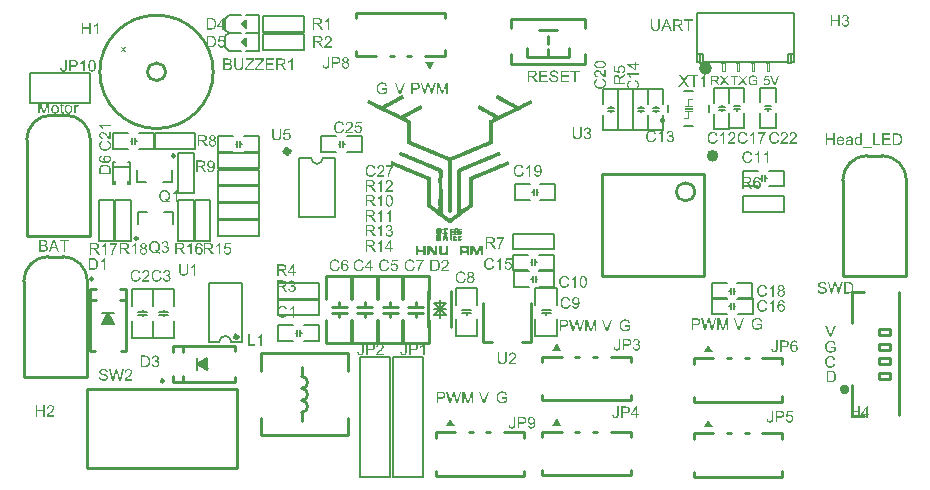
<source format=gto>
G04*
G04 #@! TF.GenerationSoftware,Altium Limited,Altium Designer,24.0.1 (36)*
G04*
G04 Layer_Color=65535*
%FSLAX44Y44*%
%MOMM*%
G71*
G04*
G04 #@! TF.SameCoordinates,72622C8A-B07E-4F55-B3FE-632304D3AF33*
G04*
G04*
G04 #@! TF.FilePolarity,Positive*
G04*
G01*
G75*
%ADD10C,0.2540*%
%ADD11C,0.2500*%
%ADD12C,0.5000*%
%ADD13C,0.4000*%
%ADD14C,0.2032*%
%ADD15C,0.3500*%
%ADD16C,0.5080*%
%ADD17C,0.2000*%
%ADD18C,0.1524*%
%ADD19C,0.1520*%
%ADD20C,0.1500*%
%ADD21C,0.1020*%
%ADD22C,0.1000*%
%ADD23C,0.1016*%
G36*
X693214Y383812D02*
X691925D01*
Y388409D01*
X686863D01*
Y383812D01*
X685574D01*
Y393565D01*
X686863D01*
Y389560D01*
X691925D01*
Y393565D01*
X693214D01*
Y383812D01*
D02*
G37*
G36*
X698138Y393586D02*
X698212Y393576D01*
X698413Y393554D01*
X698634Y393512D01*
X698888Y393449D01*
X699142Y393364D01*
X699395Y393248D01*
X699406D01*
X699427Y393237D01*
X699459Y393216D01*
X699511Y393185D01*
X699628Y393111D01*
X699776Y393005D01*
X699945Y392868D01*
X700114Y392709D01*
X700283Y392530D01*
X700431Y392318D01*
Y392308D01*
X700441Y392297D01*
X700462Y392255D01*
X700484Y392213D01*
X700515Y392160D01*
X700547Y392096D01*
X700610Y391938D01*
X700674Y391748D01*
X700737Y391536D01*
X700779Y391304D01*
X700790Y391061D01*
Y391050D01*
Y391029D01*
Y390997D01*
Y390955D01*
X700769Y390828D01*
X700748Y390680D01*
X700705Y390501D01*
X700642Y390311D01*
X700558Y390110D01*
X700441Y389909D01*
Y389898D01*
X700431Y389888D01*
X700378Y389825D01*
X700304Y389729D01*
X700188Y389613D01*
X700050Y389476D01*
X699871Y389338D01*
X699670Y389212D01*
X699438Y389085D01*
X699448D01*
X699480Y389074D01*
X699522Y389064D01*
X699585Y389043D01*
X699649Y389021D01*
X699733Y388990D01*
X699934Y388905D01*
X700145Y388789D01*
X700367Y388652D01*
X700589Y388472D01*
X700779Y388250D01*
X700790Y388240D01*
X700801Y388218D01*
X700822Y388187D01*
X700854Y388134D01*
X700896Y388081D01*
X700938Y388007D01*
X700980Y387923D01*
X701022Y387817D01*
X701065Y387711D01*
X701107Y387595D01*
X701192Y387331D01*
X701244Y387024D01*
X701266Y386855D01*
Y386686D01*
Y386676D01*
Y386633D01*
X701255Y386560D01*
Y386475D01*
X701234Y386359D01*
X701213Y386232D01*
X701192Y386095D01*
X701149Y385936D01*
X701096Y385767D01*
X701033Y385598D01*
X700959Y385418D01*
X700864Y385239D01*
X700758Y385049D01*
X700632Y384869D01*
X700494Y384689D01*
X700325Y384520D01*
X700315Y384510D01*
X700283Y384478D01*
X700230Y384436D01*
X700156Y384383D01*
X700071Y384319D01*
X699955Y384245D01*
X699828Y384161D01*
X699681Y384087D01*
X699522Y384002D01*
X699342Y383918D01*
X699152Y383844D01*
X698941Y383781D01*
X698719Y383728D01*
X698487Y383685D01*
X698244Y383654D01*
X697979Y383643D01*
X697927D01*
X697853Y383654D01*
X697768D01*
X697652Y383664D01*
X697525Y383685D01*
X697388Y383707D01*
X697229Y383738D01*
X697060Y383781D01*
X696891Y383833D01*
X696711Y383886D01*
X696532Y383960D01*
X696352Y384055D01*
X696183Y384150D01*
X696003Y384267D01*
X695845Y384404D01*
X695834Y384415D01*
X695813Y384436D01*
X695771Y384478D01*
X695708Y384541D01*
X695644Y384615D01*
X695570Y384710D01*
X695496Y384816D01*
X695412Y384943D01*
X695327Y385070D01*
X695243Y385228D01*
X695158Y385387D01*
X695084Y385566D01*
X695021Y385756D01*
X694957Y385957D01*
X694915Y386169D01*
X694883Y386390D01*
X696077Y386549D01*
Y386538D01*
X696088Y386507D01*
X696099Y386454D01*
X696120Y386380D01*
X696141Y386295D01*
X696162Y386200D01*
X696236Y385978D01*
X696331Y385735D01*
X696447Y385492D01*
X696595Y385271D01*
X696680Y385175D01*
X696764Y385080D01*
X696775D01*
X696785Y385059D01*
X696817Y385038D01*
X696849Y385006D01*
X696954Y384943D01*
X697102Y384858D01*
X697282Y384774D01*
X697483Y384710D01*
X697726Y384658D01*
X697979Y384636D01*
X698064D01*
X698127Y384647D01*
X698191Y384658D01*
X698286Y384668D01*
X698476Y384710D01*
X698708Y384774D01*
X698951Y384879D01*
X699068Y384953D01*
X699184Y385027D01*
X699300Y385112D01*
X699416Y385218D01*
X699427Y385228D01*
X699438Y385249D01*
X699469Y385281D01*
X699511Y385323D01*
X699554Y385376D01*
X699596Y385450D01*
X699649Y385524D01*
X699712Y385619D01*
X699818Y385830D01*
X699902Y386073D01*
X699977Y386359D01*
X699987Y386507D01*
X699998Y386665D01*
Y386676D01*
Y386697D01*
Y386750D01*
X699987Y386803D01*
X699977Y386876D01*
X699966Y386950D01*
X699934Y387141D01*
X699860Y387363D01*
X699765Y387584D01*
X699702Y387701D01*
X699628Y387806D01*
X699543Y387912D01*
X699448Y388018D01*
X699438Y388028D01*
X699427Y388039D01*
X699395Y388070D01*
X699353Y388102D01*
X699300Y388144D01*
X699237Y388187D01*
X699078Y388292D01*
X698877Y388387D01*
X698645Y388472D01*
X698381Y388535D01*
X698233Y388546D01*
X698085Y388557D01*
X698022D01*
X697948Y388546D01*
X697853D01*
X697726Y388525D01*
X697588Y388504D01*
X697419Y388472D01*
X697240Y388430D01*
X697367Y389476D01*
X697388D01*
X697440Y389465D01*
X697504Y389455D01*
X697641D01*
X697694Y389465D01*
X697768D01*
X697842Y389476D01*
X698022Y389508D01*
X698233Y389550D01*
X698465Y389624D01*
X698708Y389719D01*
X698941Y389856D01*
X698951D01*
X698973Y389877D01*
X698994Y389898D01*
X699036Y389930D01*
X699142Y390025D01*
X699258Y390163D01*
X699364Y390332D01*
X699469Y390543D01*
X699511Y390659D01*
X699533Y390797D01*
X699554Y390934D01*
X699564Y391082D01*
Y391092D01*
Y391114D01*
Y391145D01*
X699554Y391198D01*
X699543Y391314D01*
X699511Y391473D01*
X699459Y391642D01*
X699374Y391822D01*
X699258Y392012D01*
X699194Y392096D01*
X699110Y392181D01*
X699089Y392202D01*
X699025Y392244D01*
X698930Y392318D01*
X698804Y392403D01*
X698634Y392477D01*
X698434Y392551D01*
X698212Y392593D01*
X697958Y392614D01*
X697895D01*
X697842Y392603D01*
X697779D01*
X697715Y392593D01*
X697546Y392561D01*
X697367Y392508D01*
X697166Y392424D01*
X696976Y392318D01*
X696785Y392170D01*
X696764Y392149D01*
X696711Y392086D01*
X696627Y391991D01*
X696542Y391843D01*
X696437Y391663D01*
X696342Y391431D01*
X696257Y391166D01*
X696194Y390860D01*
X695000Y391071D01*
Y391082D01*
X695010Y391124D01*
X695021Y391188D01*
X695042Y391272D01*
X695074Y391367D01*
X695105Y391483D01*
X695148Y391610D01*
X695200Y391748D01*
X695338Y392054D01*
X695412Y392202D01*
X695507Y392360D01*
X695612Y392508D01*
X695729Y392656D01*
X695856Y392804D01*
X695993Y392931D01*
X696003Y392942D01*
X696025Y392963D01*
X696077Y392994D01*
X696130Y393037D01*
X696215Y393090D01*
X696299Y393142D01*
X696405Y393206D01*
X696532Y393269D01*
X696659Y393322D01*
X696806Y393385D01*
X696965Y393438D01*
X697134Y393491D01*
X697324Y393533D01*
X697514Y393565D01*
X697715Y393586D01*
X697927Y393597D01*
X698064D01*
X698138Y393586D01*
D02*
G37*
G36*
X59154Y377378D02*
X57865D01*
Y381974D01*
X52804D01*
Y377378D01*
X51515D01*
Y387131D01*
X52804D01*
Y383126D01*
X57865D01*
Y387131D01*
X59154D01*
Y377378D01*
D02*
G37*
G36*
X171635Y384638D02*
X172956D01*
Y383539D01*
X171635D01*
Y381204D01*
X170441D01*
Y383539D01*
X166194D01*
Y384638D01*
X170653Y390956D01*
X171635D01*
Y384638D01*
D02*
G37*
G36*
X160984Y390946D02*
X161111D01*
X161238Y390935D01*
X161523Y390925D01*
X161809Y390893D01*
X162094Y390861D01*
X162221Y390830D01*
X162337Y390808D01*
X162348D01*
X162379Y390798D01*
X162421Y390787D01*
X162474Y390766D01*
X162548Y390745D01*
X162633Y390724D01*
X162833Y390650D01*
X163055Y390555D01*
X163288Y390439D01*
X163531Y390291D01*
X163763Y390111D01*
X163774Y390101D01*
X163795Y390079D01*
X163837Y390048D01*
X163890Y389995D01*
X163953Y389931D01*
X164028Y389847D01*
X164112Y389762D01*
X164197Y389657D01*
X164292Y389540D01*
X164387Y389414D01*
X164482Y389276D01*
X164577Y389128D01*
X164757Y388801D01*
X164915Y388442D01*
Y388431D01*
X164936Y388399D01*
X164947Y388336D01*
X164979Y388262D01*
X165010Y388167D01*
X165042Y388051D01*
X165074Y387924D01*
X165116Y387776D01*
X165147Y387607D01*
X165179Y387427D01*
X165211Y387237D01*
X165243Y387036D01*
X165274Y386825D01*
X165285Y386603D01*
X165306Y386128D01*
Y386117D01*
Y386075D01*
Y386022D01*
Y385937D01*
X165296Y385842D01*
Y385726D01*
X165285Y385599D01*
X165274Y385462D01*
X165243Y385155D01*
X165190Y384828D01*
X165126Y384490D01*
X165042Y384152D01*
Y384141D01*
X165031Y384109D01*
X165010Y384067D01*
X165000Y384014D01*
X164968Y383940D01*
X164936Y383856D01*
X164862Y383655D01*
X164767Y383433D01*
X164651Y383190D01*
X164524Y382958D01*
X164376Y382736D01*
Y382725D01*
X164355Y382715D01*
X164334Y382683D01*
X164302Y382641D01*
X164228Y382546D01*
X164112Y382419D01*
X163985Y382271D01*
X163837Y382123D01*
X163668Y381986D01*
X163489Y381848D01*
X163478D01*
X163468Y381838D01*
X163404Y381795D01*
X163298Y381743D01*
X163161Y381669D01*
X162992Y381595D01*
X162791Y381510D01*
X162559Y381436D01*
X162316Y381362D01*
X162305D01*
X162284Y381352D01*
X162252D01*
X162199Y381341D01*
X162136Y381330D01*
X162052Y381309D01*
X161967Y381299D01*
X161872Y381288D01*
X161639Y381256D01*
X161375Y381225D01*
X161080Y381214D01*
X160763Y381204D01*
X157244D01*
Y390956D01*
X160879D01*
X160984Y390946D01*
D02*
G37*
G36*
X260921Y381188D02*
X259727D01*
Y388806D01*
X259706Y388785D01*
X259653Y388732D01*
X259558Y388658D01*
X259421Y388553D01*
X259262Y388426D01*
X259061Y388288D01*
X258839Y388140D01*
X258586Y387982D01*
X258575D01*
X258554Y387961D01*
X258522Y387940D01*
X258470Y387919D01*
X258406Y387876D01*
X258332Y387845D01*
X258163Y387749D01*
X257973Y387654D01*
X257762Y387549D01*
X257540Y387454D01*
X257328Y387369D01*
Y388521D01*
X257339Y388531D01*
X257371Y388542D01*
X257423Y388574D01*
X257498Y388605D01*
X257582Y388648D01*
X257688Y388711D01*
X257804Y388774D01*
X257920Y388838D01*
X258195Y389007D01*
X258491Y389208D01*
X258797Y389419D01*
X259082Y389662D01*
X259093Y389673D01*
X259114Y389694D01*
X259156Y389725D01*
X259209Y389778D01*
X259262Y389842D01*
X259336Y389905D01*
X259494Y390085D01*
X259674Y390275D01*
X259854Y390497D01*
X260012Y390729D01*
X260150Y390972D01*
X260921D01*
Y381188D01*
D02*
G37*
G36*
X251728Y390930D02*
X251845D01*
X251982Y390919D01*
X252140Y390909D01*
X252457Y390877D01*
X252785Y390824D01*
X253102Y390761D01*
X253239Y390719D01*
X253377Y390676D01*
X253387D01*
X253408Y390666D01*
X253440Y390645D01*
X253493Y390624D01*
X253620Y390560D01*
X253768Y390465D01*
X253947Y390338D01*
X254127Y390169D01*
X254306Y389979D01*
X254465Y389747D01*
Y389736D01*
X254486Y389715D01*
X254507Y389683D01*
X254528Y389630D01*
X254560Y389567D01*
X254592Y389493D01*
X254634Y389408D01*
X254676Y389313D01*
X254750Y389091D01*
X254814Y388848D01*
X254856Y388574D01*
X254877Y388278D01*
Y388267D01*
Y388236D01*
Y388172D01*
X254866Y388109D01*
X254856Y388014D01*
X254845Y387908D01*
X254824Y387792D01*
X254792Y387665D01*
X254708Y387390D01*
X254655Y387242D01*
X254592Y387094D01*
X254518Y386946D01*
X254423Y386799D01*
X254317Y386661D01*
X254201Y386524D01*
X254190Y386513D01*
X254169Y386492D01*
X254127Y386460D01*
X254074Y386408D01*
X254000Y386355D01*
X253916Y386291D01*
X253810Y386217D01*
X253683Y386143D01*
X253546Y386069D01*
X253398Y385995D01*
X253229Y385922D01*
X253039Y385848D01*
X252838Y385784D01*
X252616Y385721D01*
X252373Y385668D01*
X252119Y385626D01*
X252130D01*
X252140Y385615D01*
X252204Y385583D01*
X252299Y385531D01*
X252415Y385467D01*
X252542Y385393D01*
X252669Y385319D01*
X252795Y385224D01*
X252901Y385140D01*
X252912Y385129D01*
X252922Y385118D01*
X252954Y385087D01*
X252996Y385045D01*
X253049Y384992D01*
X253112Y384928D01*
X253250Y384780D01*
X253408Y384590D01*
X253588Y384368D01*
X253778Y384115D01*
X253968Y383840D01*
X255659Y381188D01*
X254042D01*
X252753Y383217D01*
X252743Y383227D01*
X252732Y383259D01*
X252700Y383301D01*
X252658Y383364D01*
X252616Y383438D01*
X252552Y383523D01*
X252426Y383713D01*
X252278Y383935D01*
X252130Y384157D01*
X251971Y384368D01*
X251823Y384558D01*
Y384569D01*
X251802Y384580D01*
X251760Y384632D01*
X251696Y384717D01*
X251601Y384812D01*
X251506Y384918D01*
X251390Y385023D01*
X251274Y385129D01*
X251168Y385203D01*
X251158Y385214D01*
X251115Y385235D01*
X251063Y385266D01*
X250989Y385309D01*
X250893Y385351D01*
X250798Y385393D01*
X250693Y385435D01*
X250576Y385467D01*
X250566D01*
X250534Y385478D01*
X250481Y385488D01*
X250407Y385499D01*
X250302D01*
X250175Y385509D01*
X250027Y385520D01*
X248368D01*
Y381188D01*
X247079D01*
Y390941D01*
X251612D01*
X251728Y390930D01*
D02*
G37*
G36*
X540989Y384134D02*
Y384113D01*
Y384070D01*
Y383996D01*
Y383891D01*
X540978Y383764D01*
X540968Y383627D01*
X540957Y383468D01*
X540946Y383288D01*
X540904Y382919D01*
X540851Y382528D01*
X540767Y382147D01*
X540714Y381968D01*
X540651Y381799D01*
Y381788D01*
X540640Y381756D01*
X540619Y381714D01*
X540587Y381651D01*
X540545Y381577D01*
X540503Y381492D01*
X540376Y381302D01*
X540302Y381186D01*
X540217Y381080D01*
X540112Y380953D01*
X540006Y380837D01*
X539879Y380721D01*
X539752Y380605D01*
X539604Y380499D01*
X539446Y380393D01*
X539435Y380383D01*
X539404Y380372D01*
X539361Y380340D01*
X539287Y380309D01*
X539203Y380266D01*
X539097Y380224D01*
X538981Y380171D01*
X538833Y380129D01*
X538685Y380076D01*
X538516Y380023D01*
X538326Y379981D01*
X538125Y379939D01*
X537903Y379907D01*
X537671Y379875D01*
X537428Y379865D01*
X537174Y379854D01*
X537037D01*
X536942Y379865D01*
X536825D01*
X536699Y379875D01*
X536540Y379897D01*
X536382Y379918D01*
X536022Y379971D01*
X535642Y380055D01*
X535272Y380171D01*
X535093Y380235D01*
X534924Y380319D01*
X534913Y380330D01*
X534881Y380340D01*
X534839Y380372D01*
X534786Y380404D01*
X534712Y380457D01*
X534628Y380520D01*
X534543Y380583D01*
X534448Y380668D01*
X534237Y380858D01*
X534036Y381091D01*
X533846Y381365D01*
X533761Y381524D01*
X533687Y381682D01*
Y381693D01*
X533677Y381725D01*
X533656Y381777D01*
X533634Y381851D01*
X533603Y381936D01*
X533571Y382052D01*
X533539Y382179D01*
X533508Y382327D01*
X533465Y382496D01*
X533434Y382676D01*
X533402Y382876D01*
X533381Y383098D01*
X533349Y383331D01*
X533339Y383584D01*
X533317Y383848D01*
Y384134D01*
Y389766D01*
X534607D01*
Y384134D01*
Y384123D01*
Y384081D01*
Y384017D01*
Y383922D01*
X534617Y383817D01*
Y383700D01*
X534628Y383563D01*
X534638Y383426D01*
X534659Y383119D01*
X534702Y382813D01*
X534765Y382517D01*
X534797Y382380D01*
X534839Y382263D01*
Y382253D01*
X534850Y382242D01*
X534860Y382211D01*
X534881Y382168D01*
X534945Y382052D01*
X535029Y381925D01*
X535135Y381767D01*
X535272Y381619D01*
X535441Y381471D01*
X535642Y381334D01*
X535653D01*
X535674Y381323D01*
X535705Y381302D01*
X535748Y381281D01*
X535801Y381260D01*
X535875Y381239D01*
X535948Y381207D01*
X536033Y381175D01*
X536244Y381122D01*
X536487Y381069D01*
X536762Y381027D01*
X537058Y381017D01*
X537195D01*
X537290Y381027D01*
X537407Y381038D01*
X537544Y381048D01*
X537692Y381069D01*
X537850Y381101D01*
X538178Y381175D01*
X538347Y381228D01*
X538516Y381291D01*
X538675Y381365D01*
X538823Y381450D01*
X538960Y381545D01*
X539087Y381661D01*
X539097Y381672D01*
X539118Y381693D01*
X539140Y381735D01*
X539182Y381788D01*
X539224Y381862D01*
X539277Y381957D01*
X539340Y382073D01*
X539393Y382211D01*
X539446Y382369D01*
X539509Y382549D01*
X539562Y382750D01*
X539604Y382971D01*
X539647Y383225D01*
X539678Y383500D01*
X539689Y383806D01*
X539700Y384134D01*
Y389766D01*
X540989D01*
Y384134D01*
D02*
G37*
G36*
X569043Y388614D02*
X565830D01*
Y380013D01*
X564541D01*
Y388614D01*
X561329D01*
Y389766D01*
X569043D01*
Y388614D01*
D02*
G37*
G36*
X556891Y389755D02*
X557007D01*
X557145Y389744D01*
X557303Y389734D01*
X557620Y389702D01*
X557948Y389649D01*
X558265Y389586D01*
X558402Y389544D01*
X558540Y389501D01*
X558550D01*
X558571Y389491D01*
X558603Y389470D01*
X558656Y389449D01*
X558783Y389385D01*
X558931Y389290D01*
X559110Y389163D01*
X559290Y388994D01*
X559469Y388804D01*
X559628Y388572D01*
Y388561D01*
X559649Y388540D01*
X559670Y388508D01*
X559691Y388455D01*
X559723Y388392D01*
X559755Y388318D01*
X559797Y388233D01*
X559839Y388138D01*
X559913Y387916D01*
X559977Y387673D01*
X560019Y387399D01*
X560040Y387103D01*
Y387092D01*
Y387061D01*
Y386997D01*
X560029Y386934D01*
X560019Y386839D01*
X560008Y386733D01*
X559987Y386617D01*
X559955Y386490D01*
X559871Y386215D01*
X559818Y386067D01*
X559755Y385919D01*
X559681Y385771D01*
X559586Y385624D01*
X559480Y385486D01*
X559364Y385349D01*
X559353Y385338D01*
X559332Y385317D01*
X559290Y385285D01*
X559237Y385233D01*
X559163Y385180D01*
X559078Y385116D01*
X558973Y385042D01*
X558846Y384968D01*
X558709Y384894D01*
X558561Y384821D01*
X558392Y384747D01*
X558201Y384673D01*
X558001Y384609D01*
X557779Y384546D01*
X557536Y384493D01*
X557282Y384451D01*
X557293D01*
X557303Y384440D01*
X557367Y384408D01*
X557462Y384356D01*
X557578Y384292D01*
X557705Y384218D01*
X557831Y384144D01*
X557958Y384049D01*
X558064Y383965D01*
X558075Y383954D01*
X558085Y383944D01*
X558117Y383912D01*
X558159Y383870D01*
X558212Y383817D01*
X558275Y383753D01*
X558413Y383605D01*
X558571Y383415D01*
X558751Y383193D01*
X558941Y382940D01*
X559131Y382665D01*
X560822Y380013D01*
X559205D01*
X557916Y382042D01*
X557906Y382052D01*
X557895Y382084D01*
X557863Y382126D01*
X557821Y382189D01*
X557779Y382263D01*
X557715Y382348D01*
X557589Y382538D01*
X557441Y382760D01*
X557293Y382982D01*
X557134Y383193D01*
X556986Y383383D01*
Y383394D01*
X556965Y383405D01*
X556923Y383457D01*
X556859Y383542D01*
X556764Y383637D01*
X556669Y383743D01*
X556553Y383848D01*
X556437Y383954D01*
X556331Y384028D01*
X556321Y384039D01*
X556278Y384060D01*
X556226Y384091D01*
X556152Y384134D01*
X556056Y384176D01*
X555961Y384218D01*
X555856Y384260D01*
X555739Y384292D01*
X555729D01*
X555697Y384303D01*
X555644Y384313D01*
X555570Y384324D01*
X555465D01*
X555338Y384334D01*
X555190Y384345D01*
X553531D01*
Y380013D01*
X552242D01*
Y389766D01*
X556775D01*
X556891Y389755D01*
D02*
G37*
G36*
X551196Y380013D02*
X549727D01*
X548596Y382961D01*
X544497D01*
X543440Y380013D01*
X542077D01*
X545807Y389766D01*
X547202D01*
X551196Y380013D01*
D02*
G37*
G36*
X65325Y377378D02*
X64131D01*
Y384996D01*
X64110Y384975D01*
X64057Y384922D01*
X63962Y384848D01*
X63825Y384743D01*
X63666Y384616D01*
X63465Y384478D01*
X63244Y384330D01*
X62990Y384172D01*
X62979D01*
X62958Y384151D01*
X62927Y384130D01*
X62874Y384109D01*
X62810Y384066D01*
X62736Y384035D01*
X62567Y383940D01*
X62377Y383844D01*
X62166Y383739D01*
X61944Y383644D01*
X61733Y383559D01*
Y384711D01*
X61743Y384721D01*
X61775Y384732D01*
X61828Y384764D01*
X61902Y384795D01*
X61986Y384838D01*
X62092Y384901D01*
X62208Y384964D01*
X62324Y385028D01*
X62599Y385197D01*
X62895Y385398D01*
X63201Y385609D01*
X63487Y385852D01*
X63497Y385863D01*
X63518Y385884D01*
X63561Y385915D01*
X63613Y385968D01*
X63666Y386032D01*
X63740Y386095D01*
X63899Y386275D01*
X64078Y386465D01*
X64258Y386687D01*
X64416Y386919D01*
X64554Y387162D01*
X65325D01*
Y377378D01*
D02*
G37*
G36*
X172555Y374528D02*
X168656D01*
X168138Y371907D01*
X168148Y371918D01*
X168180Y371939D01*
X168222Y371960D01*
X168286Y372002D01*
X168370Y372045D01*
X168465Y372097D01*
X168571Y372161D01*
X168698Y372214D01*
X168825Y372267D01*
X168973Y372330D01*
X169279Y372425D01*
X169448Y372467D01*
X169617Y372499D01*
X169797Y372509D01*
X169976Y372520D01*
X170029D01*
X170103Y372509D01*
X170188D01*
X170293Y372488D01*
X170420Y372478D01*
X170568Y372446D01*
X170716Y372414D01*
X170885Y372362D01*
X171054Y372309D01*
X171234Y372235D01*
X171413Y372150D01*
X171593Y372045D01*
X171773Y371928D01*
X171952Y371791D01*
X172121Y371632D01*
X172132Y371622D01*
X172164Y371590D01*
X172206Y371537D01*
X172259Y371474D01*
X172333Y371390D01*
X172407Y371273D01*
X172481Y371157D01*
X172565Y371020D01*
X172650Y370861D01*
X172724Y370681D01*
X172808Y370502D01*
X172872Y370290D01*
X172924Y370079D01*
X172967Y369847D01*
X172998Y369604D01*
X173009Y369350D01*
Y369340D01*
Y369287D01*
Y369223D01*
X172998Y369128D01*
X172988Y369012D01*
X172967Y368885D01*
X172946Y368737D01*
X172914Y368568D01*
X172872Y368399D01*
X172819Y368209D01*
X172755Y368019D01*
X172681Y367829D01*
X172597Y367638D01*
X172491Y367438D01*
X172375Y367247D01*
X172238Y367068D01*
X172227Y367057D01*
X172195Y367015D01*
X172143Y366962D01*
X172069Y366888D01*
X171973Y366793D01*
X171857Y366698D01*
X171720Y366582D01*
X171561Y366476D01*
X171392Y366370D01*
X171202Y366254D01*
X170991Y366159D01*
X170758Y366075D01*
X170515Y365990D01*
X170251Y365937D01*
X169976Y365895D01*
X169681Y365884D01*
X169554D01*
X169459Y365895D01*
X169342Y365905D01*
X169216Y365927D01*
X169068Y365948D01*
X168909Y365979D01*
X168740Y366011D01*
X168561Y366064D01*
X168381Y366127D01*
X168201Y366201D01*
X168022Y366286D01*
X167842Y366381D01*
X167673Y366497D01*
X167504Y366624D01*
X167493Y366635D01*
X167472Y366656D01*
X167430Y366698D01*
X167377Y366761D01*
X167303Y366835D01*
X167229Y366920D01*
X167155Y367025D01*
X167071Y367152D01*
X166986Y367279D01*
X166902Y367427D01*
X166828Y367596D01*
X166754Y367765D01*
X166680Y367955D01*
X166627Y368156D01*
X166585Y368378D01*
X166553Y368600D01*
X167810Y368695D01*
Y368685D01*
X167821Y368653D01*
X167831Y368610D01*
X167842Y368547D01*
X167852Y368473D01*
X167884Y368378D01*
X167937Y368177D01*
X168022Y367955D01*
X168138Y367723D01*
X168275Y367512D01*
X168360Y367416D01*
X168444Y367321D01*
X168455D01*
X168465Y367300D01*
X168497Y367279D01*
X168539Y367247D01*
X168645Y367174D01*
X168793Y367099D01*
X168973Y367015D01*
X169184Y366941D01*
X169416Y366888D01*
X169543Y366878D01*
X169681Y366867D01*
X169765D01*
X169828Y366878D01*
X169902Y366888D01*
X169987Y366899D01*
X170188Y366952D01*
X170420Y367025D01*
X170536Y367078D01*
X170663Y367142D01*
X170790Y367216D01*
X170906Y367300D01*
X171022Y367395D01*
X171139Y367512D01*
X171149Y367522D01*
X171160Y367543D01*
X171192Y367575D01*
X171234Y367628D01*
X171276Y367702D01*
X171329Y367776D01*
X171382Y367871D01*
X171445Y367976D01*
X171498Y368093D01*
X171551Y368219D01*
X171604Y368368D01*
X171646Y368515D01*
X171688Y368685D01*
X171720Y368864D01*
X171730Y369044D01*
X171741Y369244D01*
Y369255D01*
Y369287D01*
Y369340D01*
X171730Y369413D01*
X171720Y369498D01*
X171709Y369604D01*
X171688Y369709D01*
X171667Y369836D01*
X171604Y370090D01*
X171498Y370364D01*
X171435Y370491D01*
X171350Y370618D01*
X171266Y370745D01*
X171160Y370861D01*
X171149Y370872D01*
X171139Y370882D01*
X171096Y370914D01*
X171054Y370956D01*
X171001Y370998D01*
X170927Y371051D01*
X170853Y371104D01*
X170758Y371168D01*
X170653Y371220D01*
X170547Y371273D01*
X170283Y371368D01*
X170145Y371411D01*
X169987Y371442D01*
X169828Y371453D01*
X169659Y371463D01*
X169564D01*
X169448Y371453D01*
X169311Y371432D01*
X169142Y371400D01*
X168962Y371347D01*
X168782Y371284D01*
X168603Y371189D01*
X168582Y371178D01*
X168529Y371146D01*
X168444Y371083D01*
X168339Y371009D01*
X168233Y370903D01*
X168106Y370787D01*
X167990Y370650D01*
X167884Y370502D01*
X166764Y370660D01*
X167705Y375669D01*
X172555D01*
Y374528D01*
D02*
G37*
G36*
X160932Y375785D02*
X161058D01*
X161185Y375774D01*
X161470Y375764D01*
X161756Y375732D01*
X162041Y375700D01*
X162168Y375669D01*
X162284Y375648D01*
X162295D01*
X162326Y375637D01*
X162369Y375627D01*
X162421Y375605D01*
X162495Y375584D01*
X162580Y375563D01*
X162781Y375489D01*
X163003Y375394D01*
X163235Y375278D01*
X163478Y375130D01*
X163710Y374950D01*
X163721Y374940D01*
X163742Y374919D01*
X163785Y374887D01*
X163837Y374834D01*
X163901Y374771D01*
X163975Y374686D01*
X164059Y374602D01*
X164144Y374496D01*
X164239Y374380D01*
X164334Y374253D01*
X164429Y374116D01*
X164524Y373968D01*
X164704Y373640D01*
X164862Y373281D01*
Y373270D01*
X164883Y373239D01*
X164894Y373175D01*
X164926Y373101D01*
X164957Y373006D01*
X164989Y372890D01*
X165021Y372763D01*
X165063Y372615D01*
X165095Y372446D01*
X165126Y372267D01*
X165158Y372076D01*
X165190Y371875D01*
X165222Y371664D01*
X165232Y371442D01*
X165253Y370967D01*
Y370956D01*
Y370914D01*
Y370861D01*
Y370777D01*
X165243Y370681D01*
Y370565D01*
X165232Y370438D01*
X165222Y370301D01*
X165190Y369995D01*
X165137Y369667D01*
X165074Y369329D01*
X164989Y368991D01*
Y368980D01*
X164979Y368949D01*
X164957Y368906D01*
X164947Y368853D01*
X164915Y368780D01*
X164883Y368695D01*
X164809Y368494D01*
X164714Y368272D01*
X164598Y368029D01*
X164471Y367797D01*
X164323Y367575D01*
Y367564D01*
X164302Y367554D01*
X164281Y367522D01*
X164249Y367480D01*
X164175Y367385D01*
X164059Y367258D01*
X163932Y367110D01*
X163785Y366962D01*
X163615Y366825D01*
X163436Y366687D01*
X163425D01*
X163415Y366677D01*
X163351Y366635D01*
X163246Y366582D01*
X163108Y366508D01*
X162939Y366434D01*
X162738Y366349D01*
X162506Y366275D01*
X162263Y366201D01*
X162252D01*
X162231Y366191D01*
X162199D01*
X162147Y366180D01*
X162083Y366170D01*
X161999Y366148D01*
X161914Y366138D01*
X161819Y366127D01*
X161587Y366096D01*
X161322Y366064D01*
X161027Y366053D01*
X160710Y366043D01*
X157191D01*
Y375796D01*
X160826D01*
X160932Y375785D01*
D02*
G37*
G36*
X260252Y375722D02*
X260368Y375711D01*
X260506Y375690D01*
X260664Y375669D01*
X260823Y375637D01*
X261002Y375595D01*
X261182Y375542D01*
X261372Y375479D01*
X261552Y375405D01*
X261742Y375310D01*
X261922Y375204D01*
X262091Y375088D01*
X262249Y374950D01*
X262260Y374940D01*
X262281Y374919D01*
X262323Y374866D01*
X262376Y374813D01*
X262439Y374739D01*
X262513Y374644D01*
X262587Y374538D01*
X262661Y374411D01*
X262735Y374285D01*
X262809Y374137D01*
X262883Y373978D01*
X262946Y373809D01*
X262999Y373619D01*
X263042Y373429D01*
X263063Y373228D01*
X263073Y373017D01*
Y373006D01*
Y372995D01*
Y372964D01*
Y372922D01*
X263063Y372805D01*
X263042Y372657D01*
X263010Y372478D01*
X262968Y372288D01*
X262915Y372076D01*
X262830Y371865D01*
Y371854D01*
X262820Y371844D01*
X262809Y371812D01*
X262788Y371770D01*
X262725Y371654D01*
X262640Y371506D01*
X262524Y371326D01*
X262386Y371125D01*
X262228Y370914D01*
X262027Y370681D01*
X262017Y370671D01*
X262006Y370650D01*
X261964Y370618D01*
X261922Y370565D01*
X261858Y370502D01*
X261784Y370428D01*
X261700Y370333D01*
X261594Y370238D01*
X261467Y370121D01*
X261330Y369995D01*
X261182Y369847D01*
X261013Y369699D01*
X260833Y369530D01*
X260632Y369361D01*
X260411Y369170D01*
X260178Y368970D01*
X260168Y368959D01*
X260136Y368927D01*
X260072Y368885D01*
X260009Y368822D01*
X259914Y368748D01*
X259819Y368663D01*
X259597Y368473D01*
X259364Y368272D01*
X259143Y368061D01*
X259037Y367966D01*
X258942Y367881D01*
X258857Y367797D01*
X258794Y367733D01*
X258783Y367723D01*
X258741Y367681D01*
X258688Y367617D01*
X258614Y367533D01*
X258530Y367438D01*
X258445Y367332D01*
X258276Y367099D01*
X263084D01*
Y365948D01*
X256628D01*
Y365969D01*
Y366022D01*
Y366106D01*
X256638Y366212D01*
X256649Y366339D01*
X256681Y366476D01*
X256712Y366624D01*
X256765Y366772D01*
Y366782D01*
X256776Y366804D01*
X256786Y366835D01*
X256807Y366888D01*
X256839Y366941D01*
X256871Y367015D01*
X256955Y367184D01*
X257061Y367385D01*
X257198Y367607D01*
X257357Y367839D01*
X257547Y368072D01*
X257558Y368082D01*
X257568Y368103D01*
X257600Y368135D01*
X257653Y368188D01*
X257706Y368241D01*
X257780Y368315D01*
X257854Y368399D01*
X257949Y368494D01*
X258054Y368600D01*
X258171Y368706D01*
X258297Y368832D01*
X258445Y368959D01*
X258593Y369096D01*
X258762Y369234D01*
X258931Y369382D01*
X259121Y369540D01*
X259143Y369551D01*
X259195Y369604D01*
X259269Y369667D01*
X259375Y369762D01*
X259502Y369868D01*
X259650Y369995D01*
X259819Y370132D01*
X259988Y370290D01*
X260347Y370618D01*
X260696Y370967D01*
X260865Y371136D01*
X261023Y371305D01*
X261161Y371463D01*
X261277Y371611D01*
X261288Y371622D01*
X261298Y371643D01*
X261330Y371685D01*
X261362Y371738D01*
X261414Y371812D01*
X261457Y371886D01*
X261562Y372076D01*
X261668Y372298D01*
X261763Y372541D01*
X261826Y372795D01*
X261837Y372922D01*
X261848Y373048D01*
Y373059D01*
Y373080D01*
Y373122D01*
X261837Y373165D01*
Y373228D01*
X261816Y373302D01*
X261784Y373461D01*
X261721Y373651D01*
X261626Y373851D01*
X261573Y373957D01*
X261499Y374052D01*
X261425Y374147D01*
X261330Y374242D01*
X261319Y374253D01*
X261309Y374263D01*
X261277Y374285D01*
X261235Y374316D01*
X261182Y374359D01*
X261119Y374401D01*
X260971Y374496D01*
X260770Y374580D01*
X260548Y374665D01*
X260284Y374718D01*
X260136Y374739D01*
X259903D01*
X259840Y374728D01*
X259766D01*
X259681Y374707D01*
X259491Y374676D01*
X259269Y374612D01*
X259037Y374517D01*
X258921Y374454D01*
X258804Y374390D01*
X258699Y374306D01*
X258593Y374211D01*
X258583Y374200D01*
X258572Y374189D01*
X258551Y374158D01*
X258509Y374116D01*
X258477Y374063D01*
X258435Y373999D01*
X258382Y373925D01*
X258340Y373841D01*
X258287Y373746D01*
X258244Y373640D01*
X258160Y373386D01*
X258097Y373112D01*
X258086Y372953D01*
X258075Y372784D01*
X256850Y372911D01*
Y372932D01*
X256860Y372974D01*
X256871Y373038D01*
X256881Y373133D01*
X256903Y373249D01*
X256934Y373386D01*
X256966Y373534D01*
X257019Y373693D01*
X257072Y373851D01*
X257135Y374031D01*
X257220Y374200D01*
X257304Y374369D01*
X257410Y374549D01*
X257526Y374707D01*
X257653Y374866D01*
X257801Y375003D01*
X257811Y375014D01*
X257843Y375035D01*
X257885Y375067D01*
X257949Y375119D01*
X258033Y375172D01*
X258139Y375236D01*
X258255Y375299D01*
X258392Y375373D01*
X258540Y375436D01*
X258709Y375500D01*
X258889Y375563D01*
X259090Y375616D01*
X259301Y375669D01*
X259523Y375700D01*
X259766Y375722D01*
X260020Y375732D01*
X260157D01*
X260252Y375722D01*
D02*
G37*
G36*
X252105Y375690D02*
X252222D01*
X252359Y375679D01*
X252518Y375669D01*
X252834Y375637D01*
X253162Y375584D01*
X253479Y375521D01*
X253616Y375479D01*
X253754Y375436D01*
X253764D01*
X253785Y375426D01*
X253817Y375405D01*
X253870Y375384D01*
X253997Y375320D01*
X254145Y375225D01*
X254324Y375098D01*
X254504Y374929D01*
X254684Y374739D01*
X254842Y374506D01*
Y374496D01*
X254863Y374475D01*
X254884Y374443D01*
X254905Y374390D01*
X254937Y374327D01*
X254969Y374253D01*
X255011Y374168D01*
X255053Y374073D01*
X255127Y373851D01*
X255191Y373608D01*
X255233Y373334D01*
X255254Y373038D01*
Y373027D01*
Y372995D01*
Y372932D01*
X255244Y372869D01*
X255233Y372774D01*
X255222Y372668D01*
X255201Y372552D01*
X255170Y372425D01*
X255085Y372150D01*
X255032Y372002D01*
X254969Y371854D01*
X254895Y371706D01*
X254800Y371558D01*
X254694Y371421D01*
X254578Y371284D01*
X254567Y371273D01*
X254546Y371252D01*
X254504Y371220D01*
X254451Y371168D01*
X254377Y371115D01*
X254293Y371051D01*
X254187Y370977D01*
X254060Y370903D01*
X253923Y370829D01*
X253775Y370756D01*
X253606Y370681D01*
X253416Y370607D01*
X253215Y370544D01*
X252993Y370481D01*
X252750Y370428D01*
X252496Y370386D01*
X252507D01*
X252518Y370375D01*
X252581Y370343D01*
X252676Y370290D01*
X252792Y370227D01*
X252919Y370153D01*
X253046Y370079D01*
X253173Y369984D01*
X253278Y369900D01*
X253289Y369889D01*
X253299Y369879D01*
X253331Y369847D01*
X253373Y369804D01*
X253426Y369752D01*
X253490Y369688D01*
X253627Y369540D01*
X253785Y369350D01*
X253965Y369128D01*
X254155Y368875D01*
X254345Y368600D01*
X256036Y365948D01*
X254419D01*
X253130Y367976D01*
X253120Y367987D01*
X253109Y368019D01*
X253078Y368061D01*
X253035Y368124D01*
X252993Y368198D01*
X252929Y368283D01*
X252803Y368473D01*
X252655Y368695D01*
X252507Y368917D01*
X252348Y369128D01*
X252201Y369318D01*
Y369329D01*
X252179Y369340D01*
X252137Y369392D01*
X252074Y369477D01*
X251979Y369572D01*
X251884Y369678D01*
X251767Y369783D01*
X251651Y369889D01*
X251545Y369963D01*
X251535Y369974D01*
X251493Y369995D01*
X251440Y370026D01*
X251366Y370069D01*
X251271Y370111D01*
X251175Y370153D01*
X251070Y370195D01*
X250954Y370227D01*
X250943D01*
X250911Y370238D01*
X250858Y370248D01*
X250785Y370259D01*
X250679D01*
X250552Y370269D01*
X250404Y370280D01*
X248745D01*
Y365948D01*
X247456D01*
Y375700D01*
X251989D01*
X252105Y375690D01*
D02*
G37*
G36*
X88985Y366099D02*
X87408Y364523D01*
X88972Y362958D01*
X88312Y362298D01*
X86747Y363862D01*
X85183Y362298D01*
X84516Y362964D01*
X86080Y364529D01*
X84516Y366093D01*
X85177Y366754D01*
X86741Y365189D01*
X88318Y366766D01*
X88985Y366099D01*
D02*
G37*
G36*
X260825Y351353D02*
Y351343D01*
Y351301D01*
Y351237D01*
Y351153D01*
X260814Y351047D01*
Y350931D01*
X260804Y350793D01*
X260783Y350656D01*
X260751Y350350D01*
X260698Y350033D01*
X260624Y349726D01*
X260571Y349589D01*
X260519Y349452D01*
Y349441D01*
X260508Y349420D01*
X260487Y349388D01*
X260466Y349346D01*
X260392Y349219D01*
X260286Y349071D01*
X260159Y348913D01*
X260001Y348744D01*
X259800Y348585D01*
X259578Y348437D01*
X259568D01*
X259547Y348427D01*
X259515Y348405D01*
X259462Y348384D01*
X259409Y348353D01*
X259335Y348331D01*
X259251Y348300D01*
X259156Y348268D01*
X258934Y348194D01*
X258680Y348141D01*
X258395Y348099D01*
X258078Y348088D01*
X257951D01*
X257866Y348099D01*
X257761Y348110D01*
X257634Y348131D01*
X257497Y348152D01*
X257349Y348184D01*
X257190Y348215D01*
X257032Y348268D01*
X256863Y348321D01*
X256704Y348395D01*
X256535Y348479D01*
X256387Y348575D01*
X256239Y348691D01*
X256102Y348818D01*
X256091Y348828D01*
X256070Y348849D01*
X256038Y348892D01*
X255996Y348955D01*
X255943Y349029D01*
X255891Y349124D01*
X255827Y349240D01*
X255764Y349367D01*
X255711Y349515D01*
X255648Y349674D01*
X255595Y349853D01*
X255542Y350054D01*
X255510Y350265D01*
X255478Y350498D01*
X255457Y350741D01*
Y351005D01*
X256620Y351174D01*
Y351163D01*
Y351121D01*
X256630Y351068D01*
Y350994D01*
X256641Y350899D01*
X256651Y350793D01*
X256683Y350561D01*
X256736Y350308D01*
X256810Y350054D01*
X256852Y349938D01*
X256905Y349821D01*
X256968Y349726D01*
X257032Y349642D01*
X257053Y349621D01*
X257106Y349578D01*
X257190Y349515D01*
X257306Y349441D01*
X257454Y349367D01*
X257634Y349304D01*
X257835Y349261D01*
X258067Y349240D01*
X258152D01*
X258236Y349251D01*
X258353Y349272D01*
X258490Y349293D01*
X258627Y349335D01*
X258765Y349388D01*
X258902Y349462D01*
X258923Y349473D01*
X258965Y349504D01*
X259018Y349557D01*
X259103Y349621D01*
X259177Y349705D01*
X259261Y349811D01*
X259335Y349927D01*
X259399Y350064D01*
X259409Y350086D01*
X259420Y350138D01*
X259441Y350233D01*
X259473Y350360D01*
X259494Y350529D01*
X259515Y350741D01*
X259525Y350984D01*
X259536Y351132D01*
Y351280D01*
Y358000D01*
X260825D01*
Y351353D01*
D02*
G37*
G36*
X267154Y357989D02*
X267397Y357979D01*
X267640Y357957D01*
X267873Y357936D01*
X267989Y357926D01*
X268084Y357905D01*
X268095D01*
X268116Y357894D01*
X268158D01*
X268200Y357884D01*
X268264Y357862D01*
X268338Y357852D01*
X268507Y357799D01*
X268697Y357736D01*
X268898Y357651D01*
X269099Y357556D01*
X269289Y357440D01*
X269299D01*
X269310Y357429D01*
X269373Y357376D01*
X269458Y357302D01*
X269574Y357197D01*
X269690Y357070D01*
X269828Y356901D01*
X269954Y356721D01*
X270071Y356499D01*
Y356489D01*
X270081Y356468D01*
X270102Y356436D01*
X270124Y356394D01*
X270145Y356341D01*
X270166Y356267D01*
X270229Y356108D01*
X270282Y355908D01*
X270335Y355686D01*
X270366Y355432D01*
X270377Y355168D01*
Y355157D01*
Y355115D01*
Y355052D01*
X270366Y354957D01*
X270356Y354851D01*
X270335Y354735D01*
X270314Y354597D01*
X270282Y354439D01*
X270240Y354280D01*
X270187Y354111D01*
X270124Y353942D01*
X270039Y353763D01*
X269954Y353583D01*
X269849Y353403D01*
X269722Y353234D01*
X269585Y353065D01*
X269574Y353055D01*
X269542Y353034D01*
X269500Y352991D01*
X269426Y352928D01*
X269342Y352864D01*
X269225Y352791D01*
X269088Y352717D01*
X268930Y352643D01*
X268739Y352558D01*
X268539Y352484D01*
X268295Y352410D01*
X268042Y352347D01*
X267746Y352294D01*
X267429Y352252D01*
X267091Y352220D01*
X266711Y352209D01*
X264217D01*
Y348247D01*
X262928D01*
Y358000D01*
X266943D01*
X267154Y357989D01*
D02*
G37*
G36*
X274910Y358021D02*
X275016Y358010D01*
X275143Y357989D01*
X275280Y357968D01*
X275438Y357936D01*
X275597Y357894D01*
X275766Y357852D01*
X275935Y357789D01*
X276104Y357715D01*
X276284Y357630D01*
X276442Y357524D01*
X276611Y357419D01*
X276759Y357281D01*
X276770Y357271D01*
X276791Y357250D01*
X276833Y357207D01*
X276886Y357155D01*
X276939Y357080D01*
X277002Y356996D01*
X277076Y356890D01*
X277150Y356785D01*
X277224Y356658D01*
X277298Y356521D01*
X277362Y356373D01*
X277414Y356214D01*
X277467Y356045D01*
X277509Y355865D01*
X277531Y355675D01*
X277541Y355485D01*
Y355474D01*
Y355453D01*
Y355422D01*
Y355369D01*
X277531Y355316D01*
X277520Y355242D01*
X277499Y355084D01*
X277457Y354904D01*
X277393Y354703D01*
X277298Y354502D01*
X277182Y354302D01*
Y354291D01*
X277161Y354280D01*
X277118Y354217D01*
X277034Y354132D01*
X276918Y354016D01*
X276759Y353900D01*
X276580Y353763D01*
X276358Y353646D01*
X276104Y353530D01*
X276115D01*
X276146Y353520D01*
X276189Y353498D01*
X276252Y353477D01*
X276326Y353446D01*
X276411Y353403D01*
X276611Y353298D01*
X276833Y353171D01*
X277055Y353002D01*
X277277Y352812D01*
X277467Y352579D01*
X277478Y352569D01*
X277488Y352547D01*
X277509Y352516D01*
X277541Y352463D01*
X277573Y352400D01*
X277615Y352326D01*
X277657Y352241D01*
X277710Y352146D01*
X277795Y351924D01*
X277869Y351660D01*
X277922Y351364D01*
X277943Y351206D01*
Y351036D01*
Y351026D01*
Y350984D01*
X277932Y350920D01*
Y350825D01*
X277911Y350719D01*
X277900Y350593D01*
X277869Y350455D01*
X277837Y350308D01*
X277784Y350138D01*
X277731Y349969D01*
X277657Y349800D01*
X277573Y349621D01*
X277467Y349441D01*
X277351Y349272D01*
X277214Y349092D01*
X277055Y348934D01*
X277045Y348923D01*
X277013Y348902D01*
X276960Y348860D01*
X276897Y348807D01*
X276801Y348733D01*
X276696Y348670D01*
X276569Y348585D01*
X276432Y348511D01*
X276273Y348437D01*
X276094Y348353D01*
X275903Y348289D01*
X275703Y348226D01*
X275481Y348162D01*
X275248Y348120D01*
X274995Y348099D01*
X274730Y348088D01*
X274667D01*
X274593Y348099D01*
X274487D01*
X274371Y348110D01*
X274223Y348131D01*
X274065Y348162D01*
X273896Y348194D01*
X273716Y348236D01*
X273526Y348300D01*
X273336Y348363D01*
X273135Y348448D01*
X272945Y348543D01*
X272754Y348659D01*
X272564Y348786D01*
X272395Y348934D01*
X272385Y348944D01*
X272353Y348976D01*
X272311Y349018D01*
X272258Y349092D01*
X272194Y349177D01*
X272121Y349272D01*
X272036Y349388D01*
X271962Y349525D01*
X271877Y349674D01*
X271793Y349832D01*
X271719Y350012D01*
X271656Y350191D01*
X271603Y350392D01*
X271560Y350614D01*
X271529Y350836D01*
X271518Y351068D01*
Y351079D01*
Y351110D01*
Y351163D01*
X271529Y351227D01*
Y351311D01*
X271539Y351406D01*
X271560Y351512D01*
X271582Y351628D01*
X271635Y351871D01*
X271719Y352135D01*
X271835Y352400D01*
X271909Y352526D01*
X271994Y352653D01*
X272004Y352664D01*
X272015Y352685D01*
X272047Y352717D01*
X272089Y352759D01*
X272131Y352812D01*
X272194Y352864D01*
X272269Y352938D01*
X272353Y353002D01*
X272543Y353150D01*
X272776Y353298D01*
X273050Y353424D01*
X273367Y353530D01*
X273357D01*
X273336Y353541D01*
X273293Y353562D01*
X273251Y353583D01*
X273188Y353604D01*
X273114Y353646D01*
X272955Y353731D01*
X272776Y353837D01*
X272596Y353974D01*
X272416Y354122D01*
X272269Y354302D01*
Y354312D01*
X272258Y354323D01*
X272237Y354354D01*
X272216Y354397D01*
X272152Y354502D01*
X272089Y354640D01*
X272026Y354819D01*
X271962Y355031D01*
X271920Y355263D01*
X271909Y355517D01*
Y355527D01*
Y355559D01*
X271920Y355622D01*
Y355696D01*
X271930Y355781D01*
X271952Y355886D01*
X271973Y356003D01*
X272004Y356140D01*
X272047Y356278D01*
X272099Y356415D01*
X272152Y356563D01*
X272226Y356721D01*
X272321Y356869D01*
X272416Y357017D01*
X272533Y357165D01*
X272670Y357302D01*
X272681Y357313D01*
X272702Y357334D01*
X272744Y357366D01*
X272807Y357419D01*
X272881Y357472D01*
X272976Y357535D01*
X273082Y357598D01*
X273209Y357672D01*
X273346Y357736D01*
X273505Y357799D01*
X273663Y357862D01*
X273843Y357915D01*
X274044Y357968D01*
X274244Y358000D01*
X274466Y358021D01*
X274699Y358032D01*
X274826D01*
X274910Y358021D01*
D02*
G37*
G36*
X346159Y347309D02*
X342349Y353659D01*
X349969D01*
X346159Y347309D01*
D02*
G37*
G36*
X38623Y348814D02*
Y348803D01*
Y348761D01*
Y348697D01*
Y348613D01*
X38613Y348507D01*
Y348391D01*
X38602Y348254D01*
X38581Y348116D01*
X38549Y347810D01*
X38497Y347493D01*
X38423Y347186D01*
X38370Y347049D01*
X38317Y346912D01*
Y346901D01*
X38307Y346880D01*
X38285Y346848D01*
X38264Y346806D01*
X38190Y346679D01*
X38085Y346531D01*
X37958Y346373D01*
X37799Y346204D01*
X37599Y346045D01*
X37377Y345897D01*
X37366D01*
X37345Y345887D01*
X37313Y345866D01*
X37260Y345844D01*
X37208Y345813D01*
X37134Y345792D01*
X37049Y345760D01*
X36954Y345728D01*
X36732Y345654D01*
X36479Y345601D01*
X36193Y345559D01*
X35876Y345549D01*
X35749D01*
X35665Y345559D01*
X35559Y345570D01*
X35432Y345591D01*
X35295Y345612D01*
X35147Y345644D01*
X34989Y345675D01*
X34830Y345728D01*
X34661Y345781D01*
X34502Y345855D01*
X34334Y345939D01*
X34186Y346035D01*
X34038Y346151D01*
X33900Y346278D01*
X33890Y346288D01*
X33869Y346309D01*
X33837Y346352D01*
X33795Y346415D01*
X33742Y346489D01*
X33689Y346584D01*
X33626Y346700D01*
X33562Y346827D01*
X33509Y346975D01*
X33446Y347133D01*
X33393Y347313D01*
X33340Y347514D01*
X33308Y347725D01*
X33277Y347958D01*
X33256Y348201D01*
Y348465D01*
X34418Y348634D01*
Y348623D01*
Y348581D01*
X34429Y348528D01*
Y348454D01*
X34439Y348359D01*
X34450Y348254D01*
X34481Y348021D01*
X34534Y347767D01*
X34608Y347514D01*
X34650Y347398D01*
X34703Y347281D01*
X34767Y347186D01*
X34830Y347102D01*
X34851Y347081D01*
X34904Y347038D01*
X34989Y346975D01*
X35105Y346901D01*
X35253Y346827D01*
X35432Y346764D01*
X35633Y346721D01*
X35866Y346700D01*
X35950D01*
X36035Y346711D01*
X36151Y346732D01*
X36288Y346753D01*
X36426Y346795D01*
X36563Y346848D01*
X36700Y346922D01*
X36721Y346933D01*
X36764Y346964D01*
X36817Y347017D01*
X36901Y347081D01*
X36975Y347165D01*
X37060Y347271D01*
X37134Y347387D01*
X37197Y347524D01*
X37208Y347546D01*
X37218Y347598D01*
X37239Y347693D01*
X37271Y347820D01*
X37292Y347989D01*
X37313Y348201D01*
X37324Y348444D01*
X37334Y348592D01*
Y348740D01*
Y355460D01*
X38623D01*
Y348814D01*
D02*
G37*
G36*
X508442Y350788D02*
X508558Y350777D01*
X508685Y350756D01*
X508833Y350735D01*
X509002Y350703D01*
X509171Y350661D01*
X509361Y350608D01*
X509551Y350545D01*
X509741Y350471D01*
X509932Y350386D01*
X510132Y350281D01*
X510323Y350164D01*
X510502Y350027D01*
X510513Y350017D01*
X510555Y349985D01*
X510608Y349932D01*
X510682Y349858D01*
X510777Y349763D01*
X510872Y349647D01*
X510988Y349509D01*
X511094Y349351D01*
X511200Y349182D01*
X511316Y348992D01*
X511411Y348780D01*
X511495Y348548D01*
X511580Y348305D01*
X511633Y348041D01*
X511675Y347766D01*
X511686Y347470D01*
Y347343D01*
X511675Y347248D01*
X511665Y347132D01*
X511643Y347005D01*
X511622Y346857D01*
X511590Y346699D01*
X511559Y346530D01*
X511506Y346350D01*
X511443Y346170D01*
X511369Y345991D01*
X511284Y345811D01*
X511189Y345631D01*
X511073Y345462D01*
X510946Y345293D01*
X510935Y345283D01*
X510914Y345262D01*
X510872Y345219D01*
X510809Y345167D01*
X510735Y345093D01*
X510650Y345019D01*
X510545Y344945D01*
X510418Y344860D01*
X510291Y344776D01*
X510143Y344691D01*
X509974Y344617D01*
X509805Y344543D01*
X509615Y344469D01*
X509414Y344416D01*
X509192Y344374D01*
X508970Y344342D01*
X508875Y345600D01*
X508885D01*
X508917Y345610D01*
X508960Y345621D01*
X509023Y345631D01*
X509097Y345642D01*
X509192Y345674D01*
X509393Y345727D01*
X509615Y345811D01*
X509847Y345927D01*
X510058Y346065D01*
X510154Y346149D01*
X510249Y346234D01*
Y346244D01*
X510270Y346255D01*
X510291Y346287D01*
X510323Y346329D01*
X510396Y346435D01*
X510471Y346582D01*
X510555Y346762D01*
X510629Y346973D01*
X510682Y347206D01*
X510692Y347333D01*
X510703Y347470D01*
Y347555D01*
X510692Y347618D01*
X510682Y347692D01*
X510671Y347776D01*
X510618Y347977D01*
X510545Y348210D01*
X510492Y348326D01*
X510428Y348453D01*
X510354Y348579D01*
X510270Y348696D01*
X510175Y348812D01*
X510058Y348928D01*
X510048Y348939D01*
X510027Y348949D01*
X509995Y348981D01*
X509942Y349023D01*
X509868Y349066D01*
X509794Y349118D01*
X509699Y349171D01*
X509594Y349235D01*
X509477Y349287D01*
X509351Y349340D01*
X509202Y349393D01*
X509055Y349435D01*
X508885Y349478D01*
X508706Y349509D01*
X508526Y349520D01*
X508326Y349530D01*
X508315D01*
X508283D01*
X508230D01*
X508157Y349520D01*
X508072Y349509D01*
X507966Y349499D01*
X507861Y349478D01*
X507734Y349456D01*
X507480Y349393D01*
X507206Y349287D01*
X507079Y349224D01*
X506952Y349140D01*
X506825Y349055D01*
X506709Y348949D01*
X506698Y348939D01*
X506688Y348928D01*
X506656Y348886D01*
X506614Y348844D01*
X506572Y348791D01*
X506519Y348717D01*
X506466Y348643D01*
X506402Y348548D01*
X506350Y348442D01*
X506297Y348336D01*
X506202Y348072D01*
X506159Y347935D01*
X506128Y347776D01*
X506117Y347618D01*
X506107Y347449D01*
Y347354D01*
X506117Y347238D01*
X506138Y347100D01*
X506170Y346931D01*
X506223Y346752D01*
X506286Y346572D01*
X506381Y346392D01*
X506392Y346371D01*
X506424Y346318D01*
X506487Y346234D01*
X506561Y346128D01*
X506667Y346022D01*
X506783Y345896D01*
X506920Y345779D01*
X507068Y345674D01*
X506910Y344554D01*
X501901Y345494D01*
Y350344D01*
X503042D01*
Y346445D01*
X505663Y345927D01*
X505652Y345938D01*
X505631Y345970D01*
X505610Y346012D01*
X505568Y346075D01*
X505525Y346160D01*
X505473Y346255D01*
X505409Y346361D01*
X505356Y346487D01*
X505303Y346614D01*
X505240Y346762D01*
X505145Y347068D01*
X505103Y347238D01*
X505071Y347407D01*
X505061Y347586D01*
X505050Y347766D01*
Y347819D01*
X505061Y347893D01*
Y347977D01*
X505082Y348083D01*
X505092Y348210D01*
X505124Y348358D01*
X505156Y348506D01*
X505208Y348675D01*
X505261Y348844D01*
X505335Y349023D01*
X505420Y349203D01*
X505525Y349383D01*
X505642Y349562D01*
X505779Y349742D01*
X505938Y349911D01*
X505948Y349921D01*
X505980Y349953D01*
X506033Y349995D01*
X506096Y350048D01*
X506180Y350122D01*
X506297Y350196D01*
X506413Y350270D01*
X506550Y350355D01*
X506709Y350439D01*
X506889Y350513D01*
X507068Y350598D01*
X507280Y350661D01*
X507491Y350714D01*
X507723Y350756D01*
X507966Y350788D01*
X508220Y350798D01*
X508230D01*
X508283D01*
X508347D01*
X508442Y350788D01*
D02*
G37*
G36*
X53839Y345707D02*
X52645D01*
Y353325D01*
X52624Y353304D01*
X52571Y353251D01*
X52476Y353177D01*
X52339Y353072D01*
X52180Y352945D01*
X51979Y352808D01*
X51757Y352660D01*
X51504Y352501D01*
X51493D01*
X51472Y352480D01*
X51441Y352459D01*
X51388Y352438D01*
X51324Y352396D01*
X51250Y352364D01*
X51081Y352269D01*
X50891Y352174D01*
X50680Y352068D01*
X50458Y351973D01*
X50247Y351888D01*
Y353040D01*
X50257Y353051D01*
X50289Y353061D01*
X50342Y353093D01*
X50416Y353125D01*
X50500Y353167D01*
X50606Y353230D01*
X50722Y353294D01*
X50838Y353357D01*
X51113Y353526D01*
X51409Y353727D01*
X51715Y353938D01*
X52000Y354181D01*
X52011Y354192D01*
X52032Y354213D01*
X52074Y354245D01*
X52127Y354297D01*
X52180Y354361D01*
X52254Y354424D01*
X52413Y354604D01*
X52592Y354794D01*
X52772Y355016D01*
X52930Y355248D01*
X53068Y355491D01*
X53839D01*
Y345707D01*
D02*
G37*
G36*
X44953Y355449D02*
X45196Y355439D01*
X45439Y355418D01*
X45671Y355396D01*
X45788Y355386D01*
X45883Y355365D01*
X45893D01*
X45914Y355354D01*
X45957D01*
X45999Y355344D01*
X46062Y355322D01*
X46136Y355312D01*
X46305Y355259D01*
X46495Y355196D01*
X46696Y355111D01*
X46897Y355016D01*
X47087Y354900D01*
X47098D01*
X47108Y354889D01*
X47172Y354836D01*
X47256Y354762D01*
X47372Y354657D01*
X47489Y354530D01*
X47626Y354361D01*
X47753Y354181D01*
X47869Y353959D01*
Y353949D01*
X47880Y353928D01*
X47901Y353896D01*
X47922Y353854D01*
X47943Y353801D01*
X47964Y353727D01*
X48028Y353568D01*
X48080Y353368D01*
X48133Y353146D01*
X48165Y352892D01*
X48176Y352628D01*
Y352617D01*
Y352575D01*
Y352512D01*
X48165Y352417D01*
X48154Y352311D01*
X48133Y352195D01*
X48112Y352057D01*
X48080Y351899D01*
X48038Y351740D01*
X47985Y351571D01*
X47922Y351402D01*
X47837Y351223D01*
X47753Y351043D01*
X47647Y350863D01*
X47520Y350694D01*
X47383Y350525D01*
X47372Y350515D01*
X47341Y350494D01*
X47298Y350451D01*
X47224Y350388D01*
X47140Y350325D01*
X47024Y350251D01*
X46886Y350177D01*
X46728Y350103D01*
X46538Y350018D01*
X46337Y349944D01*
X46094Y349870D01*
X45840Y349807D01*
X45544Y349754D01*
X45227Y349712D01*
X44889Y349680D01*
X44509Y349669D01*
X42015D01*
Y345707D01*
X40726D01*
Y355460D01*
X44741D01*
X44953Y355449D01*
D02*
G37*
G36*
X60285Y355481D02*
X60359Y355470D01*
X60549Y355449D01*
X60760Y355418D01*
X60992Y355354D01*
X61225Y355280D01*
X61457Y355174D01*
X61468D01*
X61489Y355164D01*
X61521Y355143D01*
X61563Y355111D01*
X61669Y355048D01*
X61806Y354942D01*
X61965Y354815D01*
X62123Y354657D01*
X62292Y354467D01*
X62440Y354255D01*
Y354245D01*
X62461Y354224D01*
X62472Y354192D01*
X62503Y354150D01*
X62535Y354097D01*
X62578Y354023D01*
X62609Y353938D01*
X62662Y353854D01*
X62757Y353642D01*
X62852Y353399D01*
X62958Y353114D01*
X63042Y352808D01*
Y352797D01*
X63053Y352765D01*
X63064Y352723D01*
X63074Y352649D01*
X63095Y352565D01*
X63116Y352459D01*
X63137Y352343D01*
X63159Y352205D01*
X63169Y352047D01*
X63190Y351878D01*
X63211Y351688D01*
X63233Y351487D01*
X63243Y351265D01*
X63254Y351032D01*
X63264Y350779D01*
Y350515D01*
Y350494D01*
Y350441D01*
Y350346D01*
Y350229D01*
X63254Y350081D01*
X63243Y349923D01*
X63233Y349733D01*
X63222Y349532D01*
X63201Y349310D01*
X63180Y349088D01*
X63116Y348623D01*
X63021Y348169D01*
X62968Y347947D01*
X62905Y347746D01*
Y347736D01*
X62884Y347704D01*
X62873Y347641D01*
X62842Y347577D01*
X62799Y347482D01*
X62757Y347387D01*
X62704Y347271D01*
X62641Y347144D01*
X62493Y346880D01*
X62313Y346616D01*
X62102Y346352D01*
X61975Y346235D01*
X61848Y346119D01*
X61838Y346109D01*
X61817Y346098D01*
X61774Y346066D01*
X61722Y346035D01*
X61658Y345992D01*
X61574Y345939D01*
X61479Y345887D01*
X61362Y345834D01*
X61246Y345781D01*
X61109Y345728D01*
X60971Y345686D01*
X60813Y345633D01*
X60644Y345601D01*
X60464Y345570D01*
X60285Y345559D01*
X60084Y345549D01*
X60020D01*
X59946Y345559D01*
X59851Y345570D01*
X59735Y345580D01*
X59598Y345601D01*
X59450Y345633D01*
X59281Y345675D01*
X59112Y345728D01*
X58932Y345792D01*
X58742Y345876D01*
X58562Y345971D01*
X58383Y346087D01*
X58203Y346225D01*
X58034Y346373D01*
X57875Y346552D01*
X57865Y346563D01*
X57833Y346605D01*
X57791Y346679D01*
X57727Y346785D01*
X57653Y346922D01*
X57569Y347081D01*
X57484Y347281D01*
X57400Y347503D01*
X57305Y347767D01*
X57220Y348053D01*
X57136Y348380D01*
X57062Y348740D01*
X56998Y349131D01*
X56956Y349553D01*
X56924Y350018D01*
X56914Y350515D01*
Y350536D01*
Y350589D01*
Y350684D01*
X56924Y350800D01*
Y350948D01*
X56935Y351117D01*
X56946Y351307D01*
X56956Y351508D01*
X56977Y351730D01*
X56998Y351952D01*
X57062Y352417D01*
X57146Y352871D01*
X57199Y353093D01*
X57263Y353294D01*
Y353304D01*
X57284Y353336D01*
X57305Y353399D01*
X57326Y353473D01*
X57368Y353558D01*
X57410Y353663D01*
X57463Y353769D01*
X57527Y353896D01*
X57675Y354160D01*
X57865Y354424D01*
X58076Y354688D01*
X58192Y354805D01*
X58319Y354921D01*
X58330Y354931D01*
X58351Y354942D01*
X58393Y354974D01*
X58446Y355005D01*
X58509Y355058D01*
X58594Y355101D01*
X58689Y355153D01*
X58805Y355206D01*
X58921Y355259D01*
X59059Y355312D01*
X59207Y355365D01*
X59355Y355407D01*
X59524Y355439D01*
X59703Y355470D01*
X59894Y355481D01*
X60084Y355491D01*
X60211D01*
X60285Y355481D01*
D02*
G37*
G36*
X451368Y346660D02*
X451484Y346649D01*
X451600Y346638D01*
X451738Y346628D01*
X452033Y346586D01*
X452361Y346522D01*
X452689Y346427D01*
X453005Y346311D01*
X453016D01*
X453037Y346290D01*
X453090Y346279D01*
X453143Y346247D01*
X453206Y346205D01*
X453291Y346163D01*
X453470Y346057D01*
X453682Y345909D01*
X453893Y345730D01*
X454094Y345529D01*
X454273Y345286D01*
X454284Y345275D01*
X454295Y345254D01*
X454316Y345223D01*
X454347Y345170D01*
X454379Y345106D01*
X454421Y345032D01*
X454453Y344937D01*
X454506Y344842D01*
X454590Y344620D01*
X454664Y344356D01*
X454728Y344071D01*
X454760Y343754D01*
X453523Y343659D01*
Y343669D01*
X453513Y343701D01*
Y343743D01*
X453502Y343807D01*
X453481Y343891D01*
X453460Y343976D01*
X453396Y344176D01*
X453312Y344398D01*
X453185Y344631D01*
X453037Y344853D01*
X452942Y344948D01*
X452836Y345043D01*
X452826Y345053D01*
X452815Y345064D01*
X452773Y345085D01*
X452731Y345117D01*
X452667Y345149D01*
X452593Y345191D01*
X452509Y345233D01*
X452414Y345286D01*
X452298Y345328D01*
X452171Y345370D01*
X452033Y345413D01*
X451885Y345444D01*
X451716Y345476D01*
X451537Y345497D01*
X451347Y345518D01*
X451040D01*
X450956Y345508D01*
X450861D01*
X450755Y345497D01*
X450628Y345487D01*
X450501Y345466D01*
X450216Y345413D01*
X449941Y345339D01*
X449677Y345233D01*
X449550Y345159D01*
X449445Y345085D01*
X449434D01*
X449423Y345064D01*
X449360Y345011D01*
X449276Y344916D01*
X449180Y344789D01*
X449085Y344641D01*
X449001Y344462D01*
X448937Y344272D01*
X448927Y344166D01*
X448916Y344050D01*
Y344039D01*
Y344029D01*
X448927Y343965D01*
X448937Y343870D01*
X448959Y343754D01*
X449011Y343616D01*
X449075Y343469D01*
X449159Y343331D01*
X449286Y343194D01*
X449307Y343183D01*
X449328Y343162D01*
X449371Y343130D01*
X449423Y343099D01*
X449487Y343067D01*
X449571Y343025D01*
X449667Y342972D01*
X449783Y342919D01*
X449920Y342866D01*
X450079Y342813D01*
X450258Y342750D01*
X450470Y342687D01*
X450691Y342623D01*
X450945Y342549D01*
X451230Y342486D01*
X451251D01*
X451304Y342475D01*
X451378Y342454D01*
X451484Y342422D01*
X451611Y342401D01*
X451759Y342359D01*
X451917Y342327D01*
X452086Y342275D01*
X452445Y342179D01*
X452805Y342084D01*
X452974Y342032D01*
X453122Y341979D01*
X453270Y341926D01*
X453386Y341873D01*
X453396D01*
X453428Y341852D01*
X453470Y341831D01*
X453523Y341799D01*
X453597Y341767D01*
X453682Y341715D01*
X453861Y341598D01*
X454073Y341461D01*
X454273Y341292D01*
X454474Y341091D01*
X454559Y340985D01*
X454643Y340880D01*
Y340869D01*
X454664Y340848D01*
X454686Y340816D01*
X454707Y340774D01*
X454738Y340721D01*
X454770Y340647D01*
X454855Y340478D01*
X454929Y340277D01*
X454992Y340045D01*
X455034Y339781D01*
X455055Y339496D01*
Y339485D01*
Y339464D01*
Y339422D01*
X455045Y339369D01*
Y339295D01*
X455034Y339221D01*
X455003Y339020D01*
X454950Y338798D01*
X454865Y338555D01*
X454749Y338302D01*
X454686Y338164D01*
X454601Y338037D01*
Y338027D01*
X454580Y338006D01*
X454559Y337974D01*
X454516Y337921D01*
X454421Y337805D01*
X454273Y337646D01*
X454094Y337477D01*
X453872Y337298D01*
X453618Y337129D01*
X453322Y336970D01*
X453312D01*
X453280Y336949D01*
X453238Y336939D01*
X453175Y336907D01*
X453101Y336886D01*
X453005Y336854D01*
X452900Y336812D01*
X452773Y336780D01*
X452646Y336748D01*
X452498Y336706D01*
X452181Y336653D01*
X451833Y336611D01*
X451452Y336590D01*
X451325D01*
X451230Y336600D01*
X451114D01*
X450987Y336611D01*
X450839Y336622D01*
X450670Y336643D01*
X450322Y336685D01*
X449952Y336748D01*
X449582Y336843D01*
X449223Y336970D01*
X449212D01*
X449180Y336991D01*
X449138Y337012D01*
X449075Y337044D01*
X449001Y337086D01*
X448916Y337129D01*
X448716Y337256D01*
X448494Y337414D01*
X448261Y337615D01*
X448029Y337847D01*
X447828Y338122D01*
X447817Y338133D01*
X447807Y338154D01*
X447786Y338196D01*
X447754Y338259D01*
X447712Y338333D01*
X447669Y338418D01*
X447617Y338523D01*
X447574Y338640D01*
X447522Y338756D01*
X447479Y338893D01*
X447395Y339200D01*
X447331Y339527D01*
X447310Y339707D01*
X447300Y339887D01*
X448515Y339992D01*
Y339982D01*
Y339961D01*
X448525Y339918D01*
X448536Y339865D01*
X448546Y339802D01*
X448557Y339739D01*
X448599Y339559D01*
X448652Y339369D01*
X448716Y339168D01*
X448800Y338967D01*
X448906Y338777D01*
X448916Y338756D01*
X448969Y338703D01*
X449043Y338619D01*
X449149Y338513D01*
X449286Y338386D01*
X449455Y338270D01*
X449656Y338143D01*
X449888Y338027D01*
X449899D01*
X449920Y338016D01*
X449952Y338006D01*
X450005Y337985D01*
X450068Y337963D01*
X450142Y337932D01*
X450227Y337911D01*
X450322Y337890D01*
X450544Y337837D01*
X450808Y337784D01*
X451082Y337752D01*
X451389Y337742D01*
X451516D01*
X451579Y337752D01*
X451653D01*
X451822Y337773D01*
X452023Y337794D01*
X452245Y337826D01*
X452467Y337879D01*
X452678Y337953D01*
X452689D01*
X452699Y337963D01*
X452731Y337974D01*
X452773Y337995D01*
X452868Y338048D01*
X452995Y338111D01*
X453132Y338196D01*
X453280Y338302D01*
X453407Y338418D01*
X453523Y338555D01*
X453534Y338576D01*
X453566Y338619D01*
X453618Y338703D01*
X453671Y338809D01*
X453713Y338936D01*
X453766Y339073D01*
X453798Y339231D01*
X453809Y339390D01*
Y339400D01*
Y339411D01*
Y339464D01*
X453798Y339559D01*
X453777Y339665D01*
X453745Y339791D01*
X453692Y339929D01*
X453629Y340066D01*
X453534Y340193D01*
X453523Y340204D01*
X453481Y340246D01*
X453418Y340309D01*
X453322Y340394D01*
X453206Y340478D01*
X453048Y340573D01*
X452868Y340668D01*
X452657Y340764D01*
X452636Y340774D01*
X452615Y340785D01*
X452572Y340795D01*
X452530Y340806D01*
X452467Y340827D01*
X452382Y340859D01*
X452298Y340880D01*
X452181Y340911D01*
X452065Y340954D01*
X451917Y340985D01*
X451759Y341028D01*
X451579Y341081D01*
X451389Y341123D01*
X451167Y341186D01*
X450924Y341239D01*
X450913D01*
X450871Y341250D01*
X450797Y341271D01*
X450713Y341292D01*
X450596Y341324D01*
X450470Y341355D01*
X450343Y341398D01*
X450195Y341440D01*
X449878Y341535D01*
X449571Y341641D01*
X449423Y341693D01*
X449286Y341746D01*
X449159Y341799D01*
X449054Y341852D01*
X449043D01*
X449022Y341873D01*
X448990Y341894D01*
X448937Y341915D01*
X448811Y341989D01*
X448663Y342095D01*
X448483Y342232D01*
X448314Y342380D01*
X448145Y342560D01*
X448008Y342750D01*
Y342761D01*
X447997Y342771D01*
X447976Y342803D01*
X447955Y342845D01*
X447902Y342961D01*
X447839Y343109D01*
X447775Y343289D01*
X447722Y343500D01*
X447680Y343733D01*
X447669Y343976D01*
Y343986D01*
Y344007D01*
Y344050D01*
X447680Y344103D01*
Y344166D01*
X447691Y344240D01*
X447722Y344430D01*
X447775Y344641D01*
X447839Y344863D01*
X447944Y345106D01*
X448082Y345349D01*
Y345360D01*
X448103Y345381D01*
X448124Y345413D01*
X448156Y345455D01*
X448261Y345571D01*
X448399Y345719D01*
X448568Y345878D01*
X448779Y346036D01*
X449022Y346195D01*
X449307Y346332D01*
X449318D01*
X449339Y346343D01*
X449392Y346364D01*
X449445Y346385D01*
X449519Y346406D01*
X449614Y346438D01*
X449719Y346469D01*
X449836Y346501D01*
X449962Y346533D01*
X450100Y346564D01*
X450396Y346617D01*
X450734Y346660D01*
X451093Y346670D01*
X451273D01*
X451368Y346660D01*
D02*
G37*
G36*
X511527Y341965D02*
X509498Y340676D01*
X509488Y340665D01*
X509456Y340655D01*
X509414Y340623D01*
X509351Y340581D01*
X509277Y340538D01*
X509192Y340475D01*
X509002Y340348D01*
X508780Y340200D01*
X508558Y340052D01*
X508347Y339894D01*
X508157Y339746D01*
X508146D01*
X508135Y339725D01*
X508083Y339683D01*
X507998Y339619D01*
X507903Y339524D01*
X507797Y339429D01*
X507691Y339313D01*
X507586Y339197D01*
X507512Y339091D01*
X507501Y339080D01*
X507480Y339038D01*
X507449Y338985D01*
X507406Y338911D01*
X507364Y338816D01*
X507322Y338721D01*
X507280Y338615D01*
X507248Y338499D01*
Y338489D01*
X507237Y338457D01*
X507227Y338404D01*
X507216Y338330D01*
Y338224D01*
X507206Y338098D01*
X507195Y337950D01*
Y336291D01*
X511527D01*
Y335002D01*
X501774D01*
Y339535D01*
X501785Y339651D01*
Y339767D01*
X501796Y339904D01*
X501806Y340063D01*
X501838Y340380D01*
X501891Y340708D01*
X501954Y341025D01*
X501996Y341162D01*
X502038Y341299D01*
Y341310D01*
X502049Y341331D01*
X502070Y341363D01*
X502091Y341415D01*
X502155Y341542D01*
X502250Y341690D01*
X502377Y341870D01*
X502546Y342049D01*
X502736Y342229D01*
X502968Y342388D01*
X502979D01*
X503000Y342409D01*
X503032Y342430D01*
X503085Y342451D01*
X503148Y342483D01*
X503222Y342514D01*
X503307Y342557D01*
X503402Y342599D01*
X503624Y342673D01*
X503867Y342736D01*
X504141Y342779D01*
X504437Y342800D01*
X504448D01*
X504479D01*
X504543D01*
X504606Y342789D01*
X504701Y342779D01*
X504807Y342768D01*
X504923Y342747D01*
X505050Y342715D01*
X505325Y342631D01*
X505473Y342578D01*
X505620Y342514D01*
X505769Y342440D01*
X505916Y342345D01*
X506054Y342240D01*
X506191Y342123D01*
X506202Y342113D01*
X506223Y342092D01*
X506255Y342049D01*
X506307Y341997D01*
X506360Y341923D01*
X506424Y341838D01*
X506497Y341732D01*
X506572Y341606D01*
X506646Y341468D01*
X506719Y341320D01*
X506793Y341151D01*
X506867Y340961D01*
X506931Y340760D01*
X506994Y340538D01*
X507047Y340295D01*
X507089Y340042D01*
Y340052D01*
X507100Y340063D01*
X507132Y340126D01*
X507184Y340221D01*
X507248Y340338D01*
X507322Y340464D01*
X507396Y340591D01*
X507491Y340718D01*
X507575Y340824D01*
X507586Y340834D01*
X507596Y340845D01*
X507628Y340877D01*
X507670Y340919D01*
X507723Y340972D01*
X507787Y341035D01*
X507935Y341172D01*
X508125Y341331D01*
X508347Y341511D01*
X508600Y341701D01*
X508875Y341891D01*
X511527Y343582D01*
Y341965D01*
D02*
G37*
G36*
X620242Y342410D02*
X620331Y342401D01*
X620427Y342392D01*
X620542Y342383D01*
X620789Y342348D01*
X621062Y342295D01*
X621335Y342225D01*
X621609Y342127D01*
X621617D01*
X621644Y342119D01*
X621679Y342101D01*
X621723Y342075D01*
X621785Y342048D01*
X621855Y342013D01*
X622014Y341925D01*
X622199Y341810D01*
X622384Y341678D01*
X622560Y341519D01*
X622728Y341334D01*
X622737Y341325D01*
X622745Y341308D01*
X622763Y341281D01*
X622798Y341246D01*
X622825Y341193D01*
X622869Y341132D01*
X622913Y341061D01*
X622957Y340973D01*
X623010Y340885D01*
X623054Y340788D01*
X623107Y340673D01*
X623160Y340559D01*
X623257Y340294D01*
X623345Y340003D01*
X622366Y339739D01*
Y339748D01*
X622358Y339765D01*
X622349Y339801D01*
X622331Y339845D01*
X622314Y339889D01*
X622296Y339950D01*
X622243Y340092D01*
X622173Y340250D01*
X622093Y340409D01*
X622005Y340568D01*
X621908Y340709D01*
X621899Y340726D01*
X621855Y340770D01*
X621794Y340832D01*
X621714Y340920D01*
X621600Y341008D01*
X621467Y341105D01*
X621309Y341193D01*
X621133Y341281D01*
X621124D01*
X621106Y341290D01*
X621080Y341299D01*
X621044Y341317D01*
X621000Y341334D01*
X620939Y341352D01*
X620806Y341396D01*
X620639Y341431D01*
X620454Y341466D01*
X620242Y341493D01*
X620022Y341502D01*
X619899D01*
X619837Y341493D01*
X619758D01*
X619678Y341484D01*
X619581Y341475D01*
X619387Y341449D01*
X619167Y341405D01*
X618955Y341352D01*
X618744Y341273D01*
X618735D01*
X618717Y341264D01*
X618691Y341246D01*
X618656Y341228D01*
X618559Y341184D01*
X618436Y341114D01*
X618294Y341026D01*
X618153Y340920D01*
X618004Y340805D01*
X617871Y340673D01*
X617854Y340656D01*
X617818Y340611D01*
X617757Y340532D01*
X617686Y340435D01*
X617607Y340321D01*
X617519Y340180D01*
X617439Y340030D01*
X617369Y339871D01*
Y339862D01*
X617360Y339836D01*
X617343Y339801D01*
X617325Y339739D01*
X617299Y339669D01*
X617272Y339589D01*
X617246Y339492D01*
X617219Y339386D01*
X617184Y339272D01*
X617158Y339140D01*
X617113Y338866D01*
X617078Y338558D01*
X617061Y338232D01*
Y338223D01*
Y338188D01*
Y338126D01*
X617069Y338055D01*
Y337959D01*
X617078Y337853D01*
X617096Y337729D01*
X617105Y337597D01*
X617149Y337306D01*
X617219Y337007D01*
X617307Y336698D01*
X617431Y336407D01*
X617439Y336399D01*
X617448Y336372D01*
X617466Y336337D01*
X617501Y336284D01*
X617537Y336231D01*
X617589Y336161D01*
X617704Y336002D01*
X617863Y335826D01*
X618048Y335641D01*
X618259Y335473D01*
X618383Y335394D01*
X618515Y335323D01*
X618524D01*
X618550Y335306D01*
X618585Y335288D01*
X618638Y335270D01*
X618709Y335244D01*
X618788Y335209D01*
X618876Y335182D01*
X618973Y335147D01*
X619079Y335112D01*
X619202Y335085D01*
X619458Y335024D01*
X619740Y334988D01*
X620040Y334971D01*
X620110D01*
X620163Y334980D01*
X620225D01*
X620295Y334988D01*
X620374Y334997D01*
X620471Y335006D01*
X620674Y335032D01*
X620903Y335085D01*
X621150Y335147D01*
X621397Y335235D01*
X621406D01*
X621423Y335244D01*
X621459Y335262D01*
X621511Y335279D01*
X621564Y335306D01*
X621626Y335341D01*
X621776Y335411D01*
X621943Y335499D01*
X622111Y335597D01*
X622270Y335693D01*
X622411Y335808D01*
Y337333D01*
X620022D01*
Y338293D01*
X623468D01*
Y335270D01*
X623459Y335262D01*
X623433Y335244D01*
X623389Y335209D01*
X623327Y335165D01*
X623257Y335112D01*
X623168Y335059D01*
X623072Y334988D01*
X622966Y334918D01*
X622851Y334847D01*
X622719Y334768D01*
X622446Y334609D01*
X622146Y334459D01*
X621829Y334327D01*
X621820D01*
X621794Y334310D01*
X621749Y334301D01*
X621679Y334274D01*
X621609Y334257D01*
X621511Y334230D01*
X621415Y334195D01*
X621300Y334169D01*
X621168Y334142D01*
X621036Y334107D01*
X620745Y334063D01*
X620427Y334028D01*
X620101Y334010D01*
X619987D01*
X619899Y334019D01*
X619793Y334028D01*
X619669Y334036D01*
X619528Y334054D01*
X619379Y334072D01*
X619220Y334098D01*
X619044Y334133D01*
X618867Y334178D01*
X618674Y334230D01*
X618488Y334283D01*
X618303Y334354D01*
X618109Y334433D01*
X617924Y334521D01*
X617915Y334530D01*
X617880Y334548D01*
X617827Y334574D01*
X617766Y334618D01*
X617686Y334671D01*
X617589Y334733D01*
X617484Y334812D01*
X617369Y334900D01*
X617254Y334997D01*
X617131Y335112D01*
X617008Y335226D01*
X616884Y335359D01*
X616770Y335508D01*
X616655Y335658D01*
X616540Y335826D01*
X616444Y336002D01*
X616435Y336011D01*
X616426Y336046D01*
X616399Y336099D01*
X616364Y336169D01*
X616329Y336266D01*
X616285Y336372D01*
X616241Y336496D01*
X616197Y336637D01*
X616153Y336786D01*
X616109Y336954D01*
X616065Y337139D01*
X616029Y337324D01*
X615994Y337527D01*
X615968Y337729D01*
X615959Y337950D01*
X615950Y338170D01*
Y338188D01*
Y338223D01*
Y338285D01*
X615959Y338373D01*
X615968Y338479D01*
X615976Y338602D01*
X615994Y338743D01*
X616012Y338893D01*
X616038Y339060D01*
X616073Y339237D01*
X616161Y339607D01*
X616214Y339801D01*
X616285Y339995D01*
X616355Y340188D01*
X616444Y340382D01*
X616452Y340391D01*
X616470Y340426D01*
X616497Y340479D01*
X616532Y340550D01*
X616585Y340638D01*
X616646Y340735D01*
X616726Y340841D01*
X616805Y340964D01*
X616902Y341087D01*
X617008Y341211D01*
X617122Y341334D01*
X617254Y341466D01*
X617387Y341590D01*
X617537Y341704D01*
X617695Y341819D01*
X617863Y341916D01*
X617871Y341925D01*
X617907Y341934D01*
X617960Y341960D01*
X618030Y341995D01*
X618118Y342031D01*
X618224Y342075D01*
X618347Y342119D01*
X618480Y342172D01*
X618629Y342216D01*
X618797Y342260D01*
X618973Y342304D01*
X619167Y342339D01*
X619361Y342374D01*
X619572Y342401D01*
X619793Y342410D01*
X620013Y342418D01*
X620163D01*
X620242Y342410D01*
D02*
G37*
G36*
X611833Y338276D02*
X614883Y334010D01*
X613569D01*
X611507Y336910D01*
X611498Y336919D01*
X611480Y336954D01*
X611445Y336998D01*
X611401Y337068D01*
X611348Y337139D01*
X611295Y337218D01*
X611172Y337403D01*
Y337394D01*
X611163Y337386D01*
X611128Y337333D01*
X611084Y337262D01*
X611022Y337174D01*
X610890Y336989D01*
X610837Y336901D01*
X610784Y336830D01*
X608722Y334010D01*
X607426D01*
X610573Y338223D01*
X607796Y342145D01*
X609074D01*
X610564Y340056D01*
X610573Y340047D01*
X610582Y340030D01*
X610608Y339995D01*
X610643Y339950D01*
X610678Y339898D01*
X610723Y339836D01*
X610819Y339695D01*
X610925Y339527D01*
X611031Y339369D01*
X611137Y339201D01*
X611216Y339060D01*
Y339069D01*
X611225Y339078D01*
X611242Y339104D01*
X611269Y339140D01*
X611322Y339219D01*
X611401Y339333D01*
X611498Y339475D01*
X611604Y339633D01*
X611736Y339801D01*
X611868Y339977D01*
X613490Y342145D01*
X614662D01*
X611833Y338276D01*
D02*
G37*
G36*
X595966D02*
X599016Y334010D01*
X597703D01*
X595640Y336910D01*
X595631Y336919D01*
X595614Y336954D01*
X595579Y336998D01*
X595535Y337068D01*
X595482Y337139D01*
X595429Y337218D01*
X595305Y337403D01*
Y337394D01*
X595297Y337386D01*
X595261Y337333D01*
X595217Y337262D01*
X595156Y337174D01*
X595023Y336989D01*
X594971Y336901D01*
X594918Y336830D01*
X592855Y334010D01*
X591559D01*
X594706Y338223D01*
X591930Y342145D01*
X593208D01*
X594697Y340056D01*
X594706Y340047D01*
X594715Y340030D01*
X594741Y339995D01*
X594777Y339950D01*
X594812Y339898D01*
X594856Y339836D01*
X594953Y339695D01*
X595059Y339527D01*
X595164Y339369D01*
X595270Y339201D01*
X595350Y339060D01*
Y339069D01*
X595358Y339078D01*
X595376Y339104D01*
X595402Y339140D01*
X595455Y339219D01*
X595535Y339333D01*
X595631Y339475D01*
X595737Y339633D01*
X595869Y339801D01*
X596002Y339977D01*
X597623Y342145D01*
X598796D01*
X595966Y338276D01*
D02*
G37*
G36*
X561762Y338042D02*
X565418Y332928D01*
X563844D01*
X561371Y336404D01*
X561361Y336415D01*
X561340Y336457D01*
X561297Y336510D01*
X561245Y336594D01*
X561181Y336679D01*
X561118Y336774D01*
X560970Y336996D01*
Y336985D01*
X560959Y336975D01*
X560917Y336911D01*
X560864Y336827D01*
X560790Y336721D01*
X560632Y336499D01*
X560568Y336394D01*
X560505Y336309D01*
X558032Y332928D01*
X556479D01*
X560251Y337979D01*
X556923Y342681D01*
X558455D01*
X560241Y340176D01*
X560251Y340166D01*
X560262Y340145D01*
X560294Y340102D01*
X560336Y340050D01*
X560378Y339986D01*
X560431Y339912D01*
X560547Y339743D01*
X560674Y339542D01*
X560801Y339352D01*
X560928Y339151D01*
X561023Y338982D01*
Y338993D01*
X561033Y339003D01*
X561054Y339035D01*
X561086Y339077D01*
X561149Y339173D01*
X561245Y339310D01*
X561361Y339479D01*
X561488Y339669D01*
X561646Y339870D01*
X561805Y340081D01*
X563749Y342681D01*
X565154D01*
X561762Y338042D01*
D02*
G37*
G36*
X472881Y345349D02*
X469669D01*
Y336748D01*
X468380D01*
Y345349D01*
X465168D01*
Y346501D01*
X472881D01*
Y345349D01*
D02*
G37*
G36*
X463899D02*
X458130D01*
Y342370D01*
X463530D01*
Y341218D01*
X458130D01*
Y337900D01*
X464121D01*
Y336748D01*
X456841D01*
Y346501D01*
X463899D01*
Y345349D01*
D02*
G37*
G36*
X445725D02*
X439956D01*
Y342370D01*
X445355D01*
Y341218D01*
X439956D01*
Y337900D01*
X445947D01*
Y336748D01*
X438667D01*
Y346501D01*
X445725D01*
Y345349D01*
D02*
G37*
G36*
X433468Y346491D02*
X433585D01*
X433722Y346480D01*
X433880Y346469D01*
X434197Y346438D01*
X434525Y346385D01*
X434842Y346321D01*
X434979Y346279D01*
X435117Y346237D01*
X435127D01*
X435148Y346226D01*
X435180Y346205D01*
X435233Y346184D01*
X435360Y346121D01*
X435508Y346026D01*
X435687Y345899D01*
X435867Y345730D01*
X436046Y345540D01*
X436205Y345307D01*
Y345297D01*
X436226Y345275D01*
X436247Y345244D01*
X436268Y345191D01*
X436300Y345127D01*
X436332Y345053D01*
X436374Y344969D01*
X436416Y344874D01*
X436490Y344652D01*
X436554Y344409D01*
X436596Y344134D01*
X436617Y343838D01*
Y343828D01*
Y343796D01*
Y343733D01*
X436606Y343669D01*
X436596Y343574D01*
X436585Y343469D01*
X436564Y343352D01*
X436533Y343226D01*
X436448Y342951D01*
X436395Y342803D01*
X436332Y342655D01*
X436258Y342507D01*
X436163Y342359D01*
X436057Y342222D01*
X435941Y342084D01*
X435930Y342074D01*
X435909Y342053D01*
X435867Y342021D01*
X435814Y341968D01*
X435740Y341915D01*
X435656Y341852D01*
X435550Y341778D01*
X435423Y341704D01*
X435286Y341630D01*
X435138Y341556D01*
X434969Y341482D01*
X434779Y341408D01*
X434578Y341345D01*
X434356Y341281D01*
X434113Y341228D01*
X433859Y341186D01*
X433870D01*
X433880Y341176D01*
X433944Y341144D01*
X434039Y341091D01*
X434155Y341028D01*
X434282Y340954D01*
X434409Y340880D01*
X434535Y340785D01*
X434641Y340700D01*
X434652Y340690D01*
X434662Y340679D01*
X434694Y340647D01*
X434736Y340605D01*
X434789Y340552D01*
X434852Y340489D01*
X434990Y340341D01*
X435148Y340151D01*
X435328Y339929D01*
X435518Y339675D01*
X435708Y339400D01*
X437399Y336748D01*
X435782D01*
X434493Y338777D01*
X434483Y338788D01*
X434472Y338819D01*
X434440Y338862D01*
X434398Y338925D01*
X434356Y338999D01*
X434292Y339084D01*
X434166Y339274D01*
X434018Y339496D01*
X433870Y339717D01*
X433711Y339929D01*
X433563Y340119D01*
Y340130D01*
X433542Y340140D01*
X433500Y340193D01*
X433437Y340277D01*
X433341Y340373D01*
X433246Y340478D01*
X433130Y340584D01*
X433014Y340690D01*
X432908Y340764D01*
X432898Y340774D01*
X432855Y340795D01*
X432803Y340827D01*
X432729Y340869D01*
X432634Y340911D01*
X432538Y340954D01*
X432433Y340996D01*
X432317Y341028D01*
X432306D01*
X432274Y341038D01*
X432221Y341049D01*
X432147Y341059D01*
X432042D01*
X431915Y341070D01*
X431767Y341081D01*
X430108D01*
Y336748D01*
X428819D01*
Y346501D01*
X433352D01*
X433468Y346491D01*
D02*
G37*
G36*
X638803Y334142D02*
X637693D01*
X634538Y342277D01*
X635710D01*
X637825Y336363D01*
Y336354D01*
X637834Y336328D01*
X637852Y336293D01*
X637869Y336240D01*
X637887Y336178D01*
X637913Y336108D01*
X637940Y336028D01*
X637975Y335931D01*
X638037Y335729D01*
X638107Y335508D01*
X638178Y335270D01*
X638248Y335032D01*
Y335041D01*
X638257Y335059D01*
X638266Y335103D01*
X638284Y335147D01*
X638301Y335209D01*
X638319Y335279D01*
X638345Y335359D01*
X638372Y335447D01*
X638433Y335649D01*
X638513Y335878D01*
X638601Y336116D01*
X638689Y336363D01*
X640884Y342277D01*
X641976D01*
X638803Y334142D01*
D02*
G37*
G36*
X633656Y341220D02*
X630404D01*
X629972Y339034D01*
X629981Y339043D01*
X630007Y339060D01*
X630043Y339078D01*
X630095Y339113D01*
X630166Y339148D01*
X630245Y339193D01*
X630333Y339245D01*
X630439Y339290D01*
X630545Y339333D01*
X630668Y339386D01*
X630924Y339466D01*
X631065Y339501D01*
X631206Y339527D01*
X631356Y339536D01*
X631506Y339545D01*
X631550D01*
X631611Y339536D01*
X631682D01*
X631770Y339519D01*
X631876Y339510D01*
X631999Y339483D01*
X632123Y339457D01*
X632264Y339413D01*
X632405Y339369D01*
X632555Y339307D01*
X632704Y339237D01*
X632854Y339148D01*
X633004Y339052D01*
X633154Y338937D01*
X633295Y338805D01*
X633304Y338796D01*
X633330Y338769D01*
X633365Y338725D01*
X633410Y338672D01*
X633471Y338602D01*
X633533Y338505D01*
X633595Y338408D01*
X633665Y338293D01*
X633736Y338161D01*
X633797Y338012D01*
X633868Y337862D01*
X633921Y337685D01*
X633965Y337509D01*
X634000Y337315D01*
X634026Y337113D01*
X634035Y336901D01*
Y336892D01*
Y336848D01*
Y336795D01*
X634026Y336716D01*
X634018Y336619D01*
X634000Y336513D01*
X633982Y336390D01*
X633956Y336249D01*
X633921Y336108D01*
X633877Y335949D01*
X633824Y335790D01*
X633762Y335632D01*
X633691Y335473D01*
X633603Y335306D01*
X633506Y335147D01*
X633392Y334997D01*
X633383Y334988D01*
X633357Y334953D01*
X633312Y334909D01*
X633251Y334847D01*
X633172Y334768D01*
X633074Y334689D01*
X632960Y334592D01*
X632828Y334504D01*
X632687Y334415D01*
X632528Y334319D01*
X632352Y334239D01*
X632158Y334169D01*
X631955Y334098D01*
X631735Y334054D01*
X631506Y334019D01*
X631259Y334010D01*
X631153D01*
X631074Y334019D01*
X630977Y334028D01*
X630871Y334045D01*
X630748Y334063D01*
X630616Y334089D01*
X630475Y334116D01*
X630325Y334160D01*
X630175Y334213D01*
X630025Y334274D01*
X629875Y334345D01*
X629725Y334424D01*
X629584Y334521D01*
X629443Y334627D01*
X629434Y334636D01*
X629417Y334653D01*
X629381Y334689D01*
X629338Y334742D01*
X629276Y334803D01*
X629214Y334874D01*
X629152Y334962D01*
X629082Y335068D01*
X629011Y335173D01*
X628941Y335297D01*
X628879Y335438D01*
X628817Y335579D01*
X628756Y335737D01*
X628712Y335905D01*
X628676Y336090D01*
X628650Y336275D01*
X629699Y336354D01*
Y336346D01*
X629708Y336319D01*
X629716Y336284D01*
X629725Y336231D01*
X629734Y336169D01*
X629761Y336090D01*
X629805Y335923D01*
X629875Y335737D01*
X629972Y335544D01*
X630087Y335367D01*
X630157Y335288D01*
X630228Y335209D01*
X630237D01*
X630245Y335191D01*
X630272Y335173D01*
X630307Y335147D01*
X630395Y335085D01*
X630518Y335024D01*
X630668Y334953D01*
X630845Y334891D01*
X631039Y334847D01*
X631144Y334838D01*
X631259Y334830D01*
X631329D01*
X631382Y334838D01*
X631444Y334847D01*
X631515Y334856D01*
X631682Y334900D01*
X631876Y334962D01*
X631973Y335006D01*
X632079Y335059D01*
X632184Y335121D01*
X632281Y335191D01*
X632378Y335270D01*
X632475Y335367D01*
X632484Y335376D01*
X632493Y335394D01*
X632519Y335420D01*
X632555Y335464D01*
X632590Y335526D01*
X632634Y335588D01*
X632678Y335667D01*
X632731Y335755D01*
X632775Y335852D01*
X632819Y335958D01*
X632863Y336081D01*
X632898Y336205D01*
X632934Y336346D01*
X632960Y336496D01*
X632969Y336645D01*
X632978Y336813D01*
Y336822D01*
Y336848D01*
Y336892D01*
X632969Y336954D01*
X632960Y337024D01*
X632951Y337113D01*
X632934Y337201D01*
X632916Y337306D01*
X632863Y337518D01*
X632775Y337747D01*
X632722Y337853D01*
X632651Y337959D01*
X632581Y338064D01*
X632493Y338161D01*
X632484Y338170D01*
X632475Y338179D01*
X632440Y338205D01*
X632405Y338241D01*
X632361Y338276D01*
X632299Y338320D01*
X632237Y338364D01*
X632158Y338417D01*
X632070Y338461D01*
X631982Y338505D01*
X631761Y338584D01*
X631647Y338620D01*
X631515Y338646D01*
X631382Y338655D01*
X631241Y338664D01*
X631162D01*
X631065Y338655D01*
X630950Y338637D01*
X630809Y338611D01*
X630659Y338567D01*
X630510Y338514D01*
X630360Y338434D01*
X630342Y338426D01*
X630298Y338399D01*
X630228Y338346D01*
X630140Y338285D01*
X630051Y338197D01*
X629946Y338100D01*
X629849Y337985D01*
X629761Y337862D01*
X628826Y337994D01*
X629611Y342172D01*
X633656D01*
Y341220D01*
D02*
G37*
G36*
X607144Y341184D02*
X604465D01*
Y334010D01*
X603389D01*
Y341184D01*
X600710D01*
Y342145D01*
X607144D01*
Y341184D01*
D02*
G37*
G36*
X588078Y342136D02*
X588175D01*
X588290Y342127D01*
X588422Y342119D01*
X588686Y342092D01*
X588960Y342048D01*
X589224Y341995D01*
X589338Y341960D01*
X589453Y341925D01*
X589462D01*
X589479Y341916D01*
X589506Y341898D01*
X589550Y341881D01*
X589656Y341828D01*
X589779Y341749D01*
X589929Y341643D01*
X590079Y341502D01*
X590229Y341343D01*
X590361Y341149D01*
Y341140D01*
X590378Y341123D01*
X590396Y341096D01*
X590414Y341052D01*
X590440Y340999D01*
X590467Y340938D01*
X590502Y340867D01*
X590537Y340788D01*
X590599Y340603D01*
X590652Y340400D01*
X590687Y340171D01*
X590705Y339924D01*
Y339915D01*
Y339889D01*
Y339836D01*
X590696Y339783D01*
X590687Y339704D01*
X590678Y339616D01*
X590661Y339519D01*
X590634Y339413D01*
X590564Y339184D01*
X590519Y339060D01*
X590467Y338937D01*
X590405Y338814D01*
X590326Y338690D01*
X590238Y338576D01*
X590140Y338461D01*
X590132Y338452D01*
X590114Y338434D01*
X590079Y338408D01*
X590035Y338364D01*
X589973Y338320D01*
X589902Y338267D01*
X589814Y338205D01*
X589709Y338144D01*
X589594Y338082D01*
X589471Y338020D01*
X589330Y337959D01*
X589171Y337897D01*
X589003Y337844D01*
X588818Y337791D01*
X588616Y337747D01*
X588404Y337712D01*
X588413D01*
X588422Y337703D01*
X588475Y337677D01*
X588554Y337632D01*
X588651Y337580D01*
X588757Y337518D01*
X588862Y337456D01*
X588968Y337377D01*
X589056Y337306D01*
X589065Y337298D01*
X589074Y337289D01*
X589100Y337262D01*
X589136Y337227D01*
X589180Y337183D01*
X589233Y337130D01*
X589347Y337007D01*
X589479Y336848D01*
X589629Y336663D01*
X589788Y336451D01*
X589947Y336222D01*
X591357Y334010D01*
X590008D01*
X588933Y335702D01*
X588924Y335711D01*
X588915Y335737D01*
X588889Y335773D01*
X588854Y335826D01*
X588818Y335887D01*
X588765Y335958D01*
X588660Y336116D01*
X588536Y336302D01*
X588413Y336487D01*
X588281Y336663D01*
X588157Y336822D01*
Y336830D01*
X588140Y336839D01*
X588105Y336883D01*
X588052Y336954D01*
X587972Y337033D01*
X587893Y337121D01*
X587796Y337209D01*
X587699Y337298D01*
X587611Y337359D01*
X587602Y337368D01*
X587567Y337386D01*
X587523Y337412D01*
X587461Y337447D01*
X587382Y337483D01*
X587303Y337518D01*
X587214Y337553D01*
X587117Y337580D01*
X587109D01*
X587082Y337588D01*
X587038Y337597D01*
X586976Y337606D01*
X586888D01*
X586782Y337615D01*
X586659Y337624D01*
X585275D01*
Y334010D01*
X584200D01*
Y342145D01*
X587981D01*
X588078Y342136D01*
D02*
G37*
G36*
X306136Y336460D02*
X306241Y336449D01*
X306358Y336439D01*
X306495Y336428D01*
X306791Y336386D01*
X307118Y336322D01*
X307446Y336238D01*
X307774Y336122D01*
X307784D01*
X307816Y336111D01*
X307858Y336090D01*
X307911Y336058D01*
X307985Y336027D01*
X308069Y335984D01*
X308260Y335879D01*
X308482Y335741D01*
X308703Y335583D01*
X308915Y335393D01*
X309116Y335171D01*
X309126Y335160D01*
X309137Y335139D01*
X309158Y335107D01*
X309200Y335065D01*
X309232Y335002D01*
X309285Y334928D01*
X309338Y334843D01*
X309390Y334738D01*
X309454Y334632D01*
X309506Y334516D01*
X309570Y334378D01*
X309633Y334241D01*
X309750Y333924D01*
X309855Y333575D01*
X308682Y333258D01*
Y333269D01*
X308672Y333290D01*
X308661Y333332D01*
X308640Y333385D01*
X308619Y333438D01*
X308598Y333512D01*
X308534Y333681D01*
X308450Y333871D01*
X308355Y334061D01*
X308249Y334251D01*
X308133Y334421D01*
X308122Y334442D01*
X308069Y334494D01*
X307995Y334568D01*
X307900Y334674D01*
X307763Y334780D01*
X307605Y334896D01*
X307414Y335002D01*
X307203Y335107D01*
X307192D01*
X307171Y335118D01*
X307140Y335128D01*
X307097Y335149D01*
X307045Y335171D01*
X306971Y335192D01*
X306812Y335245D01*
X306611Y335287D01*
X306389Y335329D01*
X306136Y335361D01*
X305872Y335371D01*
X305724D01*
X305650Y335361D01*
X305555D01*
X305460Y335350D01*
X305343Y335340D01*
X305111Y335308D01*
X304847Y335255D01*
X304593Y335192D01*
X304340Y335097D01*
X304329D01*
X304308Y335086D01*
X304276Y335065D01*
X304234Y335044D01*
X304118Y334991D01*
X303970Y334907D01*
X303801Y334801D01*
X303632Y334674D01*
X303452Y334537D01*
X303293Y334378D01*
X303272Y334357D01*
X303230Y334304D01*
X303156Y334209D01*
X303072Y334093D01*
X302976Y333955D01*
X302871Y333787D01*
X302776Y333607D01*
X302691Y333417D01*
Y333406D01*
X302681Y333374D01*
X302659Y333332D01*
X302638Y333258D01*
X302607Y333174D01*
X302575Y333078D01*
X302543Y332962D01*
X302512Y332836D01*
X302469Y332698D01*
X302438Y332540D01*
X302385Y332212D01*
X302342Y331842D01*
X302321Y331451D01*
Y331441D01*
Y331399D01*
Y331325D01*
X302332Y331240D01*
Y331124D01*
X302342Y330997D01*
X302364Y330849D01*
X302374Y330690D01*
X302427Y330342D01*
X302512Y329983D01*
X302617Y329613D01*
X302765Y329264D01*
X302776Y329254D01*
X302786Y329222D01*
X302807Y329179D01*
X302850Y329116D01*
X302892Y329053D01*
X302955Y328968D01*
X303093Y328778D01*
X303283Y328567D01*
X303505Y328345D01*
X303758Y328144D01*
X303906Y328049D01*
X304065Y327964D01*
X304075D01*
X304107Y327943D01*
X304149Y327922D01*
X304213Y327901D01*
X304297Y327869D01*
X304392Y327827D01*
X304498Y327795D01*
X304614Y327753D01*
X304741Y327711D01*
X304889Y327679D01*
X305195Y327605D01*
X305534Y327563D01*
X305893Y327542D01*
X305977D01*
X306041Y327552D01*
X306115D01*
X306199Y327563D01*
X306294Y327573D01*
X306411Y327584D01*
X306654Y327616D01*
X306928Y327679D01*
X307224Y327753D01*
X307520Y327859D01*
X307531D01*
X307552Y327869D01*
X307594Y327890D01*
X307657Y327912D01*
X307721Y327943D01*
X307795Y327985D01*
X307974Y328070D01*
X308175Y328176D01*
X308376Y328292D01*
X308566Y328408D01*
X308735Y328545D01*
Y330373D01*
X305872D01*
Y331525D01*
X310003D01*
Y327901D01*
X309993Y327890D01*
X309961Y327869D01*
X309908Y327827D01*
X309834Y327774D01*
X309750Y327711D01*
X309644Y327647D01*
X309528Y327563D01*
X309401Y327478D01*
X309263Y327394D01*
X309105Y327299D01*
X308777Y327108D01*
X308418Y326929D01*
X308038Y326770D01*
X308027D01*
X307995Y326749D01*
X307943Y326739D01*
X307858Y326707D01*
X307774Y326686D01*
X307657Y326654D01*
X307541Y326612D01*
X307404Y326580D01*
X307245Y326549D01*
X307087Y326506D01*
X306738Y326453D01*
X306358Y326411D01*
X305967Y326390D01*
X305829D01*
X305724Y326401D01*
X305597Y326411D01*
X305449Y326422D01*
X305280Y326443D01*
X305100Y326464D01*
X304910Y326496D01*
X304699Y326538D01*
X304487Y326591D01*
X304255Y326654D01*
X304033Y326718D01*
X303811Y326802D01*
X303579Y326897D01*
X303357Y327003D01*
X303346Y327013D01*
X303304Y327035D01*
X303241Y327066D01*
X303167Y327119D01*
X303072Y327183D01*
X302955Y327256D01*
X302829Y327351D01*
X302691Y327457D01*
X302554Y327573D01*
X302406Y327711D01*
X302258Y327848D01*
X302110Y328007D01*
X301973Y328186D01*
X301835Y328366D01*
X301698Y328567D01*
X301582Y328778D01*
X301571Y328789D01*
X301561Y328831D01*
X301529Y328894D01*
X301487Y328979D01*
X301444Y329095D01*
X301392Y329222D01*
X301339Y329370D01*
X301286Y329539D01*
X301233Y329718D01*
X301180Y329919D01*
X301127Y330141D01*
X301085Y330363D01*
X301043Y330606D01*
X301011Y330849D01*
X301001Y331113D01*
X300990Y331377D01*
Y331399D01*
Y331441D01*
Y331515D01*
X301001Y331620D01*
X301011Y331747D01*
X301022Y331895D01*
X301043Y332064D01*
X301064Y332244D01*
X301096Y332444D01*
X301138Y332656D01*
X301244Y333100D01*
X301307Y333332D01*
X301392Y333565D01*
X301476Y333797D01*
X301582Y334030D01*
X301592Y334040D01*
X301613Y334082D01*
X301645Y334146D01*
X301687Y334230D01*
X301751Y334336D01*
X301825Y334452D01*
X301920Y334579D01*
X302015Y334727D01*
X302131Y334875D01*
X302258Y335023D01*
X302395Y335171D01*
X302554Y335329D01*
X302712Y335477D01*
X302892Y335615D01*
X303082Y335752D01*
X303283Y335868D01*
X303293Y335879D01*
X303336Y335889D01*
X303399Y335921D01*
X303484Y335963D01*
X303589Y336005D01*
X303716Y336058D01*
X303864Y336111D01*
X304023Y336175D01*
X304202Y336227D01*
X304403Y336280D01*
X304614Y336333D01*
X304847Y336375D01*
X305079Y336418D01*
X305333Y336449D01*
X305597Y336460D01*
X305861Y336470D01*
X306041D01*
X306136Y336460D01*
D02*
G37*
G36*
X578901Y332928D02*
X577707D01*
Y340546D01*
X577686Y340525D01*
X577633Y340472D01*
X577538Y340398D01*
X577401Y340293D01*
X577242Y340166D01*
X577041Y340028D01*
X576819Y339880D01*
X576566Y339722D01*
X576555D01*
X576534Y339701D01*
X576502Y339680D01*
X576450Y339659D01*
X576386Y339616D01*
X576312Y339585D01*
X576143Y339490D01*
X575953Y339394D01*
X575742Y339289D01*
X575520Y339194D01*
X575308Y339109D01*
Y340261D01*
X575319Y340271D01*
X575351Y340282D01*
X575404Y340314D01*
X575477Y340345D01*
X575562Y340388D01*
X575668Y340451D01*
X575784Y340514D01*
X575900Y340578D01*
X576175Y340747D01*
X576471Y340948D01*
X576777Y341159D01*
X577062Y341402D01*
X577073Y341413D01*
X577094Y341434D01*
X577136Y341465D01*
X577189Y341518D01*
X577242Y341582D01*
X577316Y341645D01*
X577475Y341825D01*
X577654Y342015D01*
X577834Y342237D01*
X577992Y342469D01*
X578130Y342712D01*
X578901D01*
Y332928D01*
D02*
G37*
G36*
X573544Y341529D02*
X570332D01*
Y332928D01*
X569043D01*
Y341529D01*
X565830D01*
Y342681D01*
X573544D01*
Y341529D01*
D02*
G37*
G36*
X361424Y326390D02*
X360177D01*
Y334558D01*
X357324Y326390D01*
X356162D01*
X353351Y334695D01*
Y326390D01*
X352104D01*
Y336143D01*
X354038D01*
X356352Y329232D01*
Y329222D01*
X356362Y329190D01*
X356384Y329137D01*
X356405Y329074D01*
X356426Y329000D01*
X356457Y328905D01*
X356531Y328694D01*
X356605Y328461D01*
X356679Y328218D01*
X356753Y327996D01*
X356785Y327890D01*
X356817Y327795D01*
Y327806D01*
X356827Y327817D01*
X356838Y327848D01*
X356848Y327890D01*
X356870Y327954D01*
X356891Y328017D01*
X356912Y328102D01*
X356944Y328186D01*
X356975Y328292D01*
X357018Y328408D01*
X357060Y328535D01*
X357102Y328683D01*
X357155Y328831D01*
X357208Y329000D01*
X357271Y329169D01*
X357335Y329359D01*
X359680Y336143D01*
X361424D01*
Y326390D01*
D02*
G37*
G36*
X348279D02*
X347022D01*
X344982Y333818D01*
Y333829D01*
X344972Y333860D01*
X344961Y333903D01*
X344940Y333966D01*
X344919Y334040D01*
X344898Y334125D01*
X344845Y334315D01*
X344792Y334505D01*
X344739Y334695D01*
X344718Y334780D01*
X344697Y334854D01*
X344676Y334917D01*
X344665Y334959D01*
Y334949D01*
X344655Y334928D01*
Y334896D01*
X344634Y334843D01*
X344623Y334790D01*
X344613Y334716D01*
X344570Y334568D01*
X344528Y334389D01*
X344475Y334188D01*
X344422Y333998D01*
X344370Y333818D01*
X342320Y326390D01*
X340978D01*
X338410Y336143D01*
X339742D01*
X341210Y329739D01*
Y329729D01*
X341221Y329697D01*
X341231Y329645D01*
X341253Y329571D01*
X341274Y329475D01*
X341295Y329370D01*
X341326Y329254D01*
X341358Y329116D01*
X341390Y328968D01*
X341422Y328810D01*
X341485Y328482D01*
X341559Y328123D01*
X341622Y327753D01*
Y327774D01*
X341643Y327817D01*
X341654Y327901D01*
X341686Y327996D01*
X341707Y328123D01*
X341739Y328260D01*
X341781Y328408D01*
X341813Y328556D01*
X341897Y328873D01*
X341929Y329021D01*
X341971Y329169D01*
X342003Y329296D01*
X342024Y329401D01*
X342045Y329486D01*
X342066Y329549D01*
X343926Y336143D01*
X345479D01*
X346863Y331198D01*
X346874Y331177D01*
X346884Y331113D01*
X346916Y331018D01*
X346948Y330881D01*
X346990Y330722D01*
X347043Y330532D01*
X347096Y330321D01*
X347159Y330078D01*
X347223Y329824D01*
X347286Y329549D01*
X347349Y329264D01*
X347413Y328968D01*
X347529Y328366D01*
X347635Y327753D01*
Y327764D01*
X347645Y327795D01*
X347656Y327848D01*
X347666Y327912D01*
X347687Y328007D01*
X347709Y328112D01*
X347740Y328229D01*
X347772Y328366D01*
X347804Y328514D01*
X347835Y328672D01*
X347878Y328852D01*
X347920Y329032D01*
X348015Y329433D01*
X348121Y329866D01*
X349653Y336143D01*
X350952D01*
X348279Y326390D01*
D02*
G37*
G36*
X321344D02*
X320013D01*
X316230Y336143D01*
X317635D01*
X320171Y329053D01*
Y329042D01*
X320182Y329011D01*
X320203Y328968D01*
X320224Y328905D01*
X320245Y328831D01*
X320277Y328746D01*
X320309Y328651D01*
X320351Y328535D01*
X320425Y328292D01*
X320509Y328028D01*
X320594Y327743D01*
X320678Y327457D01*
Y327468D01*
X320689Y327489D01*
X320700Y327542D01*
X320721Y327595D01*
X320742Y327668D01*
X320763Y327753D01*
X320795Y327848D01*
X320826Y327954D01*
X320900Y328197D01*
X320995Y328472D01*
X321101Y328757D01*
X321207Y329053D01*
X323838Y336143D01*
X325148D01*
X321344Y326390D01*
D02*
G37*
G36*
X334427Y336132D02*
X334670Y336122D01*
X334913Y336101D01*
X335145Y336079D01*
X335261Y336069D01*
X335356Y336048D01*
X335367D01*
X335388Y336037D01*
X335430D01*
X335473Y336027D01*
X335536Y336005D01*
X335610Y335995D01*
X335779Y335942D01*
X335969Y335879D01*
X336170Y335794D01*
X336371Y335699D01*
X336561Y335583D01*
X336572D01*
X336582Y335572D01*
X336646Y335519D01*
X336730Y335445D01*
X336846Y335340D01*
X336963Y335213D01*
X337100Y335044D01*
X337227Y334864D01*
X337343Y334642D01*
Y334632D01*
X337354Y334611D01*
X337375Y334579D01*
X337396Y334537D01*
X337417Y334484D01*
X337438Y334410D01*
X337501Y334251D01*
X337554Y334051D01*
X337607Y333829D01*
X337639Y333575D01*
X337649Y333311D01*
Y333300D01*
Y333258D01*
Y333195D01*
X337639Y333100D01*
X337628Y332994D01*
X337607Y332878D01*
X337586Y332740D01*
X337554Y332582D01*
X337512Y332423D01*
X337459Y332254D01*
X337396Y332085D01*
X337311Y331906D01*
X337227Y331726D01*
X337121Y331546D01*
X336994Y331377D01*
X336857Y331208D01*
X336846Y331198D01*
X336815Y331177D01*
X336772Y331134D01*
X336698Y331071D01*
X336614Y331007D01*
X336498Y330934D01*
X336360Y330860D01*
X336202Y330786D01*
X336012Y330701D01*
X335811Y330627D01*
X335568Y330553D01*
X335314Y330490D01*
X335018Y330437D01*
X334701Y330395D01*
X334363Y330363D01*
X333983Y330352D01*
X331489D01*
Y326390D01*
X330200D01*
Y336143D01*
X334215D01*
X334427Y336132D01*
D02*
G37*
G36*
X47621Y317380D02*
X47674D01*
X47737Y317369D01*
X47895Y317337D01*
X48086Y317295D01*
X48286Y317221D01*
X48519Y317126D01*
X48751Y316999D01*
X48329Y315890D01*
X48307Y315900D01*
X48255Y315932D01*
X48170Y315974D01*
X48054Y316027D01*
X47927Y316070D01*
X47779Y316112D01*
X47621Y316143D01*
X47452Y316154D01*
X47388D01*
X47314Y316143D01*
X47219Y316122D01*
X47103Y316091D01*
X46987Y316048D01*
X46870Y315996D01*
X46744Y315911D01*
X46733Y315900D01*
X46691Y315869D01*
X46638Y315816D01*
X46575Y315742D01*
X46501Y315647D01*
X46427Y315541D01*
X46363Y315404D01*
X46300Y315256D01*
Y315245D01*
X46289Y315224D01*
X46279Y315193D01*
X46268Y315150D01*
X46258Y315087D01*
X46237Y315013D01*
X46205Y314844D01*
X46173Y314632D01*
X46141Y314400D01*
X46120Y314136D01*
X46110Y313861D01*
Y310163D01*
X44916D01*
Y317232D01*
X45993D01*
Y316165D01*
X46015Y316186D01*
X46036Y316228D01*
X46068Y316270D01*
X46141Y316408D01*
X46247Y316556D01*
X46363Y316725D01*
X46490Y316894D01*
X46617Y317031D01*
X46691Y317094D01*
X46754Y317147D01*
X46775Y317158D01*
X46818Y317190D01*
X46892Y317221D01*
X46976Y317274D01*
X47092Y317316D01*
X47219Y317348D01*
X47367Y317380D01*
X47515Y317390D01*
X47579D01*
X47621Y317380D01*
D02*
G37*
G36*
X24068Y310163D02*
X22821D01*
Y318331D01*
X19969Y310163D01*
X18806D01*
X15996Y318468D01*
Y310163D01*
X14749D01*
Y319916D01*
X16682D01*
X18996Y313005D01*
Y312995D01*
X19007Y312963D01*
X19028Y312910D01*
X19049Y312847D01*
X19070Y312773D01*
X19102Y312678D01*
X19176Y312466D01*
X19250Y312234D01*
X19324Y311991D01*
X19398Y311769D01*
X19430Y311663D01*
X19461Y311568D01*
Y311579D01*
X19472Y311589D01*
X19482Y311621D01*
X19493Y311663D01*
X19514Y311727D01*
X19535Y311790D01*
X19556Y311875D01*
X19588Y311959D01*
X19620Y312065D01*
X19662Y312181D01*
X19704Y312308D01*
X19747Y312456D01*
X19799Y312604D01*
X19852Y312773D01*
X19916Y312942D01*
X19979Y313132D01*
X22325Y319916D01*
X24068D01*
Y310163D01*
D02*
G37*
G36*
X34962Y317232D02*
X36177D01*
Y316302D01*
X34962D01*
Y312160D01*
Y312149D01*
Y312139D01*
Y312075D01*
Y311991D01*
X34973Y311885D01*
Y311779D01*
X34994Y311674D01*
X35004Y311579D01*
X35026Y311505D01*
Y311494D01*
X35036Y311484D01*
X35078Y311420D01*
X35142Y311346D01*
X35226Y311272D01*
X35237D01*
X35258Y311262D01*
X35290Y311251D01*
X35332Y311230D01*
X35395Y311220D01*
X35459Y311198D01*
X35543Y311188D01*
X35723D01*
X35786Y311198D01*
X35860D01*
X35955Y311209D01*
X36061Y311220D01*
X36177Y311230D01*
X36336Y310173D01*
X36315D01*
X36251Y310152D01*
X36156Y310142D01*
X36029Y310121D01*
X35892Y310100D01*
X35744Y310089D01*
X35427Y310068D01*
X35321D01*
X35205Y310078D01*
X35057Y310089D01*
X34888Y310121D01*
X34719Y310152D01*
X34561Y310205D01*
X34413Y310268D01*
X34402Y310279D01*
X34360Y310311D01*
X34297Y310353D01*
X34212Y310416D01*
X34127Y310490D01*
X34043Y310585D01*
X33969Y310691D01*
X33905Y310807D01*
X33895Y310828D01*
X33884Y310881D01*
X33874Y310924D01*
X33863Y310977D01*
X33853Y311040D01*
X33842Y311114D01*
X33821Y311198D01*
X33810Y311304D01*
X33800Y311420D01*
X33789Y311547D01*
X33779Y311695D01*
Y311854D01*
X33768Y312033D01*
Y312223D01*
Y316302D01*
X32881D01*
Y317232D01*
X33768D01*
Y318975D01*
X34962Y319694D01*
Y317232D01*
D02*
G37*
G36*
X40351Y317380D02*
X40457D01*
X40584Y317359D01*
X40721Y317337D01*
X40879Y317306D01*
X41059Y317274D01*
X41239Y317221D01*
X41439Y317158D01*
X41630Y317073D01*
X41830Y316989D01*
X42031Y316873D01*
X42221Y316746D01*
X42411Y316598D01*
X42591Y316429D01*
X42602Y316418D01*
X42633Y316387D01*
X42676Y316334D01*
X42739Y316249D01*
X42803Y316154D01*
X42887Y316038D01*
X42972Y315900D01*
X43056Y315742D01*
X43141Y315562D01*
X43225Y315361D01*
X43310Y315150D01*
X43373Y314918D01*
X43436Y314664D01*
X43479Y314389D01*
X43510Y314094D01*
X43521Y313787D01*
Y313777D01*
Y313724D01*
Y313660D01*
X43510Y313565D01*
Y313449D01*
X43500Y313312D01*
X43489Y313164D01*
X43468Y313005D01*
X43426Y312667D01*
X43352Y312308D01*
X43246Y311959D01*
X43183Y311801D01*
X43109Y311642D01*
Y311632D01*
X43088Y311611D01*
X43067Y311568D01*
X43035Y311515D01*
X42993Y311452D01*
X42940Y311367D01*
X42803Y311198D01*
X42633Y310998D01*
X42433Y310797D01*
X42190Y310607D01*
X41915Y310427D01*
X41904D01*
X41883Y310406D01*
X41841Y310385D01*
X41778Y310364D01*
X41704Y310332D01*
X41619Y310290D01*
X41524Y310258D01*
X41408Y310216D01*
X41291Y310173D01*
X41154Y310142D01*
X40869Y310068D01*
X40552Y310026D01*
X40214Y310004D01*
X40150D01*
X40076Y310015D01*
X39971D01*
X39844Y310036D01*
X39696Y310057D01*
X39537Y310089D01*
X39358Y310121D01*
X39168Y310173D01*
X38977Y310237D01*
X38777Y310311D01*
X38576Y310406D01*
X38375Y310511D01*
X38185Y310638D01*
X37995Y310786D01*
X37815Y310955D01*
X37805Y310966D01*
X37773Y310998D01*
X37731Y311050D01*
X37678Y311135D01*
X37604Y311230D01*
X37530Y311346D01*
X37445Y311494D01*
X37361Y311653D01*
X37276Y311843D01*
X37192Y312044D01*
X37118Y312266D01*
X37044Y312509D01*
X36991Y312773D01*
X36949Y313058D01*
X36917Y313365D01*
X36906Y313692D01*
Y313703D01*
Y313713D01*
Y313777D01*
X36917Y313882D01*
X36927Y314009D01*
X36938Y314178D01*
X36959Y314368D01*
X37002Y314569D01*
X37044Y314791D01*
X37097Y315023D01*
X37171Y315266D01*
X37266Y315509D01*
X37361Y315753D01*
X37488Y315985D01*
X37636Y316207D01*
X37805Y316408D01*
X37995Y316598D01*
X38005Y316608D01*
X38037Y316630D01*
X38090Y316672D01*
X38153Y316725D01*
X38248Y316777D01*
X38354Y316851D01*
X38470Y316925D01*
X38618Y316999D01*
X38766Y317073D01*
X38935Y317137D01*
X39115Y317211D01*
X39316Y317264D01*
X39527Y317316D01*
X39738Y317359D01*
X39971Y317380D01*
X40214Y317390D01*
X40277D01*
X40351Y317380D01*
D02*
G37*
G36*
X28992D02*
X29098D01*
X29225Y317359D01*
X29362Y317337D01*
X29520Y317306D01*
X29700Y317274D01*
X29880Y317221D01*
X30080Y317158D01*
X30271Y317073D01*
X30471Y316989D01*
X30672Y316873D01*
X30862Y316746D01*
X31053Y316598D01*
X31232Y316429D01*
X31243Y316418D01*
X31274Y316387D01*
X31317Y316334D01*
X31380Y316249D01*
X31444Y316154D01*
X31528Y316038D01*
X31613Y315900D01*
X31697Y315742D01*
X31782Y315562D01*
X31866Y315361D01*
X31951Y315150D01*
X32014Y314918D01*
X32078Y314664D01*
X32120Y314389D01*
X32152Y314094D01*
X32162Y313787D01*
Y313777D01*
Y313724D01*
Y313660D01*
X32152Y313565D01*
Y313449D01*
X32141Y313312D01*
X32130Y313164D01*
X32109Y313005D01*
X32067Y312667D01*
X31993Y312308D01*
X31887Y311959D01*
X31824Y311801D01*
X31750Y311642D01*
Y311632D01*
X31729Y311611D01*
X31708Y311568D01*
X31676Y311515D01*
X31634Y311452D01*
X31581Y311367D01*
X31444Y311198D01*
X31274Y310998D01*
X31074Y310797D01*
X30831Y310607D01*
X30556Y310427D01*
X30545D01*
X30524Y310406D01*
X30482Y310385D01*
X30419Y310364D01*
X30345Y310332D01*
X30260Y310290D01*
X30165Y310258D01*
X30049Y310216D01*
X29933Y310173D01*
X29795Y310142D01*
X29510Y310068D01*
X29193Y310026D01*
X28855Y310004D01*
X28791D01*
X28717Y310015D01*
X28612D01*
X28485Y310036D01*
X28337Y310057D01*
X28179Y310089D01*
X27999Y310121D01*
X27809Y310173D01*
X27619Y310237D01*
X27418Y310311D01*
X27217Y310406D01*
X27016Y310511D01*
X26826Y310638D01*
X26636Y310786D01*
X26456Y310955D01*
X26446Y310966D01*
X26414Y310998D01*
X26372Y311050D01*
X26319Y311135D01*
X26245Y311230D01*
X26171Y311346D01*
X26086Y311494D01*
X26002Y311653D01*
X25917Y311843D01*
X25833Y312044D01*
X25759Y312266D01*
X25685Y312509D01*
X25632Y312773D01*
X25590Y313058D01*
X25558Y313365D01*
X25547Y313692D01*
Y313703D01*
Y313713D01*
Y313777D01*
X25558Y313882D01*
X25569Y314009D01*
X25579Y314178D01*
X25600Y314368D01*
X25643Y314569D01*
X25685Y314791D01*
X25738Y315023D01*
X25812Y315266D01*
X25907Y315509D01*
X26002Y315753D01*
X26129Y315985D01*
X26277Y316207D01*
X26446Y316408D01*
X26636Y316598D01*
X26646Y316608D01*
X26678Y316630D01*
X26731Y316672D01*
X26794Y316725D01*
X26890Y316777D01*
X26995Y316851D01*
X27111Y316925D01*
X27259Y316999D01*
X27407Y317073D01*
X27576Y317137D01*
X27756Y317211D01*
X27957Y317264D01*
X28168Y317316D01*
X28379Y317359D01*
X28612Y317380D01*
X28855Y317390D01*
X28918D01*
X28992Y317380D01*
D02*
G37*
G36*
X404174Y325414D02*
X404717D01*
Y325142D01*
X405261D01*
Y324870D01*
X405533D01*
Y324598D01*
X406077D01*
Y324326D01*
X406348D01*
Y324054D01*
X407164D01*
Y323783D01*
X407708D01*
Y323511D01*
X408251D01*
Y323239D01*
X408795D01*
Y322967D01*
X409067D01*
Y322695D01*
X409611D01*
Y322423D01*
X410154D01*
Y322151D01*
X410698D01*
Y321880D01*
X411242D01*
Y321608D01*
X411514D01*
Y321336D01*
X412057D01*
Y321064D01*
X412601D01*
Y320792D01*
X413145D01*
Y320520D01*
X413417D01*
Y320248D01*
X413960D01*
Y319977D01*
X414504D01*
Y319705D01*
X414776D01*
Y319433D01*
X415320D01*
Y319161D01*
X415863D01*
Y318889D01*
X416407D01*
Y318617D01*
X416951D01*
Y318345D01*
X417495D01*
Y318074D01*
X418038D01*
Y317802D01*
X418310D01*
Y317530D01*
X418854D01*
Y317258D01*
X419398D01*
Y316986D01*
X419941D01*
Y316714D01*
X420485D01*
Y316442D01*
X421301D01*
Y316714D01*
X422116D01*
Y316986D01*
X422660D01*
Y317258D01*
X423204D01*
Y317530D01*
X423747D01*
Y317802D01*
X424291D01*
Y318074D01*
X424835D01*
Y318345D01*
X425378D01*
Y318617D01*
X425922D01*
Y318889D01*
X426466D01*
Y319161D01*
X427010D01*
Y319433D01*
X427553D01*
Y319705D01*
X427825D01*
Y319977D01*
X428641D01*
Y320248D01*
X429185D01*
Y320520D01*
X429728D01*
Y320792D01*
X430272D01*
Y321064D01*
X431088D01*
Y321336D01*
X431631D01*
Y321608D01*
X431903D01*
Y321336D01*
X432175D01*
Y321064D01*
X432447D01*
Y320248D01*
X432719D01*
Y319977D01*
X432991D01*
Y319433D01*
X433262D01*
Y318889D01*
X432991D01*
Y318617D01*
X432719D01*
Y318345D01*
X432175D01*
Y318074D01*
X431631D01*
Y317802D01*
X431088D01*
Y317530D01*
X430544D01*
Y317258D01*
X430000D01*
Y316986D01*
X429456D01*
Y316714D01*
X428913D01*
Y316442D01*
X428369D01*
Y316171D01*
X427825D01*
Y315899D01*
X427282D01*
Y315627D01*
X426738D01*
Y315355D01*
X426194D01*
Y315083D01*
X425650D01*
Y314811D01*
X424835D01*
Y314539D01*
X424563D01*
Y314267D01*
X424019D01*
Y313996D01*
X423475D01*
Y313724D01*
X422932D01*
Y313452D01*
X422388D01*
Y313180D01*
X421844D01*
Y312908D01*
X421301D01*
Y312636D01*
X420757D01*
Y312364D01*
X419941D01*
Y312093D01*
X419398D01*
Y311821D01*
X418854D01*
Y311549D01*
X418310D01*
Y311277D01*
X417766D01*
Y311005D01*
X417223D01*
Y310733D01*
X416679D01*
Y310461D01*
X416407D01*
Y310189D01*
X415863D01*
Y309918D01*
X415048D01*
Y309646D01*
X414504D01*
Y309374D01*
X413960D01*
Y309102D01*
X413417D01*
Y308830D01*
X412873D01*
Y308558D01*
X412329D01*
Y308286D01*
X411786D01*
Y308015D01*
X411242D01*
Y307743D01*
X410698D01*
Y307471D01*
X410154D01*
Y307199D01*
X409611D01*
Y306927D01*
X409067D01*
Y306655D01*
X408523D01*
Y306383D01*
X407980D01*
Y306112D01*
X407436D01*
Y305840D01*
X406892D01*
Y305568D01*
X406077D01*
Y305296D01*
X405805D01*
Y305024D01*
X405261D01*
Y304752D01*
X404717D01*
Y304480D01*
X403902D01*
Y304209D01*
X403358D01*
Y303937D01*
X403086D01*
Y303665D01*
X402271D01*
Y303393D01*
X401727D01*
Y303121D01*
X401183D01*
Y302849D01*
X400639D01*
Y302577D01*
X400096D01*
Y302306D01*
X399824D01*
Y302034D01*
X399552D01*
Y284907D01*
X399280D01*
Y284635D01*
X399008D01*
Y284363D01*
X398465D01*
Y284091D01*
X397921D01*
Y283819D01*
X397377D01*
Y283547D01*
X396562D01*
Y283276D01*
X396018D01*
Y283004D01*
X395474D01*
Y282732D01*
X394658D01*
Y282460D01*
X394115D01*
Y282188D01*
X393299D01*
Y281916D01*
X392755D01*
Y281644D01*
X391940D01*
Y281373D01*
X391396D01*
Y281101D01*
X390852D01*
Y280829D01*
X390037D01*
Y280557D01*
X389493D01*
Y280285D01*
X388949D01*
Y280013D01*
X388134D01*
Y279741D01*
X387318D01*
Y279469D01*
X386774D01*
Y279198D01*
X386231D01*
Y278926D01*
X385687D01*
Y278654D01*
X384871D01*
Y278382D01*
X384328D01*
Y278110D01*
X383512D01*
Y277838D01*
X382968D01*
Y277566D01*
X382153D01*
Y277295D01*
X381609D01*
Y277023D01*
X381065D01*
Y276751D01*
X380522D01*
Y276479D01*
X379706D01*
Y276207D01*
X379162D01*
Y275935D01*
X378347D01*
Y275663D01*
X377803D01*
Y275392D01*
X377259D01*
Y275120D01*
X376444D01*
Y274848D01*
X375628D01*
Y274576D01*
X375085D01*
Y274304D01*
X374541D01*
Y274032D01*
X373725D01*
Y273760D01*
X373181D01*
Y273489D01*
X372366D01*
Y273217D01*
X372094D01*
Y272945D01*
X371278D01*
Y272673D01*
X370463D01*
Y272401D01*
X369919D01*
Y272129D01*
X369375D01*
Y271857D01*
X368560D01*
Y271586D01*
X368016D01*
Y271314D01*
X367201D01*
Y271042D01*
X366657D01*
Y270770D01*
X365841D01*
Y270498D01*
X365298D01*
Y270226D01*
X365026D01*
Y269954D01*
X364754D01*
Y226729D01*
X364482D01*
Y226457D01*
X364210D01*
Y226185D01*
X362035D01*
Y226457D01*
X361492D01*
Y226729D01*
X361220D01*
Y270226D01*
X360676D01*
Y270498D01*
X360132D01*
Y270770D01*
X359589D01*
Y271042D01*
X359045D01*
Y271314D01*
X358229D01*
Y271586D01*
X357686D01*
Y271857D01*
X356870D01*
Y272129D01*
X356326D01*
Y272401D01*
X355783D01*
Y272673D01*
X354967D01*
Y272945D01*
X354151D01*
Y273217D01*
X353880D01*
Y273489D01*
X353064D01*
Y273760D01*
X352520D01*
Y274032D01*
X351705D01*
Y274304D01*
X351433D01*
Y274576D01*
X350617D01*
Y274848D01*
X349802D01*
Y275120D01*
X348986D01*
Y275392D01*
X348442D01*
Y275663D01*
X347899D01*
Y275935D01*
X347083D01*
Y276207D01*
X346539D01*
Y276479D01*
X345724D01*
Y276751D01*
X345180D01*
Y277023D01*
X344636D01*
Y277295D01*
X344093D01*
Y277566D01*
X343277D01*
Y277838D01*
X342733D01*
Y278110D01*
X341918D01*
Y278382D01*
X341374D01*
Y278654D01*
X340558D01*
Y278926D01*
X340015D01*
Y279198D01*
X339471D01*
Y279469D01*
X338927D01*
Y279741D01*
X338112D01*
Y280013D01*
X337568D01*
Y280285D01*
X336480D01*
Y280557D01*
X335937D01*
Y280829D01*
X335393D01*
Y281101D01*
X334577D01*
Y281373D01*
X334306D01*
Y281644D01*
X333490D01*
Y281916D01*
X332674D01*
Y282188D01*
X332131D01*
Y282460D01*
X331587D01*
Y282732D01*
X330771D01*
Y283004D01*
X330228D01*
Y283276D01*
X329412D01*
Y283547D01*
X328868D01*
Y283819D01*
X328053D01*
Y284091D01*
X327509D01*
Y284363D01*
X326965D01*
Y291431D01*
X326694D01*
Y302034D01*
X326422D01*
Y302306D01*
X326150D01*
Y302577D01*
X325334D01*
Y302849D01*
X325062D01*
Y303121D01*
X324247D01*
Y303393D01*
X323703D01*
Y303665D01*
X323159D01*
Y303937D01*
X322616D01*
Y304209D01*
X322344D01*
Y304480D01*
X321528D01*
Y304752D01*
X320984D01*
Y305024D01*
X320441D01*
Y305296D01*
X320169D01*
Y305568D01*
X319353D01*
Y305840D01*
X318810D01*
Y306112D01*
X318266D01*
Y306383D01*
X317722D01*
Y306655D01*
X317178D01*
Y306927D01*
X316635D01*
Y307199D01*
X316091D01*
Y307471D01*
X315547D01*
Y307743D01*
X315004D01*
Y308015D01*
X314460D01*
Y308286D01*
X313916D01*
Y308558D01*
X313372D01*
Y308830D01*
X312829D01*
Y309102D01*
X312013D01*
Y309374D01*
X311469D01*
Y309646D01*
X310926D01*
Y309918D01*
X310382D01*
Y310189D01*
X310110D01*
Y310461D01*
X309295D01*
Y310733D01*
X308751D01*
Y311005D01*
X308207D01*
Y311277D01*
X307663D01*
Y311549D01*
X307120D01*
Y311821D01*
X306848D01*
Y312093D01*
X306304D01*
Y312364D01*
X305489D01*
Y312636D01*
X304945D01*
Y312908D01*
X304401D01*
Y313180D01*
X304129D01*
Y313452D01*
X303314D01*
Y313724D01*
X302770D01*
Y313996D01*
X302226D01*
Y314267D01*
X301682D01*
Y314539D01*
X301139D01*
Y314811D01*
X300595D01*
Y315083D01*
X300051D01*
Y315355D01*
X299508D01*
Y315627D01*
X298964D01*
Y315899D01*
X298420D01*
Y316171D01*
X297876D01*
Y316442D01*
X297333D01*
Y316714D01*
X296789D01*
Y316986D01*
X296245D01*
Y317258D01*
X295430D01*
Y317530D01*
X295158D01*
Y317802D01*
X294614D01*
Y318074D01*
X294070D01*
Y318345D01*
X293527D01*
Y318617D01*
X293255D01*
Y318889D01*
X292983D01*
Y319433D01*
X293255D01*
Y319705D01*
Y320248D01*
X293527D01*
Y320792D01*
X293799D01*
Y321064D01*
X294070D01*
Y321336D01*
X294342D01*
Y321608D01*
X294886D01*
Y321336D01*
X295430D01*
Y321064D01*
X295973D01*
Y320792D01*
X296517D01*
Y320520D01*
X297061D01*
Y320248D01*
X297605D01*
Y319977D01*
X298148D01*
Y319705D01*
X298420D01*
Y319433D01*
X299236D01*
Y319161D01*
X299779D01*
Y318889D01*
X300323D01*
Y318617D01*
X300867D01*
Y318345D01*
X301411D01*
Y318074D01*
X301954D01*
Y317802D01*
X302498D01*
Y317530D01*
X303314D01*
Y317258D01*
X303857D01*
Y316986D01*
X304401D01*
Y316714D01*
X304945D01*
Y316442D01*
X305760D01*
Y316714D01*
X306304D01*
Y316986D01*
X306848D01*
Y317258D01*
X307120D01*
Y317530D01*
X307663D01*
Y317802D01*
X308207D01*
Y318074D01*
X308751D01*
Y318345D01*
X309295D01*
Y318617D01*
X309838D01*
Y318889D01*
X310382D01*
Y319161D01*
X310654D01*
Y319433D01*
X311198D01*
Y319705D01*
X311469D01*
Y319977D01*
X312013D01*
Y320248D01*
X312557D01*
Y320520D01*
X313101D01*
Y320792D01*
X313644D01*
Y321064D01*
X314188D01*
Y321336D01*
X314732D01*
Y321608D01*
X315004D01*
Y321880D01*
X315547D01*
Y322151D01*
X316091D01*
Y322423D01*
X316635D01*
Y322695D01*
X317178D01*
Y322967D01*
X317722D01*
Y323239D01*
X317994D01*
Y323511D01*
X318538D01*
Y323783D01*
X319081D01*
Y324054D01*
X319625D01*
Y324326D01*
X320169D01*
Y324598D01*
X320441D01*
Y324870D01*
X320984D01*
Y325142D01*
X321528D01*
Y325414D01*
X322072D01*
Y325686D01*
X323159D01*
Y325142D01*
X323431D01*
Y324598D01*
X323703D01*
Y324054D01*
X323975D01*
Y322695D01*
X323431D01*
Y322423D01*
X322888D01*
Y322151D01*
X322344D01*
Y321880D01*
X322072D01*
Y321608D01*
X321528D01*
Y321336D01*
X320984D01*
Y321064D01*
X320441D01*
Y320792D01*
X319897D01*
Y320520D01*
X319353D01*
Y320248D01*
X319081D01*
Y319977D01*
X318538D01*
Y319705D01*
X318266D01*
Y319433D01*
X317722D01*
Y319161D01*
X317178D01*
Y318889D01*
X316635D01*
Y318617D01*
X316091D01*
Y318345D01*
X315547D01*
Y318074D01*
X315004D01*
Y317802D01*
X314732D01*
Y317530D01*
X314188D01*
Y317258D01*
X313644D01*
Y316986D01*
X313101D01*
Y316714D01*
X312557D01*
Y316442D01*
X312013D01*
Y316171D01*
X311741D01*
Y315899D01*
X311198D01*
Y315627D01*
X310654D01*
Y315355D01*
X310110D01*
Y315083D01*
X309838D01*
Y314811D01*
X309566D01*
Y314539D01*
X309295D01*
Y314267D01*
X309838D01*
Y313996D01*
X310110D01*
Y313724D01*
X310654D01*
Y313452D01*
X311469D01*
Y313180D01*
X312013D01*
Y312908D01*
X312557D01*
Y312636D01*
X313101D01*
Y312364D01*
X313644D01*
Y312093D01*
X314188D01*
Y311821D01*
X314732D01*
Y311549D01*
X315275D01*
Y311277D01*
X315819D01*
Y311005D01*
X316363D01*
Y310733D01*
X316907D01*
Y310461D01*
X317450D01*
Y310189D01*
X317994D01*
Y309918D01*
X318538D01*
Y309646D01*
X319353D01*
Y309374D01*
X319625D01*
Y309102D01*
X320169D01*
Y308830D01*
X320713D01*
Y308558D01*
X321256D01*
Y308286D01*
X322072D01*
Y308558D01*
X322888D01*
Y308830D01*
X323159D01*
Y309102D01*
X323703D01*
Y309374D01*
X324247D01*
Y309646D01*
X324791D01*
Y309918D01*
X325062D01*
Y310189D01*
X325878D01*
Y310461D01*
X326150D01*
Y310733D01*
X326694D01*
Y311005D01*
X327237D01*
Y311277D01*
X327781D01*
Y311549D01*
X328053D01*
Y311821D01*
X328597D01*
Y312093D01*
X329140D01*
Y312364D01*
X329684D01*
Y312636D01*
X330228D01*
Y312908D01*
X330500D01*
Y313180D01*
X331043D01*
Y313452D01*
X331587D01*
Y313724D01*
X332131D01*
Y313996D01*
X332674D01*
Y314267D01*
X332946D01*
Y314539D01*
X333490D01*
Y314811D01*
X334034D01*
Y315083D01*
X334577D01*
Y315355D01*
X335121D01*
Y315627D01*
X335665D01*
Y315899D01*
X336209D01*
Y316171D01*
X336480D01*
Y316442D01*
X337024D01*
Y316714D01*
X337568D01*
Y316986D01*
X338927D01*
Y316442D01*
X339199D01*
Y315899D01*
X339471D01*
Y315355D01*
X339743D01*
Y314267D01*
X339471D01*
Y313996D01*
X338927D01*
Y313724D01*
X338383D01*
Y313452D01*
X338112D01*
Y313180D01*
X337568D01*
Y312908D01*
X337024D01*
Y312636D01*
X336480D01*
Y312364D01*
X335937D01*
Y312093D01*
X335393D01*
Y311821D01*
X334849D01*
Y311549D01*
X334577D01*
Y311277D01*
X334034D01*
Y311005D01*
X333490D01*
Y310733D01*
X332946D01*
Y310461D01*
X332674D01*
Y310189D01*
X332131D01*
Y309918D01*
X331587D01*
Y309646D01*
X331043D01*
Y309374D01*
X330500D01*
Y309102D01*
X330228D01*
Y308830D01*
X329684D01*
Y308558D01*
X329140D01*
Y308286D01*
X328597D01*
Y308015D01*
X328053D01*
Y307743D01*
X327509D01*
Y307471D01*
X327237D01*
Y307199D01*
X326694D01*
Y306927D01*
X326150D01*
Y306112D01*
X326422D01*
Y305840D01*
X326694D01*
Y305568D01*
X327509D01*
Y305296D01*
X327781D01*
Y305024D01*
X328325D01*
Y304752D01*
X328868D01*
Y304480D01*
X329684D01*
Y303937D01*
X329956D01*
Y291975D01*
X330228D01*
Y286810D01*
X330500D01*
Y286538D01*
X331043D01*
Y286266D01*
X331587D01*
Y285994D01*
X332131D01*
Y285722D01*
X332946D01*
Y285450D01*
X333762D01*
Y285179D01*
X334306D01*
Y284907D01*
X334849D01*
Y284635D01*
X335393D01*
Y284363D01*
X336209D01*
Y284091D01*
X336752D01*
Y283819D01*
X337568D01*
Y283547D01*
X338112D01*
Y283276D01*
X338655D01*
Y283004D01*
X339471D01*
Y282732D01*
X340287D01*
Y282460D01*
X340830D01*
Y282188D01*
X341374D01*
Y281916D01*
X341918D01*
Y281644D01*
X342733D01*
Y281373D01*
X343277D01*
Y281101D01*
X344093D01*
Y280829D01*
X344636D01*
Y280557D01*
X345180D01*
Y280285D01*
X345996D01*
Y280013D01*
X346539D01*
Y279741D01*
X347355D01*
Y279469D01*
X347899D01*
Y279198D01*
X348714D01*
Y278926D01*
X349258D01*
Y278654D01*
X350074D01*
Y278382D01*
X350345D01*
Y278110D01*
X351161D01*
Y277838D01*
X351977D01*
Y277566D01*
X352520D01*
Y277295D01*
X353064D01*
Y277023D01*
X353880D01*
Y276751D01*
X354423D01*
Y276479D01*
X354967D01*
Y276207D01*
X355783D01*
Y275935D01*
X356598D01*
Y275663D01*
X357142D01*
Y275392D01*
X357686D01*
Y275120D01*
X358229D01*
Y274848D01*
X359045D01*
Y274576D01*
X359589D01*
Y274304D01*
X360404D01*
Y274032D01*
X360948D01*
Y273760D01*
X361492D01*
Y273489D01*
X362307D01*
Y273217D01*
X362851D01*
Y272945D01*
X363123D01*
Y273217D01*
X363938D01*
Y273489D01*
X364754D01*
Y273760D01*
X365026D01*
Y274032D01*
X365841D01*
Y274304D01*
X366385D01*
Y274576D01*
X367201D01*
Y274848D01*
X367744D01*
Y275120D01*
X368560D01*
Y275392D01*
X369104D01*
Y275663D01*
X369647D01*
Y275935D01*
X370191D01*
Y276207D01*
X371278D01*
Y276479D01*
X371822D01*
Y276751D01*
X372366D01*
Y277023D01*
X373181D01*
Y277295D01*
X373453D01*
Y277566D01*
X374269D01*
Y277838D01*
X374813D01*
Y278110D01*
X375900D01*
Y278382D01*
X376172D01*
Y278654D01*
X376988D01*
Y278926D01*
X377531D01*
Y279198D01*
X378075D01*
Y279469D01*
X378891D01*
Y279741D01*
X379706D01*
Y280013D01*
X380250D01*
Y280285D01*
X380794D01*
Y280557D01*
X381337D01*
Y280829D01*
X382153D01*
Y281101D01*
X382697D01*
Y281373D01*
X383512D01*
Y281644D01*
X384328D01*
Y281916D01*
X384871D01*
Y282188D01*
X385415D01*
Y282460D01*
X385959D01*
Y282732D01*
X386774D01*
Y283004D01*
X387318D01*
Y283276D01*
X388134D01*
Y283547D01*
X388677D01*
Y283819D01*
X389493D01*
Y284091D01*
X390037D01*
Y284363D01*
X390852D01*
Y284635D01*
X391396D01*
Y284907D01*
X391940D01*
Y285179D01*
X392484D01*
Y285450D01*
X393299D01*
Y285722D01*
X393843D01*
Y285994D01*
X394387D01*
Y286266D01*
X395202D01*
Y286538D01*
X395474D01*
Y286810D01*
X396018D01*
Y287353D01*
X396290D01*
Y304209D01*
X396562D01*
Y304480D01*
X397377D01*
Y304752D01*
X397921D01*
Y305024D01*
X398465D01*
Y305296D01*
X398736D01*
Y305568D01*
X399552D01*
Y305840D01*
X399824D01*
Y306112D01*
X400096D01*
Y306655D01*
X399824D01*
Y306927D01*
X399552D01*
Y307199D01*
X399008D01*
Y307471D01*
X398736D01*
Y307743D01*
X398193D01*
Y308015D01*
X397649D01*
Y308286D01*
X397105D01*
Y308558D01*
X396562D01*
Y308830D01*
X396018D01*
Y309102D01*
X395746D01*
Y309374D01*
X395202D01*
Y309646D01*
X394658D01*
Y309918D01*
X394115D01*
Y310189D01*
X393571D01*
Y310461D01*
X393027D01*
Y310733D01*
X392755D01*
Y311005D01*
X392212D01*
Y311277D01*
X391668D01*
Y311549D01*
X391124D01*
Y311821D01*
X390580D01*
Y312093D01*
X390309D01*
Y312364D01*
X389765D01*
Y312636D01*
X389221D01*
Y312908D01*
X388677D01*
Y313180D01*
X388134D01*
Y313452D01*
X387590D01*
Y313724D01*
X387046D01*
Y313996D01*
X386774D01*
Y314267D01*
X386503D01*
Y314539D01*
X386231D01*
Y315083D01*
X386503D01*
Y315627D01*
X386774D01*
Y315899D01*
X387046D01*
Y316714D01*
X387318D01*
Y316986D01*
X388677D01*
Y316714D01*
X389221D01*
Y316442D01*
X389765D01*
Y316171D01*
X390309D01*
Y315899D01*
X390580D01*
Y315627D01*
X391124D01*
Y315355D01*
X391668D01*
Y315083D01*
X392212D01*
Y314811D01*
X392755D01*
Y314539D01*
X393027D01*
Y314267D01*
X393571D01*
Y313996D01*
X394115D01*
Y313724D01*
X394658D01*
Y313452D01*
X394930D01*
Y313180D01*
X395474D01*
Y312908D01*
X396018D01*
Y312636D01*
X396562D01*
Y312364D01*
X397105D01*
Y312093D01*
X397377D01*
Y311821D01*
X397921D01*
Y311549D01*
X398465D01*
Y311277D01*
X399008D01*
Y311005D01*
X399552D01*
Y310733D01*
X400096D01*
Y310461D01*
X400639D01*
Y310189D01*
X401183D01*
Y309918D01*
X401455D01*
Y309646D01*
X401999D01*
Y309374D01*
X402542D01*
Y309102D01*
X402814D01*
Y308830D01*
X403358D01*
Y308558D01*
X403902D01*
Y308286D01*
X404989D01*
Y308558D01*
X405533D01*
Y308830D01*
X406077D01*
Y309102D01*
X406348D01*
Y309374D01*
X407164D01*
Y309646D01*
X407708D01*
Y309918D01*
X408251D01*
Y310189D01*
X408795D01*
Y310461D01*
X409339D01*
Y310733D01*
X409883D01*
Y311005D01*
X410426D01*
Y311277D01*
X410970D01*
Y311549D01*
X411514D01*
Y311821D01*
X412057D01*
Y312093D01*
X412601D01*
Y312364D01*
X413145D01*
Y312636D01*
X413689D01*
Y312908D01*
X414232D01*
Y313180D01*
X414776D01*
Y313452D01*
X415592D01*
Y313724D01*
X416135D01*
Y313996D01*
X416407D01*
Y314267D01*
X416951D01*
Y314811D01*
X416407D01*
Y315083D01*
X416135D01*
Y315355D01*
X415592D01*
Y315627D01*
X415048D01*
Y315899D01*
X414504D01*
Y316171D01*
X414232D01*
Y316442D01*
X413689D01*
Y316714D01*
X413145D01*
Y316986D01*
X412601D01*
Y317258D01*
X412057D01*
Y317530D01*
X411514D01*
Y317802D01*
X411242D01*
Y318074D01*
X410698D01*
Y318345D01*
X410154D01*
Y318617D01*
X409611D01*
Y318889D01*
X409067D01*
Y319161D01*
X408523D01*
Y319433D01*
X408251D01*
Y319705D01*
X407708D01*
Y319977D01*
X407164D01*
Y320248D01*
X406620D01*
Y320520D01*
X406348D01*
Y320792D01*
X405533D01*
Y321064D01*
X404989D01*
Y321336D01*
X404717D01*
Y321608D01*
X404174D01*
Y321880D01*
X403630D01*
Y322151D01*
X403086D01*
Y322423D01*
X402814D01*
Y322695D01*
X402271D01*
Y322967D01*
X401999D01*
Y323783D01*
X402271D01*
Y324054D01*
X402542D01*
Y324870D01*
X402814D01*
Y325414D01*
X403086D01*
Y325686D01*
X404174D01*
Y325414D01*
D02*
G37*
G36*
X479701Y298318D02*
X479775Y298307D01*
X479976Y298286D01*
X480198Y298244D01*
X480451Y298181D01*
X480705Y298096D01*
X480959Y297980D01*
X480969D01*
X480990Y297969D01*
X481022Y297948D01*
X481075Y297916D01*
X481191Y297842D01*
X481339Y297737D01*
X481508Y297599D01*
X481677Y297441D01*
X481846Y297261D01*
X481994Y297050D01*
Y297039D01*
X482005Y297029D01*
X482026Y296987D01*
X482047Y296944D01*
X482079Y296891D01*
X482110Y296828D01*
X482174Y296670D01*
X482237Y296479D01*
X482300Y296268D01*
X482343Y296036D01*
X482353Y295793D01*
Y295782D01*
Y295761D01*
Y295729D01*
Y295687D01*
X482332Y295560D01*
X482311Y295412D01*
X482269Y295233D01*
X482205Y295042D01*
X482121Y294842D01*
X482005Y294641D01*
Y294630D01*
X481994Y294620D01*
X481941Y294556D01*
X481867Y294461D01*
X481751Y294345D01*
X481614Y294208D01*
X481434Y294070D01*
X481233Y293943D01*
X481001Y293817D01*
X481011D01*
X481043Y293806D01*
X481085Y293796D01*
X481149Y293774D01*
X481212Y293753D01*
X481297Y293722D01*
X481497Y293637D01*
X481709Y293521D01*
X481931Y293383D01*
X482153Y293204D01*
X482343Y292982D01*
X482353Y292971D01*
X482364Y292950D01*
X482385Y292918D01*
X482417Y292866D01*
X482459Y292813D01*
X482501Y292739D01*
X482543Y292654D01*
X482586Y292549D01*
X482628Y292443D01*
X482670Y292327D01*
X482755Y292063D01*
X482808Y291756D01*
X482829Y291587D01*
Y291418D01*
Y291408D01*
Y291365D01*
X482818Y291291D01*
Y291207D01*
X482797Y291091D01*
X482776Y290964D01*
X482755Y290826D01*
X482713Y290668D01*
X482660Y290499D01*
X482596Y290330D01*
X482522Y290150D01*
X482427Y289970D01*
X482322Y289780D01*
X482195Y289601D01*
X482057Y289421D01*
X481888Y289252D01*
X481878Y289241D01*
X481846Y289210D01*
X481793Y289167D01*
X481719Y289115D01*
X481635Y289051D01*
X481519Y288977D01*
X481392Y288893D01*
X481244Y288819D01*
X481085Y288734D01*
X480906Y288650D01*
X480715Y288576D01*
X480504Y288512D01*
X480282Y288459D01*
X480050Y288417D01*
X479807Y288386D01*
X479543Y288375D01*
X479490D01*
X479416Y288386D01*
X479331D01*
X479215Y288396D01*
X479088Y288417D01*
X478951Y288438D01*
X478792Y288470D01*
X478623Y288512D01*
X478454Y288565D01*
X478275Y288618D01*
X478095Y288692D01*
X477915Y288787D01*
X477746Y288882D01*
X477567Y288998D01*
X477408Y289136D01*
X477398Y289146D01*
X477377Y289167D01*
X477334Y289210D01*
X477271Y289273D01*
X477207Y289347D01*
X477133Y289442D01*
X477060Y289548D01*
X476975Y289675D01*
X476890Y289801D01*
X476806Y289960D01*
X476721Y290118D01*
X476647Y290298D01*
X476584Y290488D01*
X476521Y290689D01*
X476478Y290900D01*
X476447Y291122D01*
X477641Y291281D01*
Y291270D01*
X477651Y291238D01*
X477662Y291186D01*
X477683Y291112D01*
X477704Y291027D01*
X477725Y290932D01*
X477799Y290710D01*
X477894Y290467D01*
X478010Y290224D01*
X478158Y290002D01*
X478243Y289907D01*
X478327Y289812D01*
X478338D01*
X478349Y289791D01*
X478380Y289770D01*
X478412Y289738D01*
X478518Y289675D01*
X478666Y289590D01*
X478845Y289506D01*
X479046Y289442D01*
X479289Y289389D01*
X479543Y289368D01*
X479627D01*
X479691Y289379D01*
X479754Y289389D01*
X479849Y289400D01*
X480039Y289442D01*
X480272Y289506D01*
X480515Y289611D01*
X480631Y289685D01*
X480747Y289759D01*
X480863Y289844D01*
X480980Y289949D01*
X480990Y289960D01*
X481001Y289981D01*
X481032Y290013D01*
X481075Y290055D01*
X481117Y290108D01*
X481159Y290182D01*
X481212Y290256D01*
X481275Y290351D01*
X481381Y290562D01*
X481466Y290805D01*
X481540Y291091D01*
X481550Y291238D01*
X481561Y291397D01*
Y291408D01*
Y291429D01*
Y291481D01*
X481550Y291534D01*
X481540Y291608D01*
X481529Y291682D01*
X481497Y291872D01*
X481423Y292094D01*
X481328Y292316D01*
X481265Y292432D01*
X481191Y292538D01*
X481106Y292644D01*
X481011Y292749D01*
X481001Y292760D01*
X480990Y292771D01*
X480959Y292802D01*
X480916Y292834D01*
X480863Y292876D01*
X480800Y292918D01*
X480642Y293024D01*
X480441Y293119D01*
X480208Y293204D01*
X479944Y293267D01*
X479796Y293278D01*
X479648Y293288D01*
X479585D01*
X479511Y293278D01*
X479416D01*
X479289Y293257D01*
X479152Y293235D01*
X478983Y293204D01*
X478803Y293162D01*
X478930Y294208D01*
X478951D01*
X479004Y294197D01*
X479067Y294186D01*
X479204D01*
X479257Y294197D01*
X479331D01*
X479405Y294208D01*
X479585Y294239D01*
X479796Y294282D01*
X480029Y294356D01*
X480272Y294451D01*
X480504Y294588D01*
X480515D01*
X480536Y294609D01*
X480557Y294630D01*
X480599Y294662D01*
X480705Y294757D01*
X480821Y294894D01*
X480927Y295063D01*
X481032Y295275D01*
X481075Y295391D01*
X481096Y295528D01*
X481117Y295666D01*
X481128Y295814D01*
Y295824D01*
Y295845D01*
Y295877D01*
X481117Y295930D01*
X481106Y296046D01*
X481075Y296205D01*
X481022Y296374D01*
X480937Y296553D01*
X480821Y296744D01*
X480758Y296828D01*
X480673Y296913D01*
X480652Y296934D01*
X480589Y296976D01*
X480494Y297050D01*
X480367Y297134D01*
X480198Y297208D01*
X479997Y297282D01*
X479775Y297325D01*
X479521Y297346D01*
X479458D01*
X479405Y297335D01*
X479342D01*
X479278Y297325D01*
X479109Y297293D01*
X478930Y297240D01*
X478729Y297156D01*
X478539Y297050D01*
X478349Y296902D01*
X478327Y296881D01*
X478275Y296817D01*
X478190Y296722D01*
X478106Y296574D01*
X478000Y296395D01*
X477905Y296162D01*
X477820Y295898D01*
X477757Y295592D01*
X476563Y295803D01*
Y295814D01*
X476573Y295856D01*
X476584Y295919D01*
X476605Y296004D01*
X476637Y296099D01*
X476669Y296215D01*
X476711Y296342D01*
X476764Y296479D01*
X476901Y296786D01*
X476975Y296934D01*
X477070Y297092D01*
X477176Y297240D01*
X477292Y297388D01*
X477419Y297536D01*
X477556Y297663D01*
X477567Y297673D01*
X477588Y297694D01*
X477641Y297726D01*
X477693Y297768D01*
X477778Y297821D01*
X477863Y297874D01*
X477968Y297938D01*
X478095Y298001D01*
X478222Y298054D01*
X478370Y298117D01*
X478528Y298170D01*
X478697Y298223D01*
X478887Y298265D01*
X479078Y298297D01*
X479278Y298318D01*
X479490Y298328D01*
X479627D01*
X479701Y298318D01*
D02*
G37*
G36*
X711806Y283496D02*
X710697D01*
Y284384D01*
X710686Y284373D01*
X710665Y284341D01*
X710623Y284289D01*
X710570Y284225D01*
X710496Y284141D01*
X710412Y284056D01*
X710316Y283961D01*
X710200Y283866D01*
X710063Y283760D01*
X709915Y283665D01*
X709756Y283581D01*
X709577Y283507D01*
X709376Y283433D01*
X709175Y283380D01*
X708953Y283348D01*
X708710Y283338D01*
X708626D01*
X708562Y283348D01*
X708488D01*
X708404Y283359D01*
X708309Y283380D01*
X708203Y283401D01*
X707960Y283454D01*
X707696Y283538D01*
X707432Y283655D01*
X707294Y283718D01*
X707157Y283803D01*
X707147Y283813D01*
X707125Y283824D01*
X707094Y283855D01*
X707041Y283887D01*
X706977Y283940D01*
X706914Y283993D01*
X706756Y284141D01*
X706576Y284320D01*
X706396Y284542D01*
X706217Y284806D01*
X706058Y285102D01*
Y285113D01*
X706037Y285145D01*
X706027Y285187D01*
X705995Y285250D01*
X705974Y285324D01*
X705942Y285419D01*
X705900Y285535D01*
X705868Y285652D01*
X705836Y285789D01*
X705794Y285937D01*
X705762Y286095D01*
X705741Y286264D01*
X705699Y286624D01*
X705678Y287015D01*
Y287025D01*
Y287068D01*
Y287120D01*
X705688Y287194D01*
Y287289D01*
X705699Y287395D01*
X705710Y287522D01*
X705720Y287659D01*
X705762Y287955D01*
X705826Y288272D01*
X705910Y288610D01*
X706027Y288938D01*
Y288948D01*
X706048Y288980D01*
X706069Y289022D01*
X706090Y289086D01*
X706132Y289149D01*
X706174Y289234D01*
X706291Y289424D01*
X706439Y289646D01*
X706618Y289857D01*
X706830Y290068D01*
X707083Y290259D01*
X707094Y290269D01*
X707115Y290280D01*
X707157Y290301D01*
X707210Y290333D01*
X707273Y290364D01*
X707358Y290406D01*
X707442Y290449D01*
X707548Y290491D01*
X707781Y290576D01*
X708045Y290650D01*
X708341Y290702D01*
X708499Y290723D01*
X708763D01*
X708890Y290713D01*
X709038Y290692D01*
X709218Y290660D01*
X709408Y290607D01*
X709609Y290544D01*
X709799Y290449D01*
X709809D01*
X709820Y290438D01*
X709883Y290396D01*
X709968Y290343D01*
X710084Y290259D01*
X710211Y290153D01*
X710348Y290037D01*
X710486Y289899D01*
X710612Y289741D01*
Y293249D01*
X711806D01*
Y283496D01*
D02*
G37*
G36*
X474777Y292665D02*
Y292644D01*
Y292602D01*
Y292528D01*
Y292422D01*
X474767Y292295D01*
X474756Y292158D01*
X474745Y291999D01*
X474735Y291820D01*
X474693Y291450D01*
X474640Y291059D01*
X474555Y290678D01*
X474502Y290499D01*
X474439Y290330D01*
Y290319D01*
X474428Y290287D01*
X474407Y290245D01*
X474376Y290182D01*
X474333Y290108D01*
X474291Y290023D01*
X474164Y289833D01*
X474090Y289717D01*
X474006Y289611D01*
X473900Y289484D01*
X473795Y289368D01*
X473668Y289252D01*
X473541Y289136D01*
X473393Y289030D01*
X473234Y288924D01*
X473224Y288914D01*
X473192Y288903D01*
X473150Y288872D01*
X473076Y288840D01*
X472991Y288798D01*
X472886Y288755D01*
X472770Y288703D01*
X472622Y288660D01*
X472474Y288607D01*
X472305Y288555D01*
X472114Y288512D01*
X471914Y288470D01*
X471692Y288438D01*
X471459Y288407D01*
X471216Y288396D01*
X470963Y288386D01*
X470825D01*
X470730Y288396D01*
X470614D01*
X470487Y288407D01*
X470329Y288428D01*
X470170Y288449D01*
X469811Y288502D01*
X469431Y288586D01*
X469061Y288703D01*
X468881Y288766D01*
X468712Y288850D01*
X468702Y288861D01*
X468670Y288872D01*
X468628Y288903D01*
X468575Y288935D01*
X468501Y288988D01*
X468416Y289051D01*
X468332Y289115D01*
X468237Y289199D01*
X468025Y289389D01*
X467825Y289622D01*
X467634Y289897D01*
X467550Y290055D01*
X467476Y290214D01*
Y290224D01*
X467465Y290256D01*
X467444Y290309D01*
X467423Y290383D01*
X467391Y290467D01*
X467360Y290583D01*
X467328Y290710D01*
X467296Y290858D01*
X467254Y291027D01*
X467222Y291207D01*
X467191Y291408D01*
X467169Y291629D01*
X467138Y291862D01*
X467127Y292115D01*
X467106Y292380D01*
Y292665D01*
Y298297D01*
X468395D01*
Y292665D01*
Y292654D01*
Y292612D01*
Y292549D01*
Y292454D01*
X468406Y292348D01*
Y292232D01*
X468416Y292094D01*
X468427Y291957D01*
X468448Y291651D01*
X468490Y291344D01*
X468554Y291048D01*
X468585Y290911D01*
X468628Y290795D01*
Y290784D01*
X468638Y290774D01*
X468649Y290742D01*
X468670Y290700D01*
X468733Y290583D01*
X468818Y290457D01*
X468923Y290298D01*
X469061Y290150D01*
X469230Y290002D01*
X469431Y289865D01*
X469441D01*
X469462Y289854D01*
X469494Y289833D01*
X469536Y289812D01*
X469589Y289791D01*
X469663Y289770D01*
X469737Y289738D01*
X469822Y289706D01*
X470033Y289653D01*
X470276Y289601D01*
X470551Y289558D01*
X470846Y289548D01*
X470984D01*
X471079Y289558D01*
X471195Y289569D01*
X471333Y289580D01*
X471480Y289601D01*
X471639Y289632D01*
X471967Y289706D01*
X472136Y289759D01*
X472305Y289823D01*
X472463Y289897D01*
X472611Y289981D01*
X472748Y290076D01*
X472875Y290192D01*
X472886Y290203D01*
X472907Y290224D01*
X472928Y290266D01*
X472970Y290319D01*
X473013Y290393D01*
X473065Y290488D01*
X473129Y290604D01*
X473182Y290742D01*
X473234Y290900D01*
X473298Y291080D01*
X473351Y291281D01*
X473393Y291503D01*
X473435Y291756D01*
X473467Y292031D01*
X473478Y292337D01*
X473488Y292665D01*
Y298297D01*
X474777D01*
Y292665D01*
D02*
G37*
G36*
X688972Y283496D02*
X687683D01*
Y288092D01*
X682622D01*
Y283496D01*
X681333D01*
Y293249D01*
X682622D01*
Y289244D01*
X687683D01*
Y293249D01*
X688972D01*
Y283496D01*
D02*
G37*
G36*
X220269Y291649D02*
Y291628D01*
Y291586D01*
Y291511D01*
Y291406D01*
X220259Y291279D01*
X220248Y291142D01*
X220238Y290983D01*
X220227Y290804D01*
X220185Y290434D01*
X220132Y290043D01*
X220047Y289662D01*
X219995Y289483D01*
X219931Y289314D01*
Y289303D01*
X219921Y289272D01*
X219899Y289229D01*
X219868Y289166D01*
X219825Y289092D01*
X219783Y289007D01*
X219656Y288817D01*
X219582Y288701D01*
X219498Y288595D01*
X219392Y288468D01*
X219286Y288352D01*
X219160Y288236D01*
X219033Y288120D01*
X218885Y288014D01*
X218727Y287908D01*
X218716Y287898D01*
X218684Y287887D01*
X218642Y287856D01*
X218568Y287824D01*
X218484Y287782D01*
X218378Y287739D01*
X218262Y287687D01*
X218114Y287644D01*
X217966Y287591D01*
X217797Y287539D01*
X217607Y287496D01*
X217406Y287454D01*
X217184Y287422D01*
X216951Y287391D01*
X216708Y287380D01*
X216455Y287369D01*
X216317D01*
X216222Y287380D01*
X216106D01*
X215979Y287391D01*
X215821Y287412D01*
X215662Y287433D01*
X215303Y287486D01*
X214923Y287570D01*
X214553Y287687D01*
X214373Y287750D01*
X214204Y287834D01*
X214193Y287845D01*
X214162Y287856D01*
X214120Y287887D01*
X214067Y287919D01*
X213993Y287972D01*
X213908Y288035D01*
X213824Y288099D01*
X213729Y288183D01*
X213517Y288373D01*
X213316Y288606D01*
X213126Y288881D01*
X213042Y289039D01*
X212968Y289198D01*
Y289208D01*
X212957Y289240D01*
X212936Y289293D01*
X212915Y289367D01*
X212883Y289451D01*
X212852Y289567D01*
X212820Y289694D01*
X212788Y289842D01*
X212746Y290011D01*
X212714Y290191D01*
X212682Y290392D01*
X212661Y290613D01*
X212630Y290846D01*
X212619Y291099D01*
X212598Y291364D01*
Y291649D01*
Y297281D01*
X213887D01*
Y291649D01*
Y291638D01*
Y291596D01*
Y291533D01*
Y291438D01*
X213898Y291332D01*
Y291216D01*
X213908Y291078D01*
X213919Y290941D01*
X213940Y290634D01*
X213982Y290328D01*
X214046Y290032D01*
X214077Y289895D01*
X214120Y289779D01*
Y289768D01*
X214130Y289757D01*
X214141Y289726D01*
X214162Y289683D01*
X214225Y289567D01*
X214310Y289440D01*
X214415Y289282D01*
X214553Y289134D01*
X214722Y288986D01*
X214923Y288849D01*
X214933D01*
X214954Y288838D01*
X214986Y288817D01*
X215028Y288796D01*
X215081Y288775D01*
X215155Y288754D01*
X215229Y288722D01*
X215314Y288690D01*
X215525Y288638D01*
X215768Y288585D01*
X216043Y288542D01*
X216339Y288532D01*
X216476D01*
X216571Y288542D01*
X216687Y288553D01*
X216825Y288563D01*
X216973Y288585D01*
X217131Y288616D01*
X217458Y288690D01*
X217628Y288743D01*
X217797Y288806D01*
X217955Y288881D01*
X218103Y288965D01*
X218241Y289060D01*
X218367Y289176D01*
X218378Y289187D01*
X218399Y289208D01*
X218420Y289250D01*
X218462Y289303D01*
X218505Y289377D01*
X218557Y289472D01*
X218621Y289588D01*
X218674Y289726D01*
X218727Y289884D01*
X218790Y290064D01*
X218843Y290265D01*
X218885Y290487D01*
X218927Y290740D01*
X218959Y291015D01*
X218969Y291321D01*
X218980Y291649D01*
Y297281D01*
X220269D01*
Y291649D01*
D02*
G37*
G36*
X227940Y296013D02*
X224041D01*
X223524Y293392D01*
X223534Y293403D01*
X223566Y293424D01*
X223608Y293445D01*
X223672Y293487D01*
X223756Y293530D01*
X223851Y293582D01*
X223957Y293646D01*
X224084Y293699D01*
X224210Y293752D01*
X224358Y293815D01*
X224665Y293910D01*
X224834Y293952D01*
X225003Y293984D01*
X225183Y293995D01*
X225362Y294005D01*
X225415D01*
X225489Y293995D01*
X225574D01*
X225679Y293974D01*
X225806Y293963D01*
X225954Y293931D01*
X226102Y293899D01*
X226271Y293847D01*
X226440Y293794D01*
X226620Y293720D01*
X226799Y293635D01*
X226979Y293530D01*
X227159Y293414D01*
X227338Y293276D01*
X227507Y293118D01*
X227518Y293107D01*
X227549Y293075D01*
X227592Y293022D01*
X227645Y292959D01*
X227719Y292875D01*
X227792Y292758D01*
X227866Y292642D01*
X227951Y292505D01*
X228036Y292346D01*
X228109Y292167D01*
X228194Y291987D01*
X228257Y291776D01*
X228310Y291564D01*
X228353Y291332D01*
X228384Y291089D01*
X228395Y290835D01*
Y290825D01*
Y290772D01*
Y290709D01*
X228384Y290613D01*
X228374Y290497D01*
X228353Y290370D01*
X228331Y290222D01*
X228300Y290053D01*
X228257Y289884D01*
X228205Y289694D01*
X228141Y289504D01*
X228067Y289314D01*
X227983Y289123D01*
X227877Y288923D01*
X227761Y288733D01*
X227623Y288553D01*
X227613Y288542D01*
X227581Y288500D01*
X227528Y288447D01*
X227454Y288373D01*
X227359Y288278D01*
X227243Y288183D01*
X227106Y288067D01*
X226947Y287961D01*
X226778Y287856D01*
X226588Y287739D01*
X226377Y287644D01*
X226144Y287560D01*
X225901Y287475D01*
X225637Y287422D01*
X225362Y287380D01*
X225066Y287369D01*
X224940D01*
X224844Y287380D01*
X224728Y287391D01*
X224601Y287412D01*
X224454Y287433D01*
X224295Y287465D01*
X224126Y287496D01*
X223946Y287549D01*
X223767Y287612D01*
X223587Y287687D01*
X223407Y287771D01*
X223228Y287866D01*
X223059Y287982D01*
X222890Y288109D01*
X222879Y288120D01*
X222858Y288141D01*
X222816Y288183D01*
X222763Y288246D01*
X222689Y288321D01*
X222615Y288405D01*
X222541Y288511D01*
X222456Y288638D01*
X222372Y288764D01*
X222287Y288912D01*
X222213Y289081D01*
X222139Y289250D01*
X222066Y289440D01*
X222013Y289641D01*
X221970Y289863D01*
X221939Y290085D01*
X223196Y290180D01*
Y290170D01*
X223207Y290138D01*
X223217Y290096D01*
X223228Y290032D01*
X223238Y289958D01*
X223270Y289863D01*
X223323Y289662D01*
X223407Y289440D01*
X223524Y289208D01*
X223661Y288997D01*
X223746Y288902D01*
X223830Y288806D01*
X223841D01*
X223851Y288785D01*
X223883Y288764D01*
X223925Y288733D01*
X224031Y288659D01*
X224179Y288585D01*
X224358Y288500D01*
X224570Y288426D01*
X224802Y288373D01*
X224929Y288363D01*
X225066Y288352D01*
X225151D01*
X225214Y288363D01*
X225288Y288373D01*
X225373Y288384D01*
X225574Y288437D01*
X225806Y288511D01*
X225922Y288563D01*
X226049Y288627D01*
X226176Y288701D01*
X226292Y288785D01*
X226408Y288881D01*
X226525Y288997D01*
X226535Y289007D01*
X226546Y289028D01*
X226577Y289060D01*
X226620Y289113D01*
X226662Y289187D01*
X226715Y289261D01*
X226768Y289356D01*
X226831Y289462D01*
X226884Y289578D01*
X226937Y289705D01*
X226989Y289853D01*
X227032Y290000D01*
X227074Y290170D01*
X227106Y290349D01*
X227116Y290529D01*
X227127Y290730D01*
Y290740D01*
Y290772D01*
Y290825D01*
X227116Y290899D01*
X227106Y290983D01*
X227095Y291089D01*
X227074Y291194D01*
X227053Y291321D01*
X226989Y291575D01*
X226884Y291850D01*
X226820Y291977D01*
X226736Y292103D01*
X226651Y292230D01*
X226546Y292346D01*
X226535Y292357D01*
X226525Y292367D01*
X226482Y292399D01*
X226440Y292441D01*
X226387Y292484D01*
X226313Y292537D01*
X226239Y292589D01*
X226144Y292653D01*
X226038Y292705D01*
X225933Y292758D01*
X225669Y292854D01*
X225531Y292896D01*
X225373Y292927D01*
X225214Y292938D01*
X225045Y292949D01*
X224950D01*
X224834Y292938D01*
X224697Y292917D01*
X224527Y292885D01*
X224348Y292832D01*
X224168Y292769D01*
X223989Y292674D01*
X223967Y292663D01*
X223915Y292632D01*
X223830Y292568D01*
X223724Y292494D01*
X223619Y292388D01*
X223492Y292272D01*
X223376Y292135D01*
X223270Y291987D01*
X222150Y292146D01*
X223090Y297154D01*
X227940D01*
Y296013D01*
D02*
G37*
G36*
X741825Y293238D02*
X741952D01*
X742079Y293228D01*
X742364Y293217D01*
X742650Y293186D01*
X742935Y293154D01*
X743062Y293122D01*
X743178Y293101D01*
X743189D01*
X743220Y293090D01*
X743262Y293080D01*
X743315Y293059D01*
X743389Y293038D01*
X743474Y293016D01*
X743675Y292943D01*
X743896Y292847D01*
X744129Y292731D01*
X744372Y292583D01*
X744604Y292404D01*
X744615Y292393D01*
X744636Y292372D01*
X744678Y292340D01*
X744731Y292287D01*
X744795Y292224D01*
X744869Y292139D01*
X744953Y292055D01*
X745038Y291949D01*
X745133Y291833D01*
X745228Y291706D01*
X745323Y291569D01*
X745418Y291421D01*
X745598Y291093D01*
X745756Y290734D01*
Y290723D01*
X745777Y290692D01*
X745788Y290628D01*
X745820Y290555D01*
X745851Y290459D01*
X745883Y290343D01*
X745915Y290216D01*
X745957Y290068D01*
X745989Y289899D01*
X746020Y289720D01*
X746052Y289529D01*
X746084Y289329D01*
X746115Y289117D01*
X746126Y288895D01*
X746147Y288420D01*
Y288410D01*
Y288367D01*
Y288314D01*
Y288230D01*
X746137Y288135D01*
Y288018D01*
X746126Y287892D01*
X746115Y287754D01*
X746084Y287448D01*
X746031Y287120D01*
X745967Y286782D01*
X745883Y286444D01*
Y286434D01*
X745872Y286402D01*
X745851Y286360D01*
X745841Y286307D01*
X745809Y286233D01*
X745777Y286148D01*
X745703Y285947D01*
X745608Y285726D01*
X745492Y285483D01*
X745365Y285250D01*
X745217Y285028D01*
Y285018D01*
X745196Y285007D01*
X745175Y284975D01*
X745143Y284933D01*
X745069Y284838D01*
X744953Y284711D01*
X744826Y284563D01*
X744678Y284415D01*
X744509Y284278D01*
X744330Y284141D01*
X744319D01*
X744309Y284130D01*
X744245Y284088D01*
X744139Y284035D01*
X744002Y283961D01*
X743833Y283887D01*
X743632Y283803D01*
X743400Y283729D01*
X743157Y283655D01*
X743146D01*
X743125Y283644D01*
X743093D01*
X743041Y283633D01*
X742977Y283623D01*
X742893Y283602D01*
X742808Y283591D01*
X742713Y283581D01*
X742481Y283549D01*
X742216Y283517D01*
X741921Y283507D01*
X741604Y283496D01*
X738085D01*
Y293249D01*
X741720D01*
X741825Y293238D01*
D02*
G37*
G36*
X736088Y292097D02*
X730319D01*
Y289117D01*
X735718D01*
Y287966D01*
X730319D01*
Y284648D01*
X736310D01*
Y283496D01*
X729030D01*
Y293249D01*
X736088D01*
Y292097D01*
D02*
G37*
G36*
X722658Y284648D02*
X727466D01*
Y283496D01*
X721369D01*
Y293249D01*
X722658D01*
Y284648D01*
D02*
G37*
G36*
X701758Y290713D02*
X701853D01*
X702054Y290692D01*
X702286Y290671D01*
X702529Y290628D01*
X702772Y290576D01*
X702994Y290502D01*
X703005D01*
X703015Y290491D01*
X703047Y290480D01*
X703089Y290459D01*
X703184Y290417D01*
X703311Y290354D01*
X703448Y290280D01*
X703586Y290185D01*
X703712Y290079D01*
X703829Y289963D01*
X703839Y289952D01*
X703871Y289910D01*
X703924Y289836D01*
X703977Y289741D01*
X704040Y289625D01*
X704103Y289487D01*
X704167Y289329D01*
X704209Y289149D01*
Y289139D01*
X704220Y289086D01*
X704230Y289012D01*
X704241Y288895D01*
X704251Y288748D01*
X704262Y288557D01*
Y288441D01*
X704273Y288325D01*
Y288198D01*
Y288050D01*
Y286455D01*
Y286434D01*
Y286381D01*
Y286296D01*
Y286190D01*
Y286053D01*
Y285905D01*
X704283Y285736D01*
Y285567D01*
X704294Y285208D01*
Y285028D01*
X704304Y284859D01*
X704315Y284701D01*
X704325Y284563D01*
X704336Y284436D01*
X704346Y284341D01*
Y284320D01*
X704357Y284268D01*
X704378Y284183D01*
X704410Y284067D01*
X704452Y283940D01*
X704505Y283803D01*
X704568Y283644D01*
X704642Y283496D01*
X703395D01*
X703385Y283517D01*
X703364Y283559D01*
X703332Y283644D01*
X703300Y283750D01*
X703258Y283876D01*
X703216Y284024D01*
X703184Y284193D01*
X703163Y284384D01*
X703152Y284373D01*
X703131Y284363D01*
X703100Y284331D01*
X703047Y284289D01*
X702983Y284246D01*
X702920Y284183D01*
X702751Y284067D01*
X702550Y283929D01*
X702339Y283792D01*
X702106Y283676D01*
X701874Y283570D01*
X701863D01*
X701842Y283559D01*
X701811Y283549D01*
X701768Y283538D01*
X701715Y283517D01*
X701641Y283496D01*
X701483Y283454D01*
X701282Y283412D01*
X701060Y283369D01*
X700817Y283348D01*
X700553Y283338D01*
X700437D01*
X700363Y283348D01*
X700268Y283359D01*
X700152Y283369D01*
X700025Y283380D01*
X699898Y283412D01*
X699602Y283475D01*
X699306Y283570D01*
X699169Y283633D01*
X699021Y283718D01*
X698894Y283803D01*
X698767Y283898D01*
X698757Y283908D01*
X698736Y283929D01*
X698715Y283961D01*
X698672Y284003D01*
X698620Y284056D01*
X698567Y284130D01*
X698514Y284204D01*
X698461Y284299D01*
X698345Y284500D01*
X698239Y284753D01*
X698197Y284891D01*
X698176Y285039D01*
X698155Y285197D01*
X698144Y285356D01*
Y285366D01*
Y285377D01*
Y285440D01*
X698155Y285546D01*
X698176Y285673D01*
X698197Y285821D01*
X698239Y285979D01*
X698303Y286138D01*
X698376Y286307D01*
X698387Y286328D01*
X698419Y286381D01*
X698472Y286455D01*
X698546Y286560D01*
X698630Y286666D01*
X698736Y286782D01*
X698852Y286888D01*
X698989Y286994D01*
X699010Y287004D01*
X699063Y287036D01*
X699137Y287089D01*
X699243Y287141D01*
X699370Y287205D01*
X699518Y287268D01*
X699687Y287332D01*
X699856Y287384D01*
X699877D01*
X699919Y287406D01*
X700004Y287416D01*
X700120Y287448D01*
X700268Y287469D01*
X700458Y287501D01*
X700669Y287533D01*
X700923Y287564D01*
X700944D01*
X700986Y287575D01*
X701060Y287585D01*
X701155Y287596D01*
X701282Y287617D01*
X701420Y287638D01*
X701568Y287659D01*
X701737Y287680D01*
X702085Y287744D01*
X702434Y287818D01*
X702603Y287860D01*
X702772Y287902D01*
X702920Y287945D01*
X703057Y287987D01*
Y287997D01*
Y288029D01*
Y288071D01*
X703068Y288114D01*
Y288219D01*
Y288262D01*
Y288293D01*
Y288304D01*
Y288325D01*
Y288367D01*
Y288410D01*
X703047Y288536D01*
X703026Y288695D01*
X702983Y288864D01*
X702920Y289033D01*
X702835Y289191D01*
X702719Y289318D01*
X702698Y289339D01*
X702677Y289361D01*
X702635Y289382D01*
X702582Y289413D01*
X702529Y289445D01*
X702381Y289529D01*
X702191Y289604D01*
X701958Y289667D01*
X701684Y289709D01*
X701367Y289730D01*
X701229D01*
X701155Y289720D01*
X701081D01*
X700891Y289699D01*
X700691Y289656D01*
X700490Y289604D01*
X700289Y289529D01*
X700120Y289434D01*
X700099Y289424D01*
X700057Y289382D01*
X699983Y289297D01*
X699898Y289191D01*
X699803Y289054D01*
X699697Y288864D01*
X699613Y288652D01*
X699570Y288526D01*
X699528Y288388D01*
X698355Y288547D01*
Y288557D01*
X698366Y288578D01*
X698376Y288621D01*
X698387Y288674D01*
X698408Y288737D01*
X698429Y288811D01*
X698482Y288980D01*
X698556Y289170D01*
X698641Y289371D01*
X698746Y289572D01*
X698873Y289751D01*
Y289762D01*
X698894Y289772D01*
X698947Y289825D01*
X699032Y289910D01*
X699148Y290016D01*
X699296Y290132D01*
X699475Y290248D01*
X699687Y290364D01*
X699930Y290470D01*
X699940D01*
X699961Y290480D01*
X700004Y290491D01*
X700057Y290512D01*
X700120Y290533D01*
X700194Y290555D01*
X700289Y290576D01*
X700395Y290597D01*
X700500Y290618D01*
X700627Y290639D01*
X700902Y290681D01*
X701208Y290713D01*
X701536Y290723D01*
X701684D01*
X701758Y290713D01*
D02*
G37*
G36*
X694002D02*
X694097D01*
X694224Y290692D01*
X694361Y290671D01*
X694520Y290639D01*
X694689Y290607D01*
X694868Y290555D01*
X695048Y290491D01*
X695249Y290406D01*
X695439Y290311D01*
X695629Y290206D01*
X695819Y290068D01*
X696010Y289921D01*
X696179Y289751D01*
X696189Y289741D01*
X696221Y289709D01*
X696263Y289656D01*
X696316Y289572D01*
X696390Y289477D01*
X696464Y289361D01*
X696548Y289212D01*
X696633Y289054D01*
X696707Y288874D01*
X696792Y288674D01*
X696865Y288452D01*
X696939Y288209D01*
X696992Y287945D01*
X697035Y287659D01*
X697066Y287363D01*
X697077Y287046D01*
Y287025D01*
Y286973D01*
Y286867D01*
X697066Y286729D01*
X691794D01*
Y286719D01*
Y286677D01*
X691804Y286613D01*
X691815Y286539D01*
X691825Y286434D01*
X691846Y286328D01*
X691868Y286201D01*
X691899Y286064D01*
X691984Y285778D01*
X692100Y285472D01*
X692174Y285335D01*
X692248Y285187D01*
X692343Y285060D01*
X692449Y284933D01*
X692459Y284923D01*
X692480Y284912D01*
X692512Y284880D01*
X692554Y284838D01*
X692618Y284796D01*
X692681Y284743D01*
X692766Y284680D01*
X692861Y284627D01*
X693072Y284510D01*
X693326Y284415D01*
X693463Y284373D01*
X693611Y284352D01*
X693770Y284331D01*
X693928Y284320D01*
X693991D01*
X694034Y284331D01*
X694161Y284341D01*
X694319Y284363D01*
X694488Y284405D01*
X694678Y284468D01*
X694868Y284542D01*
X695048Y284658D01*
X695059D01*
X695069Y284680D01*
X695122Y284722D01*
X695207Y284806D01*
X695312Y284933D01*
X695428Y285081D01*
X695555Y285282D01*
X695682Y285514D01*
X695788Y285778D01*
X697035Y285620D01*
Y285609D01*
X697024Y285567D01*
X697003Y285514D01*
X696971Y285440D01*
X696939Y285345D01*
X696897Y285240D01*
X696844Y285123D01*
X696792Y284996D01*
X696644Y284732D01*
X696453Y284447D01*
X696337Y284310D01*
X696221Y284172D01*
X696094Y284046D01*
X695946Y283929D01*
X695936Y283919D01*
X695915Y283908D01*
X695862Y283876D01*
X695809Y283834D01*
X695724Y283792D01*
X695629Y283739D01*
X695524Y283686D01*
X695397Y283633D01*
X695259Y283581D01*
X695101Y283528D01*
X694942Y283475D01*
X694763Y283433D01*
X694573Y283390D01*
X694372Y283359D01*
X694150Y283348D01*
X693928Y283338D01*
X693865D01*
X693780Y283348D01*
X693674D01*
X693537Y283369D01*
X693389Y283390D01*
X693220Y283422D01*
X693040Y283454D01*
X692850Y283507D01*
X692650Y283570D01*
X692438Y283644D01*
X692237Y283739D01*
X692026Y283845D01*
X691836Y283972D01*
X691646Y284119D01*
X691466Y284289D01*
X691456Y284299D01*
X691424Y284331D01*
X691382Y284384D01*
X691329Y284468D01*
X691255Y284563D01*
X691181Y284680D01*
X691096Y284817D01*
X691022Y284975D01*
X690938Y285155D01*
X690853Y285356D01*
X690779Y285578D01*
X690705Y285821D01*
X690652Y286074D01*
X690610Y286349D01*
X690579Y286645D01*
X690568Y286962D01*
Y286983D01*
Y287036D01*
X690579Y287131D01*
Y287258D01*
X690600Y287406D01*
X690621Y287575D01*
X690642Y287775D01*
X690684Y287976D01*
X690726Y288198D01*
X690790Y288420D01*
X690864Y288652D01*
X690948Y288885D01*
X691054Y289107D01*
X691181Y289329D01*
X691318Y289540D01*
X691477Y289730D01*
X691487Y289741D01*
X691519Y289772D01*
X691572Y289825D01*
X691646Y289889D01*
X691730Y289963D01*
X691846Y290047D01*
X691973Y290132D01*
X692121Y290227D01*
X692280Y290322D01*
X692459Y290406D01*
X692660Y290491D01*
X692871Y290565D01*
X693104Y290628D01*
X693336Y290681D01*
X693600Y290713D01*
X693865Y290723D01*
X693928D01*
X694002Y290713D01*
D02*
G37*
G36*
X154257Y291949D02*
X154374D01*
X154511Y291939D01*
X154669Y291928D01*
X154986Y291896D01*
X155314Y291844D01*
X155631Y291780D01*
X155768Y291738D01*
X155906Y291696D01*
X155916D01*
X155937Y291685D01*
X155969Y291664D01*
X156022Y291643D01*
X156149Y291579D01*
X156297Y291484D01*
X156476Y291357D01*
X156656Y291188D01*
X156835Y290998D01*
X156994Y290766D01*
Y290755D01*
X157015Y290734D01*
X157036Y290702D01*
X157057Y290650D01*
X157089Y290586D01*
X157121Y290512D01*
X157163Y290428D01*
X157205Y290333D01*
X157279Y290111D01*
X157343Y289868D01*
X157385Y289593D01*
X157406Y289297D01*
Y289286D01*
Y289255D01*
Y289191D01*
X157395Y289128D01*
X157385Y289033D01*
X157374Y288927D01*
X157353Y288811D01*
X157322Y288684D01*
X157237Y288410D01*
X157184Y288262D01*
X157121Y288114D01*
X157047Y287966D01*
X156952Y287818D01*
X156846Y287680D01*
X156730Y287543D01*
X156719Y287533D01*
X156698Y287511D01*
X156656Y287480D01*
X156603Y287427D01*
X156529Y287374D01*
X156445Y287311D01*
X156339Y287237D01*
X156212Y287163D01*
X156075Y287089D01*
X155927Y287015D01*
X155758Y286941D01*
X155568Y286867D01*
X155367Y286803D01*
X155145Y286740D01*
X154902Y286687D01*
X154648Y286645D01*
X154659D01*
X154669Y286634D01*
X154733Y286603D01*
X154828Y286550D01*
X154944Y286486D01*
X155071Y286412D01*
X155198Y286339D01*
X155324Y286243D01*
X155430Y286159D01*
X155441Y286148D01*
X155451Y286138D01*
X155483Y286106D01*
X155525Y286064D01*
X155578Y286011D01*
X155641Y285947D01*
X155779Y285800D01*
X155937Y285609D01*
X156117Y285387D01*
X156307Y285134D01*
X156497Y284859D01*
X158188Y282207D01*
X156571D01*
X155282Y284236D01*
X155272Y284246D01*
X155261Y284278D01*
X155229Y284320D01*
X155187Y284384D01*
X155145Y284458D01*
X155081Y284542D01*
X154955Y284732D01*
X154807Y284954D01*
X154659Y285176D01*
X154500Y285387D01*
X154352Y285578D01*
Y285588D01*
X154331Y285599D01*
X154289Y285652D01*
X154226Y285736D01*
X154130Y285831D01*
X154035Y285937D01*
X153919Y286043D01*
X153803Y286148D01*
X153697Y286222D01*
X153687Y286233D01*
X153644Y286254D01*
X153592Y286286D01*
X153518Y286328D01*
X153422Y286370D01*
X153327Y286412D01*
X153222Y286455D01*
X153105Y286486D01*
X153095D01*
X153063Y286497D01*
X153010Y286507D01*
X152936Y286518D01*
X152831D01*
X152704Y286529D01*
X152556Y286539D01*
X150897D01*
Y282207D01*
X149608D01*
Y291960D01*
X154141D01*
X154257Y291949D01*
D02*
G37*
G36*
X162319Y291981D02*
X162425Y291970D01*
X162552Y291949D01*
X162689Y291928D01*
X162848Y291896D01*
X163006Y291854D01*
X163175Y291812D01*
X163344Y291749D01*
X163513Y291674D01*
X163693Y291590D01*
X163852Y291484D01*
X164021Y291379D01*
X164168Y291241D01*
X164179Y291231D01*
X164200Y291210D01*
X164242Y291167D01*
X164295Y291115D01*
X164348Y291040D01*
X164412Y290956D01*
X164485Y290850D01*
X164559Y290745D01*
X164634Y290618D01*
X164707Y290480D01*
X164771Y290333D01*
X164824Y290174D01*
X164876Y290005D01*
X164919Y289825D01*
X164940Y289635D01*
X164950Y289445D01*
Y289434D01*
Y289413D01*
Y289382D01*
Y289329D01*
X164940Y289276D01*
X164929Y289202D01*
X164908Y289044D01*
X164866Y288864D01*
X164802Y288663D01*
X164707Y288462D01*
X164591Y288262D01*
Y288251D01*
X164570Y288240D01*
X164528Y288177D01*
X164443Y288092D01*
X164327Y287976D01*
X164168Y287860D01*
X163989Y287723D01*
X163767Y287606D01*
X163513Y287490D01*
X163524D01*
X163556Y287480D01*
X163598Y287458D01*
X163661Y287437D01*
X163735Y287406D01*
X163820Y287363D01*
X164021Y287258D01*
X164242Y287131D01*
X164464Y286962D01*
X164686Y286772D01*
X164876Y286539D01*
X164887Y286529D01*
X164898Y286507D01*
X164919Y286476D01*
X164950Y286423D01*
X164982Y286360D01*
X165024Y286286D01*
X165067Y286201D01*
X165119Y286106D01*
X165204Y285884D01*
X165278Y285620D01*
X165331Y285324D01*
X165352Y285166D01*
Y284996D01*
Y284986D01*
Y284944D01*
X165341Y284880D01*
Y284785D01*
X165320Y284680D01*
X165310Y284553D01*
X165278Y284415D01*
X165246Y284268D01*
X165194Y284098D01*
X165141Y283929D01*
X165067Y283760D01*
X164982Y283581D01*
X164876Y283401D01*
X164760Y283232D01*
X164623Y283052D01*
X164464Y282894D01*
X164454Y282883D01*
X164422Y282862D01*
X164369Y282820D01*
X164306Y282767D01*
X164211Y282693D01*
X164105Y282630D01*
X163978Y282545D01*
X163841Y282471D01*
X163682Y282397D01*
X163503Y282313D01*
X163313Y282249D01*
X163112Y282186D01*
X162890Y282122D01*
X162658Y282080D01*
X162404Y282059D01*
X162140Y282048D01*
X162076D01*
X162002Y282059D01*
X161897D01*
X161780Y282070D01*
X161633Y282091D01*
X161474Y282122D01*
X161305Y282154D01*
X161125Y282196D01*
X160935Y282260D01*
X160745Y282323D01*
X160544Y282408D01*
X160354Y282503D01*
X160164Y282619D01*
X159974Y282746D01*
X159805Y282894D01*
X159794Y282904D01*
X159762Y282936D01*
X159720Y282978D01*
X159667Y283052D01*
X159604Y283137D01*
X159530Y283232D01*
X159445Y283348D01*
X159371Y283486D01*
X159287Y283633D01*
X159202Y283792D01*
X159128Y283972D01*
X159065Y284151D01*
X159012Y284352D01*
X158970Y284574D01*
X158938Y284796D01*
X158928Y285028D01*
Y285039D01*
Y285070D01*
Y285123D01*
X158938Y285187D01*
Y285271D01*
X158949Y285366D01*
X158970Y285472D01*
X158991Y285588D01*
X159044Y285831D01*
X159128Y286095D01*
X159245Y286360D01*
X159319Y286486D01*
X159403Y286613D01*
X159414Y286624D01*
X159424Y286645D01*
X159456Y286677D01*
X159498Y286719D01*
X159540Y286772D01*
X159604Y286824D01*
X159678Y286898D01*
X159762Y286962D01*
X159952Y287110D01*
X160185Y287258D01*
X160460Y287384D01*
X160777Y287490D01*
X160766D01*
X160745Y287501D01*
X160703Y287522D01*
X160660Y287543D01*
X160597Y287564D01*
X160523Y287606D01*
X160365Y287691D01*
X160185Y287797D01*
X160005Y287934D01*
X159826Y288082D01*
X159678Y288262D01*
Y288272D01*
X159667Y288283D01*
X159646Y288314D01*
X159625Y288357D01*
X159562Y288462D01*
X159498Y288600D01*
X159435Y288779D01*
X159371Y288991D01*
X159329Y289223D01*
X159319Y289477D01*
Y289487D01*
Y289519D01*
X159329Y289582D01*
Y289656D01*
X159340Y289741D01*
X159361Y289846D01*
X159382Y289963D01*
X159414Y290100D01*
X159456Y290238D01*
X159509Y290375D01*
X159562Y290523D01*
X159635Y290681D01*
X159731Y290829D01*
X159826Y290977D01*
X159942Y291125D01*
X160079Y291262D01*
X160090Y291273D01*
X160111Y291294D01*
X160153Y291326D01*
X160217Y291379D01*
X160291Y291432D01*
X160386Y291495D01*
X160491Y291558D01*
X160618Y291632D01*
X160756Y291696D01*
X160914Y291759D01*
X161073Y291822D01*
X161252Y291875D01*
X161453Y291928D01*
X161654Y291960D01*
X161876Y291981D01*
X162108Y291992D01*
X162235D01*
X162319Y291981D01*
D02*
G37*
G36*
X720524Y280791D02*
X712588D01*
Y281658D01*
X720524D01*
Y280791D01*
D02*
G37*
G36*
X72922Y274561D02*
X72996D01*
X73091Y274551D01*
X73207Y274540D01*
X73323Y274519D01*
X73587Y274477D01*
X73872Y274403D01*
X74168Y274308D01*
X74475Y274170D01*
X74485D01*
X74507Y274149D01*
X74549Y274128D01*
X74602Y274097D01*
X74665Y274054D01*
X74739Y274012D01*
X74919Y273885D01*
X75109Y273737D01*
X75310Y273547D01*
X75510Y273325D01*
X75679Y273082D01*
Y273071D01*
X75700Y273050D01*
X75722Y273008D01*
X75743Y272955D01*
X75774Y272892D01*
X75806Y272818D01*
X75848Y272723D01*
X75880Y272628D01*
X75965Y272395D01*
X76028Y272121D01*
X76070Y271825D01*
X76091Y271508D01*
Y271444D01*
X76081Y271360D01*
X76070Y271254D01*
X76060Y271127D01*
X76028Y270979D01*
X75996Y270821D01*
X75954Y270641D01*
X75891Y270451D01*
X75827Y270250D01*
X75732Y270049D01*
X75627Y269849D01*
X75500Y269638D01*
X75352Y269447D01*
X75183Y269247D01*
X74993Y269067D01*
X74982Y269056D01*
X74940Y269025D01*
X74876Y268982D01*
X74781Y268919D01*
X74665Y268845D01*
X74517Y268771D01*
X74338Y268687D01*
X74126Y268602D01*
X73894Y268507D01*
X73629Y268422D01*
X73334Y268348D01*
X73006Y268274D01*
X72647Y268211D01*
X72256Y268169D01*
X71833Y268137D01*
X71379Y268127D01*
X71368D01*
X71347D01*
X71305D01*
X71252D01*
X71189D01*
X71104Y268137D01*
X71020D01*
X70914Y268148D01*
X70682Y268158D01*
X70417Y268179D01*
X70121Y268211D01*
X69805Y268253D01*
X69466Y268317D01*
X69128Y268380D01*
X68790Y268465D01*
X68452Y268570D01*
X68124Y268687D01*
X67807Y268824D01*
X67522Y268993D01*
X67269Y269172D01*
X67258Y269183D01*
X67216Y269215D01*
X67163Y269268D01*
X67089Y269342D01*
X67004Y269426D01*
X66909Y269542D01*
X66814Y269669D01*
X66708Y269817D01*
X66603Y269986D01*
X66508Y270176D01*
X66413Y270377D01*
X66328Y270599D01*
X66254Y270832D01*
X66201Y271085D01*
X66159Y271349D01*
X66149Y271635D01*
Y271751D01*
X66159Y271825D01*
X66170Y271920D01*
X66180Y272036D01*
X66201Y272163D01*
X66233Y272300D01*
X66307Y272607D01*
X66360Y272754D01*
X66423Y272924D01*
X66497Y273082D01*
X66592Y273230D01*
X66687Y273378D01*
X66804Y273526D01*
X66814Y273536D01*
X66835Y273558D01*
X66867Y273600D01*
X66920Y273642D01*
X66983Y273706D01*
X67068Y273769D01*
X67163Y273843D01*
X67269Y273917D01*
X67385Y273991D01*
X67522Y274065D01*
X67670Y274139D01*
X67829Y274213D01*
X67998Y274276D01*
X68177Y274329D01*
X68368Y274382D01*
X68579Y274414D01*
X68674Y273220D01*
X68663D01*
X68642Y273209D01*
X68611Y273198D01*
X68558Y273188D01*
X68431Y273156D01*
X68283Y273103D01*
X68114Y273040D01*
X67945Y272955D01*
X67786Y272871D01*
X67649Y272765D01*
X67638Y272754D01*
X67628Y272744D01*
X67596Y272712D01*
X67564Y272681D01*
X67480Y272575D01*
X67385Y272427D01*
X67290Y272258D01*
X67216Y272047D01*
X67152Y271814D01*
X67142Y271687D01*
X67131Y271560D01*
Y271465D01*
X67152Y271349D01*
X67173Y271212D01*
X67216Y271053D01*
X67269Y270884D01*
X67353Y270715D01*
X67459Y270546D01*
Y270536D01*
X67480Y270525D01*
X67501Y270493D01*
X67533Y270451D01*
X67628Y270356D01*
X67765Y270229D01*
X67934Y270081D01*
X68146Y269933D01*
X68389Y269796D01*
X68663Y269659D01*
X68674D01*
X68695Y269648D01*
X68748Y269627D01*
X68811Y269606D01*
X68885Y269585D01*
X68991Y269553D01*
X69107Y269521D01*
X69234Y269489D01*
X69382Y269458D01*
X69551Y269437D01*
X69741Y269405D01*
X69942Y269373D01*
X70153Y269352D01*
X70386Y269342D01*
X70639Y269331D01*
X70892Y269321D01*
X70893Y269321D01*
X70903D01*
X70892Y269321D01*
X70872Y269342D01*
X70840Y269363D01*
X70798Y269394D01*
X70682Y269489D01*
X70534Y269606D01*
X70375Y269764D01*
X70217Y269944D01*
X70069Y270145D01*
X69931Y270366D01*
Y270377D01*
X69921Y270398D01*
X69900Y270430D01*
X69878Y270472D01*
X69857Y270536D01*
X69826Y270599D01*
X69762Y270768D01*
X69709Y270969D01*
X69657Y271191D01*
X69614Y271434D01*
X69604Y271687D01*
Y271740D01*
X69614Y271804D01*
Y271888D01*
X69635Y271994D01*
X69646Y272110D01*
X69678Y272247D01*
X69709Y272395D01*
X69762Y272543D01*
X69815Y272712D01*
X69889Y272881D01*
X69974Y273050D01*
X70079Y273230D01*
X70195Y273399D01*
X70333Y273568D01*
X70491Y273727D01*
X70502Y273737D01*
X70534Y273758D01*
X70576Y273801D01*
X70650Y273864D01*
X70734Y273927D01*
X70840Y273991D01*
X70967Y274075D01*
X71104Y274149D01*
X71263Y274223D01*
X71432Y274308D01*
X71622Y274371D01*
X71823Y274445D01*
X72034Y274498D01*
X72267Y274540D01*
X72509Y274561D01*
X72763Y274572D01*
X72774D01*
X72805D01*
X72848D01*
X72922Y274561D01*
D02*
G37*
G36*
X296525Y266650D02*
X296651Y266639D01*
X296799Y266618D01*
X296958Y266597D01*
X297137Y266565D01*
X297327Y266523D01*
X297528Y266481D01*
X297729Y266417D01*
X297940Y266343D01*
X298152Y266259D01*
X298353Y266153D01*
X298553Y266047D01*
X298743Y265910D01*
X298754Y265899D01*
X298786Y265878D01*
X298839Y265836D01*
X298902Y265773D01*
X298986Y265699D01*
X299081Y265604D01*
X299177Y265498D01*
X299293Y265371D01*
X299409Y265234D01*
X299525Y265075D01*
X299642Y264906D01*
X299747Y264716D01*
X299863Y264515D01*
X299959Y264293D01*
X300054Y264061D01*
X300138Y263818D01*
X298870Y263522D01*
Y263533D01*
X298849Y263564D01*
X298839Y263628D01*
X298807Y263702D01*
X298775Y263786D01*
X298722Y263881D01*
X298617Y264114D01*
X298479Y264367D01*
X298300Y264631D01*
X298109Y264874D01*
X297993Y264980D01*
X297877Y265075D01*
X297866Y265086D01*
X297845Y265096D01*
X297814Y265117D01*
X297761Y265149D01*
X297697Y265191D01*
X297623Y265234D01*
X297539Y265276D01*
X297433Y265318D01*
X297317Y265361D01*
X297201Y265403D01*
X296926Y265487D01*
X296609Y265540D01*
X296440Y265561D01*
X296155D01*
X296070Y265551D01*
X295975Y265540D01*
X295859Y265530D01*
X295732Y265519D01*
X295605Y265498D01*
X295299Y265424D01*
X294982Y265329D01*
X294823Y265265D01*
X294665Y265191D01*
X294517Y265107D01*
X294369Y265012D01*
X294358Y265001D01*
X294337Y264991D01*
X294295Y264959D01*
X294242Y264917D01*
X294189Y264864D01*
X294115Y264790D01*
X294041Y264716D01*
X293957Y264631D01*
X293872Y264526D01*
X293777Y264420D01*
X293608Y264177D01*
X293450Y263892D01*
X293312Y263564D01*
Y263554D01*
X293302Y263522D01*
X293281Y263469D01*
X293270Y263406D01*
X293249Y263321D01*
X293217Y263226D01*
X293196Y263110D01*
X293164Y262994D01*
X293133Y262856D01*
X293111Y262708D01*
X293059Y262391D01*
X293027Y262053D01*
X293016Y261694D01*
Y261683D01*
Y261641D01*
Y261578D01*
X293027Y261483D01*
Y261377D01*
X293038Y261250D01*
X293048Y261113D01*
X293059Y260954D01*
X293080Y260785D01*
X293101Y260616D01*
X293164Y260246D01*
X293260Y259876D01*
X293376Y259517D01*
Y259507D01*
X293397Y259475D01*
X293418Y259433D01*
X293439Y259369D01*
X293481Y259285D01*
X293534Y259200D01*
X293650Y259000D01*
X293809Y258767D01*
X293999Y258545D01*
X294232Y258323D01*
X294358Y258228D01*
X294496Y258133D01*
X294506D01*
X294527Y258112D01*
X294570Y258091D01*
X294633Y258059D01*
X294707Y258027D01*
X294792Y257985D01*
X294887Y257953D01*
X294992Y257911D01*
X295235Y257827D01*
X295521Y257753D01*
X295827Y257700D01*
X295986Y257689D01*
X296155Y257679D01*
X296260D01*
X296334Y257689D01*
X296429Y257700D01*
X296535Y257710D01*
X296662Y257732D01*
X296789Y257753D01*
X297085Y257827D01*
X297232Y257880D01*
X297391Y257943D01*
X297549Y258017D01*
X297697Y258101D01*
X297845Y258197D01*
X297993Y258302D01*
X298004Y258313D01*
X298025Y258334D01*
X298067Y258365D01*
X298120Y258418D01*
X298173Y258482D01*
X298247Y258566D01*
X298321Y258661D01*
X298405Y258767D01*
X298490Y258894D01*
X298574Y259031D01*
X298659Y259179D01*
X298743Y259348D01*
X298817Y259528D01*
X298891Y259729D01*
X298965Y259940D01*
X299018Y260162D01*
X300307Y259834D01*
Y259813D01*
X300286Y259760D01*
X300265Y259686D01*
X300223Y259570D01*
X300180Y259443D01*
X300117Y259285D01*
X300054Y259116D01*
X299969Y258936D01*
X299874Y258735D01*
X299768Y258545D01*
X299652Y258334D01*
X299515Y258133D01*
X299367Y257943D01*
X299208Y257753D01*
X299029Y257573D01*
X298839Y257404D01*
X298828Y257393D01*
X298786Y257372D01*
X298733Y257330D01*
X298648Y257277D01*
X298553Y257214D01*
X298426Y257140D01*
X298289Y257066D01*
X298120Y256992D01*
X297940Y256918D01*
X297750Y256844D01*
X297539Y256770D01*
X297306Y256707D01*
X297063Y256654D01*
X296810Y256611D01*
X296546Y256590D01*
X296260Y256580D01*
X296112D01*
X295996Y256590D01*
X295869Y256601D01*
X295711Y256611D01*
X295542Y256633D01*
X295352Y256664D01*
X295151Y256696D01*
X294939Y256738D01*
X294728Y256791D01*
X294517Y256844D01*
X294295Y256918D01*
X294084Y257003D01*
X293883Y257098D01*
X293693Y257214D01*
X293682Y257224D01*
X293650Y257246D01*
X293598Y257277D01*
X293534Y257330D01*
X293450Y257404D01*
X293355Y257478D01*
X293249Y257573D01*
X293133Y257689D01*
X293016Y257816D01*
X292890Y257953D01*
X292773Y258101D01*
X292647Y258270D01*
X292520Y258450D01*
X292404Y258640D01*
X292298Y258852D01*
X292192Y259074D01*
X292182Y259084D01*
X292171Y259126D01*
X292150Y259200D01*
X292118Y259285D01*
X292076Y259401D01*
X292034Y259528D01*
X291992Y259686D01*
X291939Y259855D01*
X291896Y260046D01*
X291844Y260246D01*
X291801Y260458D01*
X291770Y260690D01*
X291706Y261176D01*
X291696Y261430D01*
X291685Y261683D01*
Y261705D01*
Y261747D01*
Y261831D01*
X291696Y261937D01*
X291706Y262074D01*
X291717Y262233D01*
X291738Y262402D01*
X291759Y262592D01*
X291791Y262793D01*
X291822Y263004D01*
X291928Y263459D01*
X292002Y263680D01*
X292076Y263902D01*
X292161Y264135D01*
X292266Y264346D01*
X292277Y264357D01*
X292298Y264399D01*
X292330Y264452D01*
X292372Y264536D01*
X292435Y264631D01*
X292509Y264737D01*
X292594Y264853D01*
X292689Y264991D01*
X292805Y265117D01*
X292921Y265265D01*
X293059Y265403D01*
X293207Y265551D01*
X293365Y265688D01*
X293534Y265825D01*
X293724Y265952D01*
X293915Y266068D01*
X293925Y266079D01*
X293967Y266090D01*
X294020Y266121D01*
X294105Y266164D01*
X294200Y266206D01*
X294327Y266259D01*
X294464Y266311D01*
X294612Y266364D01*
X294781Y266417D01*
X294971Y266470D01*
X295161Y266523D01*
X295373Y266565D01*
X295806Y266639D01*
X296038Y266650D01*
X296281Y266660D01*
X296419D01*
X296525Y266650D01*
D02*
G37*
G36*
X160891Y270391D02*
X160975D01*
X161070Y270370D01*
X161187Y270359D01*
X161303Y270338D01*
X161578Y270275D01*
X161863Y270180D01*
X162011Y270127D01*
X162169Y270053D01*
X162317Y269979D01*
X162465Y269884D01*
X162476Y269873D01*
X162497Y269863D01*
X162539Y269831D01*
X162592Y269789D01*
X162666Y269736D01*
X162740Y269672D01*
X162825Y269598D01*
X162909Y269514D01*
X163004Y269419D01*
X163110Y269303D01*
X163205Y269186D01*
X163311Y269060D01*
X163406Y268912D01*
X163501Y268764D01*
X163585Y268595D01*
X163670Y268426D01*
Y268415D01*
X163691Y268383D01*
X163712Y268330D01*
X163733Y268246D01*
X163765Y268151D01*
X163797Y268035D01*
X163839Y267897D01*
X163881Y267728D01*
X163913Y267549D01*
X163955Y267348D01*
X163987Y267115D01*
X164019Y266872D01*
X164040Y266608D01*
X164061Y266323D01*
X164082Y266016D01*
Y265689D01*
Y265668D01*
Y265604D01*
Y265509D01*
X164071Y265382D01*
Y265224D01*
X164061Y265034D01*
X164050Y264833D01*
X164029Y264611D01*
X164008Y264379D01*
X163987Y264136D01*
X163913Y263639D01*
X163807Y263153D01*
X163744Y262931D01*
X163670Y262709D01*
Y262699D01*
X163649Y262656D01*
X163628Y262603D01*
X163596Y262530D01*
X163554Y262434D01*
X163501Y262329D01*
X163437Y262213D01*
X163374Y262086D01*
X163205Y261822D01*
X162994Y261536D01*
X162751Y261272D01*
X162613Y261145D01*
X162465Y261029D01*
X162455Y261019D01*
X162434Y261008D01*
X162381Y260976D01*
X162328Y260945D01*
X162243Y260902D01*
X162159Y260849D01*
X162053Y260797D01*
X161926Y260744D01*
X161800Y260691D01*
X161652Y260638D01*
X161504Y260596D01*
X161335Y260543D01*
X160975Y260480D01*
X160785Y260469D01*
X160585Y260459D01*
X160479D01*
X160394Y260469D01*
X160299Y260480D01*
X160183Y260490D01*
X160056Y260511D01*
X159919Y260543D01*
X159623Y260617D01*
X159475Y260670D01*
X159317Y260723D01*
X159158Y260797D01*
X159000Y260881D01*
X158852Y260976D01*
X158714Y261092D01*
X158704Y261103D01*
X158682Y261124D01*
X158651Y261156D01*
X158598Y261209D01*
X158545Y261272D01*
X158482Y261357D01*
X158408Y261452D01*
X158334Y261557D01*
X158260Y261674D01*
X158186Y261811D01*
X158123Y261959D01*
X158049Y262117D01*
X157985Y262286D01*
X157932Y262466D01*
X157890Y262667D01*
X157858Y262878D01*
X159010Y262973D01*
Y262963D01*
X159021Y262942D01*
Y262899D01*
X159042Y262836D01*
X159052Y262773D01*
X159073Y262699D01*
X159126Y262519D01*
X159200Y262329D01*
X159295Y262139D01*
X159422Y261959D01*
X159486Y261874D01*
X159559Y261800D01*
X159581Y261790D01*
X159634Y261748D01*
X159729Y261684D01*
X159845Y261621D01*
X160003Y261557D01*
X160183Y261494D01*
X160384Y261452D01*
X160616Y261441D01*
X160711D01*
X160817Y261452D01*
X160944Y261473D01*
X161092Y261505D01*
X161250Y261547D01*
X161419Y261600D01*
X161578Y261684D01*
X161599Y261695D01*
X161652Y261726D01*
X161726Y261790D01*
X161821Y261864D01*
X161926Y261959D01*
X162043Y262075D01*
X162159Y262213D01*
X162264Y262360D01*
X162275Y262382D01*
X162307Y262434D01*
X162360Y262530D01*
X162423Y262667D01*
X162486Y262825D01*
X162560Y263016D01*
X162634Y263248D01*
X162708Y263502D01*
Y263512D01*
X162719Y263533D01*
X162729Y263576D01*
X162740Y263628D01*
X162751Y263692D01*
X162761Y263766D01*
X162782Y263861D01*
X162803Y263956D01*
X162835Y264178D01*
X162856Y264421D01*
X162877Y264685D01*
X162888Y264960D01*
Y264981D01*
Y265023D01*
Y265097D01*
Y265192D01*
X162867Y265182D01*
X162856Y265150D01*
X162825Y265108D01*
X162740Y265002D01*
X162634Y264875D01*
X162486Y264727D01*
X162317Y264569D01*
X162127Y264421D01*
X161905Y264273D01*
X161895D01*
X161874Y264262D01*
X161842Y264241D01*
X161800Y264220D01*
X161736Y264188D01*
X161673Y264167D01*
X161504Y264104D01*
X161303Y264030D01*
X161070Y263977D01*
X160817Y263935D01*
X160553Y263924D01*
X160500D01*
X160437Y263935D01*
X160352D01*
X160246Y263956D01*
X160130Y263967D01*
X159993Y263998D01*
X159845Y264030D01*
X159686Y264083D01*
X159528Y264136D01*
X159359Y264210D01*
X159190Y264294D01*
X159010Y264389D01*
X158841Y264505D01*
X158672Y264643D01*
X158513Y264791D01*
X158503Y264801D01*
X158482Y264833D01*
X158440Y264886D01*
X158387Y264949D01*
X158323Y265034D01*
X158249Y265139D01*
X158175Y265266D01*
X158101Y265414D01*
X158017Y265562D01*
X157943Y265742D01*
X157869Y265932D01*
X157806Y266133D01*
X157753Y266355D01*
X157710Y266598D01*
X157689Y266841D01*
X157679Y267105D01*
Y267126D01*
Y267168D01*
X157689Y267253D01*
Y267348D01*
X157710Y267475D01*
X157721Y267623D01*
X157753Y267781D01*
X157784Y267961D01*
X157837Y268140D01*
X157890Y268341D01*
X157964Y268542D01*
X158049Y268732D01*
X158144Y268933D01*
X158260Y269133D01*
X158397Y269313D01*
X158545Y269493D01*
X158556Y269503D01*
X158587Y269535D01*
X158640Y269577D01*
X158704Y269630D01*
X158788Y269704D01*
X158894Y269778D01*
X159010Y269863D01*
X159148Y269947D01*
X159295Y270032D01*
X159465Y270116D01*
X159644Y270190D01*
X159834Y270264D01*
X160046Y270317D01*
X160268Y270359D01*
X160489Y270391D01*
X160732Y270401D01*
X160828D01*
X160891Y270391D01*
D02*
G37*
G36*
X152987Y270359D02*
X153104D01*
X153241Y270349D01*
X153399Y270338D01*
X153716Y270306D01*
X154044Y270254D01*
X154361Y270190D01*
X154498Y270148D01*
X154636Y270106D01*
X154646D01*
X154667Y270095D01*
X154699Y270074D01*
X154752Y270053D01*
X154879Y269989D01*
X155027Y269894D01*
X155206Y269767D01*
X155386Y269598D01*
X155565Y269408D01*
X155724Y269176D01*
Y269165D01*
X155745Y269144D01*
X155766Y269112D01*
X155787Y269060D01*
X155819Y268996D01*
X155851Y268922D01*
X155893Y268838D01*
X155935Y268743D01*
X156009Y268521D01*
X156073Y268278D01*
X156115Y268003D01*
X156136Y267707D01*
Y267696D01*
Y267665D01*
Y267601D01*
X156125Y267538D01*
X156115Y267443D01*
X156104Y267337D01*
X156083Y267221D01*
X156052Y267094D01*
X155967Y266819D01*
X155914Y266672D01*
X155851Y266524D01*
X155777Y266376D01*
X155682Y266228D01*
X155576Y266090D01*
X155460Y265953D01*
X155449Y265942D01*
X155428Y265921D01*
X155386Y265890D01*
X155333Y265837D01*
X155259Y265784D01*
X155175Y265721D01*
X155069Y265647D01*
X154942Y265573D01*
X154805Y265499D01*
X154657Y265425D01*
X154488Y265351D01*
X154298Y265277D01*
X154097Y265213D01*
X153875Y265150D01*
X153632Y265097D01*
X153378Y265055D01*
X153389D01*
X153399Y265044D01*
X153463Y265013D01*
X153558Y264960D01*
X153674Y264896D01*
X153801Y264822D01*
X153928Y264748D01*
X154054Y264653D01*
X154160Y264569D01*
X154171Y264558D01*
X154181Y264548D01*
X154213Y264516D01*
X154255Y264474D01*
X154308Y264421D01*
X154371Y264357D01*
X154509Y264210D01*
X154667Y264019D01*
X154847Y263797D01*
X155037Y263544D01*
X155227Y263269D01*
X156918Y260617D01*
X155301D01*
X154012Y262646D01*
X154002Y262656D01*
X153991Y262688D01*
X153959Y262730D01*
X153917Y262794D01*
X153875Y262868D01*
X153811Y262952D01*
X153685Y263142D01*
X153537Y263364D01*
X153389Y263586D01*
X153230Y263797D01*
X153082Y263988D01*
Y263998D01*
X153061Y264009D01*
X153019Y264062D01*
X152956Y264146D01*
X152860Y264241D01*
X152765Y264347D01*
X152649Y264453D01*
X152533Y264558D01*
X152427Y264632D01*
X152417Y264643D01*
X152374Y264664D01*
X152322Y264696D01*
X152248Y264738D01*
X152153Y264780D01*
X152057Y264822D01*
X151952Y264865D01*
X151835Y264896D01*
X151825D01*
X151793Y264907D01*
X151740Y264918D01*
X151666Y264928D01*
X151561D01*
X151434Y264939D01*
X151286Y264949D01*
X149627D01*
Y260617D01*
X148338D01*
Y270370D01*
X152871D01*
X152987Y270359D01*
D02*
G37*
G36*
X71294Y266880D02*
X71411D01*
X71537Y266869D01*
X71675Y266859D01*
X71981Y266827D01*
X72309Y266774D01*
X72647Y266711D01*
X72985Y266626D01*
X72996D01*
X73027Y266616D01*
X73070Y266594D01*
X73122Y266584D01*
X73196Y266552D01*
X73281Y266520D01*
X73482Y266446D01*
X73703Y266351D01*
X73946Y266235D01*
X74179Y266108D01*
X74401Y265960D01*
X74411D01*
X74422Y265939D01*
X74454Y265918D01*
X74496Y265886D01*
X74591Y265812D01*
X74718Y265696D01*
X74866Y265569D01*
X75014Y265422D01*
X75151Y265252D01*
X75288Y265073D01*
Y265062D01*
X75299Y265052D01*
X75341Y264988D01*
X75394Y264883D01*
X75468Y264745D01*
X75542Y264576D01*
X75627Y264375D01*
X75700Y264143D01*
X75774Y263900D01*
Y263889D01*
X75785Y263868D01*
Y263836D01*
X75796Y263784D01*
X75806Y263720D01*
X75827Y263636D01*
X75838Y263551D01*
X75848Y263456D01*
X75880Y263224D01*
X75912Y262959D01*
X75922Y262664D01*
X75933Y262347D01*
Y258828D01*
X66180D01*
Y262463D01*
X66191Y262568D01*
Y262695D01*
X66201Y262822D01*
X66212Y263107D01*
X66244Y263393D01*
X66275Y263678D01*
X66307Y263805D01*
X66328Y263921D01*
Y263932D01*
X66339Y263963D01*
X66349Y264006D01*
X66370Y264058D01*
X66392Y264132D01*
X66413Y264217D01*
X66487Y264418D01*
X66582Y264640D01*
X66698Y264872D01*
X66846Y265115D01*
X67025Y265347D01*
X67036Y265358D01*
X67057Y265379D01*
X67089Y265422D01*
X67142Y265474D01*
X67205Y265538D01*
X67290Y265612D01*
X67374Y265696D01*
X67480Y265781D01*
X67596Y265876D01*
X67723Y265971D01*
X67860Y266066D01*
X68008Y266161D01*
X68336Y266341D01*
X68695Y266499D01*
X68706D01*
X68737Y266520D01*
X68801Y266531D01*
X68875Y266563D01*
X68970Y266594D01*
X69086Y266626D01*
X69213Y266658D01*
X69361Y266700D01*
X69530Y266732D01*
X69709Y266763D01*
X69900Y266795D01*
X70100Y266827D01*
X70312Y266859D01*
X70534Y266869D01*
X71009Y266890D01*
X71020D01*
X71062D01*
X71115D01*
X71199D01*
X71294Y266880D01*
D02*
G37*
G36*
X304872Y266512D02*
X304988Y266502D01*
X305126Y266481D01*
X305284Y266459D01*
X305443Y266428D01*
X305622Y266385D01*
X305802Y266333D01*
X305992Y266269D01*
X306172Y266195D01*
X306362Y266100D01*
X306541Y265994D01*
X306710Y265878D01*
X306869Y265741D01*
X306880Y265730D01*
X306901Y265709D01*
X306943Y265656D01*
X306996Y265604D01*
X307059Y265530D01*
X307133Y265434D01*
X307207Y265329D01*
X307281Y265202D01*
X307355Y265075D01*
X307429Y264927D01*
X307503Y264769D01*
X307566Y264600D01*
X307619Y264410D01*
X307661Y264219D01*
X307683Y264019D01*
X307693Y263807D01*
Y263797D01*
Y263786D01*
Y263754D01*
Y263712D01*
X307683Y263596D01*
X307661Y263448D01*
X307630Y263268D01*
X307588Y263078D01*
X307535Y262867D01*
X307450Y262656D01*
Y262645D01*
X307440Y262634D01*
X307429Y262603D01*
X307408Y262560D01*
X307344Y262444D01*
X307260Y262296D01*
X307144Y262117D01*
X307006Y261916D01*
X306848Y261705D01*
X306647Y261472D01*
X306637Y261462D01*
X306626Y261440D01*
X306584Y261409D01*
X306541Y261356D01*
X306478Y261292D01*
X306404Y261218D01*
X306320Y261123D01*
X306214Y261028D01*
X306087Y260912D01*
X305950Y260785D01*
X305802Y260637D01*
X305633Y260489D01*
X305453Y260320D01*
X305252Y260151D01*
X305030Y259961D01*
X304798Y259760D01*
X304787Y259750D01*
X304756Y259718D01*
X304692Y259676D01*
X304629Y259612D01*
X304534Y259538D01*
X304439Y259454D01*
X304217Y259264D01*
X303984Y259063D01*
X303762Y258852D01*
X303657Y258757D01*
X303562Y258672D01*
X303477Y258587D01*
X303414Y258524D01*
X303403Y258514D01*
X303361Y258471D01*
X303308Y258408D01*
X303234Y258323D01*
X303150Y258228D01*
X303065Y258123D01*
X302896Y257890D01*
X307704D01*
Y256738D01*
X301248D01*
Y256759D01*
Y256812D01*
Y256897D01*
X301258Y257003D01*
X301269Y257129D01*
X301301Y257267D01*
X301332Y257415D01*
X301385Y257563D01*
Y257573D01*
X301396Y257594D01*
X301406Y257626D01*
X301427Y257679D01*
X301459Y257732D01*
X301491Y257806D01*
X301575Y257975D01*
X301681Y258175D01*
X301818Y258397D01*
X301977Y258630D01*
X302167Y258862D01*
X302178Y258873D01*
X302188Y258894D01*
X302220Y258926D01*
X302273Y258978D01*
X302325Y259031D01*
X302399Y259105D01*
X302473Y259190D01*
X302568Y259285D01*
X302674Y259391D01*
X302790Y259496D01*
X302917Y259623D01*
X303065Y259750D01*
X303213Y259887D01*
X303382Y260025D01*
X303551Y260172D01*
X303741Y260331D01*
X303762Y260341D01*
X303815Y260394D01*
X303889Y260458D01*
X303995Y260553D01*
X304122Y260658D01*
X304270Y260785D01*
X304439Y260923D01*
X304608Y261081D01*
X304967Y261409D01*
X305316Y261757D01*
X305485Y261926D01*
X305643Y262096D01*
X305781Y262254D01*
X305897Y262402D01*
X305907Y262412D01*
X305918Y262434D01*
X305950Y262476D01*
X305981Y262529D01*
X306034Y262603D01*
X306077Y262677D01*
X306182Y262867D01*
X306288Y263089D01*
X306383Y263332D01*
X306446Y263585D01*
X306457Y263712D01*
X306467Y263839D01*
Y263850D01*
Y263871D01*
Y263913D01*
X306457Y263955D01*
Y264019D01*
X306436Y264093D01*
X306404Y264251D01*
X306341Y264441D01*
X306246Y264642D01*
X306193Y264748D01*
X306119Y264843D01*
X306045Y264938D01*
X305950Y265033D01*
X305939Y265044D01*
X305929Y265054D01*
X305897Y265075D01*
X305855Y265107D01*
X305802Y265149D01*
X305738Y265191D01*
X305590Y265287D01*
X305390Y265371D01*
X305168Y265456D01*
X304904Y265508D01*
X304756Y265530D01*
X304523D01*
X304460Y265519D01*
X304386D01*
X304301Y265498D01*
X304111Y265466D01*
X303889Y265403D01*
X303657Y265308D01*
X303541Y265244D01*
X303424Y265181D01*
X303319Y265096D01*
X303213Y265001D01*
X303202Y264991D01*
X303192Y264980D01*
X303171Y264948D01*
X303129Y264906D01*
X303097Y264853D01*
X303055Y264790D01*
X303002Y264716D01*
X302959Y264631D01*
X302907Y264536D01*
X302864Y264431D01*
X302780Y264177D01*
X302716Y263902D01*
X302706Y263744D01*
X302695Y263575D01*
X301470Y263702D01*
Y263723D01*
X301480Y263765D01*
X301491Y263828D01*
X301501Y263923D01*
X301522Y264040D01*
X301554Y264177D01*
X301586Y264325D01*
X301639Y264484D01*
X301691Y264642D01*
X301755Y264822D01*
X301839Y264991D01*
X301924Y265160D01*
X302030Y265339D01*
X302146Y265498D01*
X302273Y265656D01*
X302421Y265794D01*
X302431Y265804D01*
X302463Y265825D01*
X302505Y265857D01*
X302568Y265910D01*
X302653Y265963D01*
X302759Y266026D01*
X302875Y266090D01*
X303012Y266164D01*
X303160Y266227D01*
X303329Y266290D01*
X303509Y266354D01*
X303710Y266407D01*
X303921Y266459D01*
X304143Y266491D01*
X304386Y266512D01*
X304639Y266523D01*
X304777D01*
X304872Y266512D01*
D02*
G37*
G36*
X623591Y256408D02*
X623687Y256397D01*
X623803Y256387D01*
X623930Y256366D01*
X624067Y256334D01*
X624374Y256260D01*
X624521Y256207D01*
X624690Y256144D01*
X624849Y256070D01*
X624997Y255975D01*
X625145Y255880D01*
X625293Y255763D01*
X625303Y255753D01*
X625324Y255732D01*
X625367Y255700D01*
X625409Y255647D01*
X625472Y255584D01*
X625536Y255499D01*
X625610Y255404D01*
X625684Y255298D01*
X625758Y255182D01*
X625832Y255045D01*
X625906Y254897D01*
X625979Y254738D01*
X626043Y254569D01*
X626096Y254390D01*
X626149Y254200D01*
X626180Y253988D01*
X624986Y253893D01*
Y253904D01*
X624976Y253925D01*
X624965Y253957D01*
X624955Y254009D01*
X624923Y254136D01*
X624870Y254284D01*
X624807Y254453D01*
X624722Y254622D01*
X624638Y254781D01*
X624532Y254918D01*
X624521Y254929D01*
X624511Y254939D01*
X624479Y254971D01*
X624447Y255003D01*
X624342Y255087D01*
X624194Y255182D01*
X624025Y255277D01*
X623813Y255351D01*
X623581Y255415D01*
X623454Y255425D01*
X623327Y255436D01*
X623232D01*
X623116Y255415D01*
X622979Y255394D01*
X622820Y255351D01*
X622651Y255298D01*
X622482Y255214D01*
X622313Y255108D01*
X622302D01*
X622292Y255087D01*
X622260Y255066D01*
X622218Y255034D01*
X622123Y254939D01*
X621996Y254802D01*
X621848Y254633D01*
X621700Y254421D01*
X621563Y254178D01*
X621425Y253904D01*
Y253893D01*
X621415Y253872D01*
X621394Y253819D01*
X621373Y253756D01*
X621352Y253682D01*
X621320Y253576D01*
X621288Y253460D01*
X621256Y253333D01*
X621225Y253185D01*
X621203Y253016D01*
X621172Y252826D01*
X621140Y252625D01*
X621119Y252414D01*
X621108Y252181D01*
X621098Y251928D01*
X621088Y251675D01*
X621108Y251695D01*
X621130Y251727D01*
X621161Y251769D01*
X621256Y251886D01*
X621373Y252033D01*
X621531Y252192D01*
X621711Y252350D01*
X621912Y252498D01*
X622133Y252636D01*
X622144D01*
X622165Y252646D01*
X622197Y252667D01*
X622239Y252689D01*
X622302Y252710D01*
X622366Y252741D01*
X622535Y252805D01*
X622736Y252858D01*
X622958Y252910D01*
X623201Y252953D01*
X623454Y252963D01*
X623507D01*
X623570Y252953D01*
X623655D01*
X623761Y252932D01*
X623877Y252921D01*
X624014Y252889D01*
X624162Y252858D01*
X624310Y252805D01*
X624479Y252752D01*
X624648Y252678D01*
X624817Y252593D01*
X624997Y252488D01*
X625166Y252372D01*
X625335Y252234D01*
X625494Y252076D01*
X625504Y252065D01*
X625525Y252033D01*
X625568Y251991D01*
X625631Y251917D01*
X625694Y251833D01*
X625758Y251727D01*
X625842Y251600D01*
X625916Y251463D01*
X625990Y251304D01*
X626075Y251135D01*
X626138Y250945D01*
X626212Y250744D01*
X626265Y250533D01*
X626307Y250301D01*
X626328Y250058D01*
X626339Y249804D01*
Y249793D01*
Y249762D01*
Y249719D01*
X626328Y249645D01*
Y249571D01*
X626318Y249476D01*
X626307Y249360D01*
X626286Y249244D01*
X626244Y248980D01*
X626170Y248694D01*
X626075Y248399D01*
X625937Y248092D01*
Y248082D01*
X625916Y248060D01*
X625895Y248018D01*
X625863Y247965D01*
X625821Y247902D01*
X625779Y247828D01*
X625652Y247648D01*
X625504Y247458D01*
X625314Y247257D01*
X625092Y247057D01*
X624849Y246888D01*
X624838D01*
X624817Y246866D01*
X624775Y246845D01*
X624722Y246824D01*
X624659Y246793D01*
X624585Y246761D01*
X624490Y246719D01*
X624395Y246687D01*
X624162Y246602D01*
X623887Y246539D01*
X623591Y246497D01*
X623274Y246476D01*
X623211D01*
X623127Y246486D01*
X623021Y246497D01*
X622894Y246507D01*
X622746Y246539D01*
X622588Y246571D01*
X622408Y246613D01*
X622218Y246676D01*
X622017Y246740D01*
X621816Y246835D01*
X621616Y246940D01*
X621404Y247067D01*
X621214Y247215D01*
X621013Y247384D01*
X620834Y247574D01*
X620823Y247585D01*
X620791Y247627D01*
X620749Y247691D01*
X620686Y247786D01*
X620612Y247902D01*
X620538Y248050D01*
X620453Y248230D01*
X620369Y248441D01*
X620274Y248673D01*
X620189Y248937D01*
X620115Y249233D01*
X620041Y249561D01*
X619978Y249920D01*
X619936Y250311D01*
X619904Y250734D01*
X619893Y251188D01*
Y251199D01*
Y251220D01*
Y251262D01*
Y251315D01*
Y251378D01*
X619904Y251463D01*
Y251547D01*
X619914Y251653D01*
X619925Y251886D01*
X619946Y252150D01*
X619978Y252446D01*
X620020Y252763D01*
X620084Y253101D01*
X620147Y253439D01*
X620231Y253777D01*
X620337Y254115D01*
X620453Y254443D01*
X620591Y254760D01*
X620760Y255045D01*
X620939Y255298D01*
X620950Y255309D01*
X620982Y255351D01*
X621035Y255404D01*
X621108Y255478D01*
X621193Y255563D01*
X621309Y255658D01*
X621436Y255753D01*
X621584Y255858D01*
X621753Y255964D01*
X621943Y256059D01*
X622144Y256154D01*
X622366Y256239D01*
X622598Y256313D01*
X622852Y256366D01*
X623116Y256408D01*
X623401Y256418D01*
X623518D01*
X623591Y256408D01*
D02*
G37*
G36*
X93114Y249552D02*
X89590D01*
Y252600D01*
X93114D01*
Y249552D01*
D02*
G37*
G36*
X80590D02*
X77066D01*
Y252600D01*
X80590D01*
Y249552D01*
D02*
G37*
G36*
X615265Y256376D02*
X615381D01*
X615519Y256366D01*
X615677Y256355D01*
X615994Y256323D01*
X616322Y256271D01*
X616639Y256207D01*
X616776Y256165D01*
X616914Y256123D01*
X616924D01*
X616945Y256112D01*
X616977Y256091D01*
X617030Y256070D01*
X617157Y256006D01*
X617304Y255911D01*
X617484Y255784D01*
X617664Y255615D01*
X617843Y255425D01*
X618002Y255193D01*
Y255182D01*
X618023Y255161D01*
X618044Y255129D01*
X618065Y255077D01*
X618097Y255013D01*
X618129Y254939D01*
X618171Y254855D01*
X618213Y254760D01*
X618287Y254538D01*
X618351Y254295D01*
X618393Y254020D01*
X618414Y253724D01*
Y253713D01*
Y253682D01*
Y253618D01*
X618403Y253555D01*
X618393Y253460D01*
X618382Y253354D01*
X618361Y253238D01*
X618330Y253111D01*
X618245Y252836D01*
X618192Y252689D01*
X618129Y252541D01*
X618055Y252393D01*
X617960Y252245D01*
X617854Y252107D01*
X617738Y251970D01*
X617727Y251959D01*
X617706Y251938D01*
X617664Y251907D01*
X617611Y251854D01*
X617537Y251801D01*
X617453Y251738D01*
X617347Y251664D01*
X617220Y251590D01*
X617083Y251516D01*
X616935Y251442D01*
X616766Y251368D01*
X616575Y251294D01*
X616375Y251230D01*
X616153Y251167D01*
X615910Y251114D01*
X615656Y251072D01*
X615667D01*
X615677Y251061D01*
X615741Y251030D01*
X615836Y250977D01*
X615952Y250913D01*
X616079Y250839D01*
X616206Y250765D01*
X616332Y250670D01*
X616438Y250586D01*
X616449Y250575D01*
X616459Y250565D01*
X616491Y250533D01*
X616533Y250491D01*
X616586Y250438D01*
X616649Y250375D01*
X616787Y250227D01*
X616945Y250036D01*
X617125Y249814D01*
X617315Y249561D01*
X617505Y249286D01*
X619196Y246634D01*
X617579D01*
X616290Y248663D01*
X616280Y248673D01*
X616269Y248705D01*
X616237Y248747D01*
X616195Y248811D01*
X616153Y248885D01*
X616089Y248969D01*
X615963Y249159D01*
X615815Y249381D01*
X615667Y249603D01*
X615508Y249814D01*
X615360Y250005D01*
Y250015D01*
X615339Y250026D01*
X615297Y250079D01*
X615233Y250163D01*
X615138Y250258D01*
X615043Y250364D01*
X614927Y250470D01*
X614811Y250575D01*
X614705Y250649D01*
X614695Y250660D01*
X614652Y250681D01*
X614599Y250713D01*
X614526Y250755D01*
X614431Y250797D01*
X614335Y250839D01*
X614230Y250882D01*
X614114Y250913D01*
X614103D01*
X614071Y250924D01*
X614018Y250935D01*
X613944Y250945D01*
X613839D01*
X613712Y250956D01*
X613564Y250966D01*
X611905D01*
Y246634D01*
X610616D01*
Y256387D01*
X615149D01*
X615265Y256376D01*
D02*
G37*
G36*
X312057Y253802D02*
X312173Y253791D01*
X312311Y253770D01*
X312469Y253749D01*
X312628Y253717D01*
X312807Y253675D01*
X312987Y253622D01*
X313177Y253559D01*
X313357Y253485D01*
X313547Y253390D01*
X313727Y253284D01*
X313896Y253168D01*
X314054Y253030D01*
X314065Y253020D01*
X314086Y252999D01*
X314128Y252946D01*
X314181Y252893D01*
X314244Y252819D01*
X314318Y252724D01*
X314392Y252618D01*
X314466Y252491D01*
X314540Y252365D01*
X314614Y252217D01*
X314688Y252058D01*
X314751Y251889D01*
X314804Y251699D01*
X314847Y251509D01*
X314868Y251308D01*
X314878Y251097D01*
Y251086D01*
Y251075D01*
Y251044D01*
Y251002D01*
X314868Y250885D01*
X314847Y250737D01*
X314815Y250558D01*
X314773Y250368D01*
X314720Y250156D01*
X314635Y249945D01*
Y249934D01*
X314625Y249924D01*
X314614Y249892D01*
X314593Y249850D01*
X314530Y249734D01*
X314445Y249586D01*
X314329Y249406D01*
X314191Y249205D01*
X314033Y248994D01*
X313832Y248762D01*
X313822Y248751D01*
X313811Y248730D01*
X313769Y248698D01*
X313727Y248645D01*
X313663Y248582D01*
X313589Y248508D01*
X313505Y248413D01*
X313399Y248318D01*
X313272Y248202D01*
X313135Y248075D01*
X312987Y247927D01*
X312818Y247779D01*
X312638Y247610D01*
X312437Y247441D01*
X312216Y247250D01*
X311983Y247050D01*
X311973Y247039D01*
X311941Y247008D01*
X311877Y246965D01*
X311814Y246902D01*
X311719Y246828D01*
X311624Y246743D01*
X311402Y246553D01*
X311169Y246352D01*
X310948Y246141D01*
X310842Y246046D01*
X310747Y245961D01*
X310662Y245877D01*
X310599Y245814D01*
X310588Y245803D01*
X310546Y245761D01*
X310493Y245697D01*
X310419Y245613D01*
X310335Y245518D01*
X310250Y245412D01*
X310081Y245180D01*
X314889D01*
Y244028D01*
X308433D01*
Y244049D01*
Y244102D01*
Y244186D01*
X308443Y244292D01*
X308454Y244419D01*
X308486Y244556D01*
X308517Y244704D01*
X308570Y244852D01*
Y244862D01*
X308581Y244884D01*
X308591Y244915D01*
X308612Y244968D01*
X308644Y245021D01*
X308676Y245095D01*
X308760Y245264D01*
X308866Y245465D01*
X309003Y245687D01*
X309162Y245919D01*
X309352Y246152D01*
X309363Y246162D01*
X309373Y246183D01*
X309405Y246215D01*
X309458Y246268D01*
X309511Y246321D01*
X309585Y246395D01*
X309659Y246479D01*
X309754Y246574D01*
X309859Y246680D01*
X309975Y246786D01*
X310102Y246912D01*
X310250Y247039D01*
X310398Y247176D01*
X310567Y247314D01*
X310736Y247462D01*
X310926Y247620D01*
X310948Y247631D01*
X311000Y247684D01*
X311074Y247747D01*
X311180Y247842D01*
X311307Y247948D01*
X311455Y248075D01*
X311624Y248212D01*
X311793Y248370D01*
X312152Y248698D01*
X312501Y249047D01*
X312670Y249216D01*
X312828Y249385D01*
X312966Y249543D01*
X313082Y249691D01*
X313093Y249702D01*
X313103Y249723D01*
X313135Y249765D01*
X313167Y249818D01*
X313219Y249892D01*
X313262Y249966D01*
X313367Y250156D01*
X313473Y250378D01*
X313568Y250621D01*
X313631Y250875D01*
X313642Y251002D01*
X313653Y251128D01*
Y251139D01*
Y251160D01*
Y251202D01*
X313642Y251245D01*
Y251308D01*
X313621Y251382D01*
X313589Y251541D01*
X313526Y251731D01*
X313431Y251931D01*
X313378Y252037D01*
X313304Y252132D01*
X313230Y252227D01*
X313135Y252322D01*
X313124Y252333D01*
X313114Y252344D01*
X313082Y252365D01*
X313040Y252396D01*
X312987Y252439D01*
X312924Y252481D01*
X312776Y252576D01*
X312575Y252661D01*
X312353Y252745D01*
X312089Y252798D01*
X311941Y252819D01*
X311708D01*
X311645Y252808D01*
X311571D01*
X311486Y252787D01*
X311296Y252756D01*
X311074Y252692D01*
X310842Y252597D01*
X310726Y252534D01*
X310609Y252470D01*
X310504Y252386D01*
X310398Y252291D01*
X310388Y252280D01*
X310377Y252269D01*
X310356Y252238D01*
X310314Y252196D01*
X310282Y252143D01*
X310240Y252079D01*
X310187Y252005D01*
X310145Y251921D01*
X310092Y251826D01*
X310049Y251720D01*
X309965Y251467D01*
X309902Y251192D01*
X309891Y251033D01*
X309880Y250864D01*
X308655Y250991D01*
Y251012D01*
X308665Y251054D01*
X308676Y251118D01*
X308686Y251213D01*
X308708Y251329D01*
X308739Y251467D01*
X308771Y251614D01*
X308824Y251773D01*
X308877Y251931D01*
X308940Y252111D01*
X309025Y252280D01*
X309109Y252449D01*
X309215Y252629D01*
X309331Y252787D01*
X309458Y252946D01*
X309606Y253083D01*
X309616Y253094D01*
X309648Y253115D01*
X309690Y253147D01*
X309754Y253199D01*
X309838Y253252D01*
X309944Y253316D01*
X310060Y253379D01*
X310197Y253453D01*
X310345Y253516D01*
X310514Y253580D01*
X310694Y253643D01*
X310895Y253696D01*
X311106Y253749D01*
X311328Y253780D01*
X311571Y253802D01*
X311825Y253812D01*
X311962D01*
X312057Y253802D01*
D02*
G37*
G36*
X305527Y244028D02*
X304333D01*
Y251646D01*
X304312Y251625D01*
X304259Y251572D01*
X304164Y251498D01*
X304027Y251392D01*
X303868Y251266D01*
X303667Y251128D01*
X303445Y250980D01*
X303192Y250822D01*
X303181D01*
X303160Y250801D01*
X303129Y250780D01*
X303076Y250759D01*
X303012Y250716D01*
X302938Y250685D01*
X302769Y250590D01*
X302579Y250494D01*
X302368Y250389D01*
X302146Y250294D01*
X301935Y250209D01*
Y251361D01*
X301945Y251371D01*
X301977Y251382D01*
X302030Y251414D01*
X302104Y251445D01*
X302188Y251488D01*
X302294Y251551D01*
X302410Y251614D01*
X302526Y251678D01*
X302801Y251847D01*
X303097Y252048D01*
X303403Y252259D01*
X303689Y252502D01*
X303699Y252513D01*
X303720Y252534D01*
X303762Y252565D01*
X303815Y252618D01*
X303868Y252682D01*
X303942Y252745D01*
X304101Y252925D01*
X304280Y253115D01*
X304460Y253337D01*
X304618Y253569D01*
X304756Y253812D01*
X305527D01*
Y244028D01*
D02*
G37*
G36*
X296334Y253770D02*
X296451D01*
X296588Y253759D01*
X296746Y253749D01*
X297063Y253717D01*
X297391Y253664D01*
X297708Y253601D01*
X297845Y253559D01*
X297983Y253516D01*
X297993D01*
X298014Y253506D01*
X298046Y253485D01*
X298099Y253464D01*
X298226Y253400D01*
X298374Y253305D01*
X298553Y253178D01*
X298733Y253009D01*
X298913Y252819D01*
X299071Y252586D01*
Y252576D01*
X299092Y252555D01*
X299113Y252523D01*
X299134Y252470D01*
X299166Y252407D01*
X299198Y252333D01*
X299240Y252248D01*
X299282Y252153D01*
X299356Y251931D01*
X299420Y251688D01*
X299462Y251414D01*
X299483Y251118D01*
Y251107D01*
Y251075D01*
Y251012D01*
X299473Y250949D01*
X299462Y250854D01*
X299451Y250748D01*
X299430Y250632D01*
X299398Y250505D01*
X299314Y250230D01*
X299261Y250082D01*
X299198Y249934D01*
X299124Y249786D01*
X299029Y249639D01*
X298923Y249501D01*
X298807Y249364D01*
X298796Y249353D01*
X298775Y249332D01*
X298733Y249300D01*
X298680Y249248D01*
X298606Y249195D01*
X298521Y249131D01*
X298416Y249057D01*
X298289Y248983D01*
X298152Y248909D01*
X298004Y248836D01*
X297835Y248762D01*
X297645Y248687D01*
X297444Y248624D01*
X297222Y248561D01*
X296979Y248508D01*
X296725Y248466D01*
X296736D01*
X296746Y248455D01*
X296810Y248423D01*
X296905Y248370D01*
X297021Y248307D01*
X297148Y248233D01*
X297275Y248159D01*
X297402Y248064D01*
X297507Y247980D01*
X297518Y247969D01*
X297528Y247959D01*
X297560Y247927D01*
X297602Y247885D01*
X297655Y247832D01*
X297719Y247768D01*
X297856Y247620D01*
X298014Y247430D01*
X298194Y247208D01*
X298384Y246955D01*
X298574Y246680D01*
X300265Y244028D01*
X298648D01*
X297359Y246056D01*
X297349Y246067D01*
X297338Y246099D01*
X297306Y246141D01*
X297264Y246204D01*
X297222Y246278D01*
X297159Y246363D01*
X297032Y246553D01*
X296884Y246775D01*
X296736Y246997D01*
X296577Y247208D01*
X296429Y247398D01*
Y247409D01*
X296408Y247420D01*
X296366Y247472D01*
X296303Y247557D01*
X296208Y247652D01*
X296112Y247758D01*
X295996Y247863D01*
X295880Y247969D01*
X295774Y248043D01*
X295764Y248054D01*
X295721Y248075D01*
X295669Y248106D01*
X295595Y248149D01*
X295499Y248191D01*
X295404Y248233D01*
X295299Y248275D01*
X295182Y248307D01*
X295172D01*
X295140Y248318D01*
X295087Y248328D01*
X295014Y248339D01*
X294908D01*
X294781Y248349D01*
X294633Y248360D01*
X292974D01*
Y244028D01*
X291685D01*
Y253780D01*
X296218D01*
X296334Y253770D01*
D02*
G37*
G36*
X132004Y235444D02*
X130810D01*
Y243063D01*
X130789Y243041D01*
X130736Y242989D01*
X130641Y242915D01*
X130504Y242809D01*
X130345Y242682D01*
X130145Y242545D01*
X129923Y242397D01*
X129669Y242238D01*
X129659D01*
X129637Y242217D01*
X129606Y242196D01*
X129553Y242175D01*
X129490Y242133D01*
X129416Y242101D01*
X129247Y242006D01*
X129056Y241911D01*
X128845Y241805D01*
X128623Y241710D01*
X128412Y241625D01*
Y242777D01*
X128422Y242788D01*
X128454Y242798D01*
X128507Y242830D01*
X128581Y242862D01*
X128665Y242904D01*
X128771Y242967D01*
X128887Y243031D01*
X129004Y243094D01*
X129278Y243263D01*
X129574Y243464D01*
X129881Y243675D01*
X130166Y243918D01*
X130176Y243929D01*
X130198Y243950D01*
X130240Y243982D01*
X130293Y244035D01*
X130345Y244098D01*
X130419Y244161D01*
X130578Y244341D01*
X130758Y244531D01*
X130937Y244753D01*
X131096Y244986D01*
X131233Y245229D01*
X132004D01*
Y235444D01*
D02*
G37*
G36*
X121808Y245355D02*
X121935Y245345D01*
X122072Y245334D01*
X122220Y245313D01*
X122389Y245282D01*
X122579Y245250D01*
X122769Y245208D01*
X122970Y245155D01*
X123181Y245091D01*
X123393Y245017D01*
X123604Y244933D01*
X123805Y244838D01*
X124016Y244722D01*
X124027Y244711D01*
X124069Y244690D01*
X124122Y244658D01*
X124196Y244605D01*
X124291Y244542D01*
X124386Y244457D01*
X124502Y244362D01*
X124629Y244257D01*
X124766Y244130D01*
X124904Y244003D01*
X125041Y243855D01*
X125178Y243696D01*
X125305Y243517D01*
X125443Y243337D01*
X125559Y243137D01*
X125675Y242925D01*
X125686Y242915D01*
X125696Y242872D01*
X125728Y242809D01*
X125760Y242724D01*
X125813Y242619D01*
X125855Y242481D01*
X125908Y242334D01*
X125960Y242164D01*
X126013Y241985D01*
X126066Y241784D01*
X126119Y241573D01*
X126161Y241340D01*
X126193Y241108D01*
X126225Y240854D01*
X126235Y240590D01*
X126246Y240326D01*
Y240315D01*
Y240273D01*
Y240210D01*
X126235Y240125D01*
Y240019D01*
X126225Y239893D01*
X126214Y239755D01*
X126203Y239607D01*
X126182Y239438D01*
X126151Y239269D01*
X126087Y238899D01*
X126003Y238530D01*
X125876Y238160D01*
Y238149D01*
X125855Y238118D01*
X125834Y238065D01*
X125802Y238001D01*
X125770Y237917D01*
X125717Y237822D01*
X125665Y237705D01*
X125601Y237589D01*
X125443Y237325D01*
X125253Y237050D01*
X125031Y236765D01*
X124766Y236490D01*
X124777Y236480D01*
X124809Y236459D01*
X124851Y236427D01*
X124925Y236385D01*
X124999Y236342D01*
X125094Y236279D01*
X125200Y236215D01*
X125316Y236142D01*
X125569Y235994D01*
X125855Y235846D01*
X126151Y235698D01*
X126436Y235581D01*
X126045Y234694D01*
X126034D01*
X126003Y234715D01*
X125939Y234736D01*
X125865Y234768D01*
X125770Y234810D01*
X125654Y234853D01*
X125527Y234916D01*
X125390Y234990D01*
X125242Y235064D01*
X125073Y235148D01*
X124724Y235349D01*
X124344Y235592D01*
X123953Y235877D01*
X123942Y235867D01*
X123900Y235856D01*
X123847Y235825D01*
X123763Y235782D01*
X123657Y235740D01*
X123541Y235687D01*
X123403Y235634D01*
X123245Y235581D01*
X123076Y235529D01*
X122886Y235476D01*
X122695Y235423D01*
X122484Y235381D01*
X122030Y235307D01*
X121797Y235296D01*
X121554Y235286D01*
X121427D01*
X121332Y235296D01*
X121216Y235307D01*
X121079Y235317D01*
X120931Y235338D01*
X120762Y235370D01*
X120582Y235402D01*
X120392Y235444D01*
X120191Y235497D01*
X119990Y235550D01*
X119779Y235624D01*
X119568Y235708D01*
X119356Y235803D01*
X119156Y235920D01*
X119145Y235930D01*
X119113Y235951D01*
X119050Y235983D01*
X118976Y236036D01*
X118891Y236099D01*
X118786Y236184D01*
X118670Y236279D01*
X118543Y236385D01*
X118416Y236501D01*
X118279Y236638D01*
X118141Y236786D01*
X118004Y236945D01*
X117867Y237114D01*
X117740Y237293D01*
X117613Y237494D01*
X117497Y237705D01*
X117486Y237716D01*
X117476Y237758D01*
X117444Y237822D01*
X117402Y237906D01*
X117359Y238022D01*
X117317Y238149D01*
X117264Y238297D01*
X117211Y238466D01*
X117148Y238656D01*
X117095Y238857D01*
X117053Y239069D01*
X117011Y239301D01*
X116968Y239533D01*
X116937Y239787D01*
X116926Y240051D01*
X116916Y240315D01*
Y240336D01*
Y240379D01*
Y240453D01*
X116926Y240558D01*
X116937Y240685D01*
X116947Y240833D01*
X116968Y241002D01*
X116990Y241192D01*
X117021Y241383D01*
X117053Y241594D01*
X117159Y242038D01*
X117233Y242260D01*
X117306Y242492D01*
X117391Y242724D01*
X117497Y242946D01*
X117507Y242957D01*
X117528Y242999D01*
X117560Y243063D01*
X117602Y243137D01*
X117666Y243242D01*
X117740Y243358D01*
X117824Y243475D01*
X117919Y243612D01*
X118036Y243760D01*
X118162Y243908D01*
X118289Y244056D01*
X118437Y244204D01*
X118606Y244352D01*
X118775Y244489D01*
X118955Y244626D01*
X119156Y244743D01*
X119166Y244753D01*
X119208Y244774D01*
X119261Y244795D01*
X119346Y244838D01*
X119452Y244890D01*
X119568Y244943D01*
X119716Y244996D01*
X119864Y245060D01*
X120043Y245112D01*
X120223Y245165D01*
X120424Y245218D01*
X120646Y245271D01*
X120867Y245313D01*
X121100Y245334D01*
X121343Y245355D01*
X121586Y245366D01*
X121713D01*
X121808Y245355D01*
D02*
G37*
G36*
X305527Y231407D02*
X304333D01*
Y239025D01*
X304312Y239004D01*
X304259Y238951D01*
X304164Y238877D01*
X304027Y238772D01*
X303868Y238645D01*
X303667Y238508D01*
X303445Y238360D01*
X303192Y238201D01*
X303181D01*
X303160Y238180D01*
X303129Y238159D01*
X303076Y238138D01*
X303012Y238095D01*
X302938Y238064D01*
X302769Y237969D01*
X302579Y237874D01*
X302368Y237768D01*
X302146Y237673D01*
X301935Y237588D01*
Y238740D01*
X301945Y238751D01*
X301977Y238761D01*
X302030Y238793D01*
X302104Y238825D01*
X302188Y238867D01*
X302294Y238930D01*
X302410Y238994D01*
X302526Y239057D01*
X302801Y239226D01*
X303097Y239427D01*
X303403Y239638D01*
X303689Y239881D01*
X303699Y239892D01*
X303720Y239913D01*
X303762Y239945D01*
X303815Y239998D01*
X303868Y240061D01*
X303942Y240124D01*
X304101Y240304D01*
X304280Y240494D01*
X304460Y240716D01*
X304618Y240949D01*
X304756Y241192D01*
X305527D01*
Y231407D01*
D02*
G37*
G36*
X296334Y241149D02*
X296451D01*
X296588Y241139D01*
X296746Y241128D01*
X297063Y241096D01*
X297391Y241044D01*
X297708Y240980D01*
X297845Y240938D01*
X297983Y240896D01*
X297993D01*
X298014Y240885D01*
X298046Y240864D01*
X298099Y240843D01*
X298226Y240779D01*
X298374Y240684D01*
X298553Y240557D01*
X298733Y240388D01*
X298913Y240198D01*
X299071Y239966D01*
Y239955D01*
X299092Y239934D01*
X299113Y239902D01*
X299134Y239850D01*
X299166Y239786D01*
X299198Y239712D01*
X299240Y239628D01*
X299282Y239533D01*
X299356Y239311D01*
X299420Y239068D01*
X299462Y238793D01*
X299483Y238497D01*
Y238486D01*
Y238455D01*
Y238391D01*
X299473Y238328D01*
X299462Y238233D01*
X299451Y238127D01*
X299430Y238011D01*
X299398Y237884D01*
X299314Y237610D01*
X299261Y237462D01*
X299198Y237314D01*
X299124Y237166D01*
X299029Y237018D01*
X298923Y236880D01*
X298807Y236743D01*
X298796Y236733D01*
X298775Y236711D01*
X298733Y236680D01*
X298680Y236627D01*
X298606Y236574D01*
X298521Y236511D01*
X298416Y236437D01*
X298289Y236363D01*
X298152Y236289D01*
X298004Y236215D01*
X297835Y236141D01*
X297645Y236067D01*
X297444Y236003D01*
X297222Y235940D01*
X296979Y235887D01*
X296725Y235845D01*
X296736D01*
X296746Y235834D01*
X296810Y235803D01*
X296905Y235750D01*
X297021Y235686D01*
X297148Y235612D01*
X297275Y235539D01*
X297402Y235443D01*
X297507Y235359D01*
X297518Y235348D01*
X297528Y235338D01*
X297560Y235306D01*
X297602Y235264D01*
X297655Y235211D01*
X297719Y235147D01*
X297856Y235000D01*
X298014Y234809D01*
X298194Y234587D01*
X298384Y234334D01*
X298574Y234059D01*
X300265Y231407D01*
X298648D01*
X297359Y233436D01*
X297349Y233446D01*
X297338Y233478D01*
X297306Y233520D01*
X297264Y233584D01*
X297222Y233658D01*
X297159Y233742D01*
X297032Y233932D01*
X296884Y234154D01*
X296736Y234376D01*
X296577Y234587D01*
X296429Y234778D01*
Y234788D01*
X296408Y234799D01*
X296366Y234852D01*
X296303Y234936D01*
X296208Y235031D01*
X296112Y235137D01*
X295996Y235243D01*
X295880Y235348D01*
X295774Y235422D01*
X295764Y235433D01*
X295721Y235454D01*
X295669Y235486D01*
X295595Y235528D01*
X295499Y235570D01*
X295404Y235612D01*
X295299Y235655D01*
X295182Y235686D01*
X295172D01*
X295140Y235697D01*
X295087Y235707D01*
X295014Y235718D01*
X294908D01*
X294781Y235729D01*
X294633Y235739D01*
X292974D01*
Y231407D01*
X291685D01*
Y241160D01*
X296218D01*
X296334Y241149D01*
D02*
G37*
G36*
X311973Y241181D02*
X312047Y241170D01*
X312237Y241149D01*
X312448Y241117D01*
X312680Y241054D01*
X312913Y240980D01*
X313145Y240875D01*
X313156D01*
X313177Y240864D01*
X313209Y240843D01*
X313251Y240811D01*
X313357Y240748D01*
X313494Y240642D01*
X313653Y240515D01*
X313811Y240357D01*
X313980Y240167D01*
X314128Y239955D01*
Y239945D01*
X314149Y239923D01*
X314160Y239892D01*
X314191Y239850D01*
X314223Y239797D01*
X314265Y239723D01*
X314297Y239638D01*
X314350Y239554D01*
X314445Y239342D01*
X314540Y239099D01*
X314646Y238814D01*
X314730Y238508D01*
Y238497D01*
X314741Y238465D01*
X314751Y238423D01*
X314762Y238349D01*
X314783Y238265D01*
X314804Y238159D01*
X314825Y238043D01*
X314847Y237905D01*
X314857Y237747D01*
X314878Y237578D01*
X314899Y237388D01*
X314921Y237187D01*
X314931Y236965D01*
X314942Y236733D01*
X314952Y236479D01*
Y236215D01*
Y236194D01*
Y236141D01*
Y236046D01*
Y235929D01*
X314942Y235781D01*
X314931Y235623D01*
X314921Y235433D01*
X314910Y235232D01*
X314889Y235010D01*
X314868Y234788D01*
X314804Y234323D01*
X314709Y233869D01*
X314656Y233647D01*
X314593Y233446D01*
Y233436D01*
X314572Y233404D01*
X314561Y233341D01*
X314530Y233277D01*
X314487Y233182D01*
X314445Y233087D01*
X314392Y232971D01*
X314329Y232844D01*
X314181Y232580D01*
X314001Y232316D01*
X313790Y232052D01*
X313663Y231935D01*
X313536Y231819D01*
X313526Y231808D01*
X313505Y231798D01*
X313462Y231766D01*
X313410Y231735D01*
X313346Y231692D01*
X313262Y231639D01*
X313167Y231587D01*
X313050Y231534D01*
X312934Y231481D01*
X312797Y231428D01*
X312659Y231386D01*
X312501Y231333D01*
X312332Y231301D01*
X312152Y231270D01*
X311973Y231259D01*
X311772Y231248D01*
X311708D01*
X311634Y231259D01*
X311539Y231270D01*
X311423Y231280D01*
X311286Y231301D01*
X311138Y231333D01*
X310969Y231375D01*
X310800Y231428D01*
X310620Y231492D01*
X310430Y231576D01*
X310250Y231671D01*
X310071Y231787D01*
X309891Y231925D01*
X309722Y232073D01*
X309563Y232252D01*
X309553Y232263D01*
X309521Y232305D01*
X309479Y232379D01*
X309415Y232485D01*
X309342Y232622D01*
X309257Y232781D01*
X309172Y232981D01*
X309088Y233203D01*
X308993Y233468D01*
X308908Y233753D01*
X308824Y234080D01*
X308750Y234440D01*
X308686Y234830D01*
X308644Y235253D01*
X308612Y235718D01*
X308602Y236215D01*
Y236236D01*
Y236289D01*
Y236384D01*
X308612Y236500D01*
Y236648D01*
X308623Y236817D01*
X308634Y237007D01*
X308644Y237208D01*
X308665Y237430D01*
X308686Y237652D01*
X308750Y238117D01*
X308834Y238571D01*
X308887Y238793D01*
X308951Y238994D01*
Y239004D01*
X308972Y239036D01*
X308993Y239099D01*
X309014Y239173D01*
X309056Y239258D01*
X309098Y239363D01*
X309151Y239469D01*
X309215Y239596D01*
X309363Y239860D01*
X309553Y240124D01*
X309764Y240388D01*
X309880Y240505D01*
X310007Y240621D01*
X310018Y240632D01*
X310039Y240642D01*
X310081Y240674D01*
X310134Y240705D01*
X310197Y240758D01*
X310282Y240800D01*
X310377Y240853D01*
X310493Y240906D01*
X310609Y240959D01*
X310747Y241012D01*
X310895Y241065D01*
X311043Y241107D01*
X311212Y241139D01*
X311391Y241170D01*
X311582Y241181D01*
X311772Y241192D01*
X311899D01*
X311973Y241181D01*
D02*
G37*
G36*
X404989Y277566D02*
X405261D01*
Y277295D01*
X405533D01*
Y276751D01*
X405805D01*
Y275935D01*
X406077D01*
Y274848D01*
X405805D01*
Y274576D01*
X405261D01*
Y274304D01*
X404717D01*
Y274032D01*
X403902D01*
Y273760D01*
X403358D01*
Y273489D01*
X402542D01*
Y273217D01*
X401999D01*
Y272945D01*
X401183D01*
Y272673D01*
X400639D01*
Y272401D01*
X400096D01*
Y272129D01*
X399552D01*
Y271857D01*
X398736D01*
Y271586D01*
X398193D01*
Y271314D01*
X397649D01*
Y271042D01*
X396833D01*
Y270770D01*
X396018D01*
Y270498D01*
X395474D01*
Y270226D01*
X394658D01*
Y269954D01*
X394115D01*
Y269683D01*
X393571D01*
Y269411D01*
X392755D01*
Y269139D01*
X391940D01*
Y268867D01*
X391396D01*
Y268595D01*
X390852D01*
Y268323D01*
X390309D01*
Y268051D01*
X389493D01*
Y267780D01*
X388949D01*
Y267508D01*
X388134D01*
Y267236D01*
X387590D01*
Y266964D01*
X387046D01*
Y266692D01*
X386503D01*
Y266420D01*
X385687D01*
Y266148D01*
X384871D01*
Y265877D01*
X384328D01*
Y265605D01*
X383512D01*
Y265333D01*
X382968D01*
Y265061D01*
X382425D01*
Y264789D01*
X381609D01*
Y264517D01*
X381337D01*
Y264245D01*
X380250D01*
Y263974D01*
X379706D01*
Y263702D01*
X379162D01*
Y263430D01*
X378619D01*
Y263158D01*
X377803D01*
Y262886D01*
X377259D01*
Y262614D01*
X376444D01*
Y262342D01*
X375900D01*
Y262070D01*
X375356D01*
Y261799D01*
X374541D01*
Y261527D01*
X373997D01*
Y261255D01*
X373453D01*
Y260983D01*
X372910D01*
Y260711D01*
X372638D01*
Y228904D01*
X372910D01*
Y228632D01*
X373453D01*
Y228904D01*
X373997D01*
Y229175D01*
X374269D01*
Y229447D01*
X374541D01*
Y229719D01*
X375085D01*
Y229991D01*
X375356D01*
Y230263D01*
X375628D01*
Y230535D01*
X376172D01*
Y230807D01*
X376444D01*
Y231078D01*
X376988D01*
Y231350D01*
X377259D01*
Y231622D01*
X377531D01*
Y231894D01*
X377803D01*
Y232166D01*
X378347D01*
Y232438D01*
X378891D01*
Y233253D01*
X379162D01*
Y256089D01*
X379706D01*
Y256361D01*
X380250D01*
Y256633D01*
X380794D01*
Y256905D01*
X381609D01*
Y257177D01*
X382153D01*
Y257449D01*
X382968D01*
Y257721D01*
X383240D01*
Y257992D01*
X384056D01*
Y258264D01*
X384600D01*
Y258536D01*
X385415D01*
Y258808D01*
X386231D01*
Y259080D01*
X386774D01*
Y259352D01*
X387318D01*
Y259624D01*
X388134D01*
Y259896D01*
X388677D01*
Y260167D01*
X389221D01*
Y260439D01*
X389765D01*
Y260711D01*
X390852D01*
Y260983D01*
X391396D01*
Y261255D01*
X391940D01*
Y261527D01*
X392484D01*
Y261799D01*
X393299D01*
Y262070D01*
X393843D01*
Y262342D01*
X394387D01*
Y262614D01*
X395202D01*
Y262886D01*
X396018D01*
Y263158D01*
X396562D01*
Y263430D01*
X397105D01*
Y263702D01*
X397921D01*
Y263974D01*
X398465D01*
Y264245D01*
X399280D01*
Y264517D01*
X399824D01*
Y264789D01*
X400368D01*
Y265061D01*
X401183D01*
Y265333D01*
X401727D01*
Y265605D01*
X402542D01*
Y265877D01*
X403086D01*
Y266148D01*
X403630D01*
Y266420D01*
X404445D01*
Y266692D01*
X404989D01*
Y266964D01*
X405533D01*
Y267236D01*
X406348D01*
Y267508D01*
X407164D01*
Y267780D01*
X407708D01*
Y268051D01*
X408251D01*
Y268323D01*
X409067D01*
Y268595D01*
X409339D01*
Y268867D01*
X410154D01*
Y269139D01*
X410970D01*
Y269411D01*
X411514D01*
Y269683D01*
X412329D01*
Y269411D01*
X412601D01*
Y269139D01*
X412873D01*
Y268595D01*
X413145D01*
Y267780D01*
X413417D01*
Y266692D01*
X413145D01*
Y266420D01*
X412329D01*
Y266148D01*
X411514D01*
Y265877D01*
X410970D01*
Y265605D01*
X410426D01*
Y265333D01*
X409611D01*
Y265061D01*
X409067D01*
Y264789D01*
X408523D01*
Y264517D01*
X407980D01*
Y264245D01*
X406892D01*
Y263974D01*
X406348D01*
Y263702D01*
X405533D01*
Y263430D01*
X404989D01*
Y263158D01*
X404445D01*
Y262886D01*
X403902D01*
Y262614D01*
X403086D01*
Y262342D01*
X402542D01*
Y262070D01*
X401999D01*
Y261799D01*
X401183D01*
Y261527D01*
X400368D01*
Y261255D01*
X399824D01*
Y260983D01*
X399280D01*
Y260711D01*
X398465D01*
Y260439D01*
X397649D01*
Y260167D01*
X397377D01*
Y259896D01*
X396562D01*
Y259624D01*
X396018D01*
Y259352D01*
X395474D01*
Y259080D01*
X394658D01*
Y258808D01*
X394115D01*
Y258536D01*
X393299D01*
Y258264D01*
X392755D01*
Y257992D01*
X391940D01*
Y257721D01*
X391396D01*
Y257449D01*
X390852D01*
Y257177D01*
X390037D01*
Y256905D01*
X389493D01*
Y256633D01*
X388949D01*
Y256361D01*
X387862D01*
Y256089D01*
X387590D01*
Y255818D01*
X386774D01*
Y255546D01*
X386231D01*
Y255274D01*
X385415D01*
Y255002D01*
X384871D01*
Y254730D01*
X384328D01*
Y254458D01*
X383512D01*
Y254186D01*
X383240D01*
Y253915D01*
X382697D01*
Y253643D01*
X382425D01*
Y231350D01*
X382153D01*
Y230807D01*
X381609D01*
Y230535D01*
X381065D01*
Y230263D01*
X380794D01*
Y229991D01*
X380522D01*
Y229719D01*
X380250D01*
Y229447D01*
X379706D01*
Y229175D01*
X379434D01*
Y228904D01*
X379162D01*
Y228632D01*
X378891D01*
Y228360D01*
X378347D01*
Y228088D01*
X378075D01*
Y227816D01*
X377531D01*
Y227544D01*
X377259D01*
Y227272D01*
X376716D01*
Y227001D01*
X376444D01*
Y226729D01*
X376172D01*
Y226457D01*
X375900D01*
Y226185D01*
X375356D01*
Y225913D01*
X375085D01*
Y225641D01*
X374541D01*
Y225369D01*
X374269D01*
Y225098D01*
X373725D01*
Y224826D01*
X373453D01*
Y224554D01*
X373181D01*
Y224282D01*
X372910D01*
Y224010D01*
X372638D01*
Y223738D01*
X372094D01*
Y223466D01*
X371822D01*
Y223195D01*
X371278D01*
Y222923D01*
X371007D01*
Y222651D01*
X370735D01*
Y222379D01*
X370191D01*
Y222107D01*
X369919D01*
Y221835D01*
X369375D01*
Y221563D01*
X369104D01*
Y221292D01*
X368832D01*
Y221020D01*
X368560D01*
Y220748D01*
X368016D01*
Y220476D01*
X367744D01*
Y220204D01*
X367472D01*
Y219932D01*
X366929D01*
Y219660D01*
X366657D01*
Y219389D01*
X366385D01*
Y219117D01*
X365841D01*
Y218845D01*
X365569D01*
Y218573D01*
X365298D01*
Y218301D01*
X364754D01*
Y218029D01*
X364482D01*
Y217757D01*
X364210D01*
Y217486D01*
X363666D01*
Y217214D01*
X362307D01*
Y217486D01*
X362035D01*
Y217757D01*
X361492D01*
Y218029D01*
X361220D01*
Y218301D01*
X360948D01*
Y218573D01*
X360404D01*
Y218845D01*
X360132D01*
Y219117D01*
X359860D01*
Y219389D01*
X359317D01*
Y219660D01*
X359045D01*
Y219932D01*
X358773D01*
Y220204D01*
X358229D01*
Y220476D01*
X357957D01*
Y220748D01*
X357686D01*
Y221020D01*
X357142D01*
Y221292D01*
X356870D01*
Y221563D01*
X356598D01*
Y221835D01*
X356054D01*
Y222107D01*
X355783D01*
Y222379D01*
X355511D01*
Y222651D01*
X354967D01*
Y222923D01*
X354695D01*
Y223195D01*
X354423D01*
Y223466D01*
X353880D01*
Y223738D01*
X353336D01*
Y224010D01*
X353064D01*
Y224282D01*
X352792D01*
Y224554D01*
X352520D01*
Y224826D01*
X352248D01*
Y225098D01*
X351705D01*
Y225369D01*
X351433D01*
Y225641D01*
X350889D01*
Y225913D01*
X350617D01*
Y226185D01*
X350345D01*
Y226457D01*
X350074D01*
Y226729D01*
X349530D01*
Y227001D01*
X349258D01*
Y227272D01*
X348986D01*
Y227544D01*
X348442D01*
Y227816D01*
X348171D01*
Y228088D01*
X347899D01*
Y228360D01*
X347355D01*
Y228632D01*
X347083D01*
Y228904D01*
X346539D01*
Y229175D01*
X346268D01*
Y229447D01*
X345996D01*
Y229719D01*
X345452D01*
Y229991D01*
X345180D01*
Y230263D01*
X344908D01*
Y230535D01*
X344636D01*
Y230807D01*
X344093D01*
Y231078D01*
X343821D01*
Y232438D01*
X343549D01*
Y251196D01*
X343821D01*
Y253371D0
... [592673 chars truncated]
</source>
